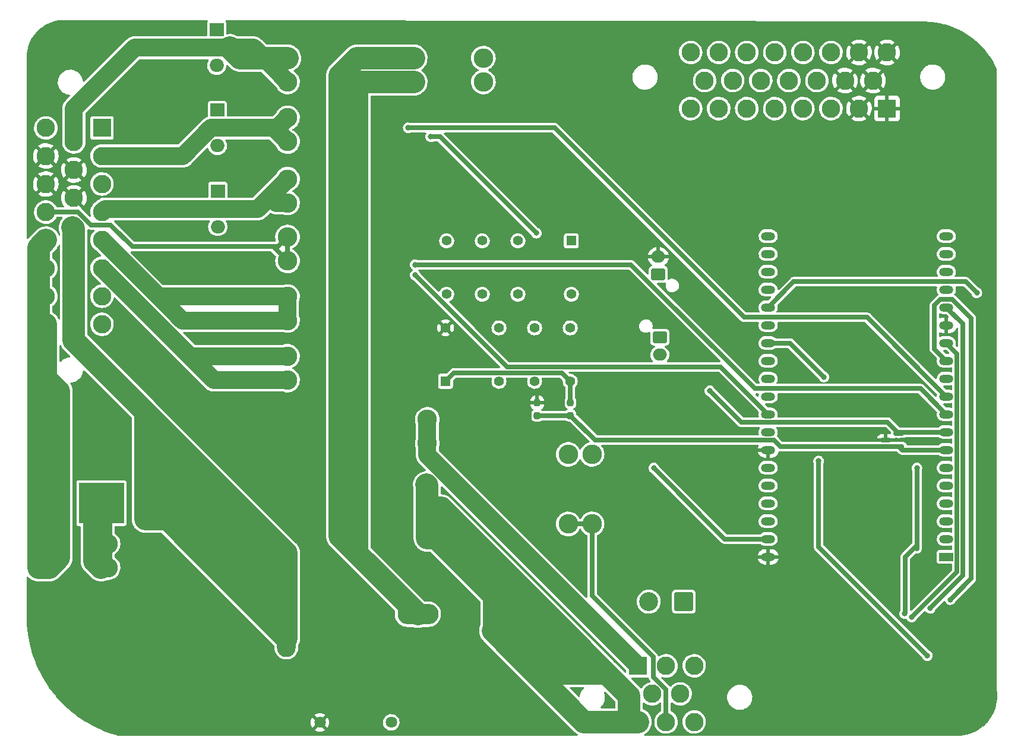
<source format=gbr>
%TF.GenerationSoftware,KiCad,Pcbnew,(6.0.1-0)*%
%TF.CreationDate,2023-01-17T12:42:10-05:00*%
%TF.ProjectId,rear-control-board,72656172-2d63-46f6-9e74-726f6c2d626f,rev?*%
%TF.SameCoordinates,Original*%
%TF.FileFunction,Copper,L2,Bot*%
%TF.FilePolarity,Positive*%
%FSLAX46Y46*%
G04 Gerber Fmt 4.6, Leading zero omitted, Abs format (unit mm)*
G04 Created by KiCad (PCBNEW (6.0.1-0)) date 2023-01-17 12:42:10*
%MOMM*%
%LPD*%
G01*
G04 APERTURE LIST*
G04 Aperture macros list*
%AMRoundRect*
0 Rectangle with rounded corners*
0 $1 Rounding radius*
0 $2 $3 $4 $5 $6 $7 $8 $9 X,Y pos of 4 corners*
0 Add a 4 corners polygon primitive as box body*
4,1,4,$2,$3,$4,$5,$6,$7,$8,$9,$2,$3,0*
0 Add four circle primitives for the rounded corners*
1,1,$1+$1,$2,$3*
1,1,$1+$1,$4,$5*
1,1,$1+$1,$6,$7*
1,1,$1+$1,$8,$9*
0 Add four rect primitives between the rounded corners*
20,1,$1+$1,$2,$3,$4,$5,0*
20,1,$1+$1,$4,$5,$6,$7,0*
20,1,$1+$1,$6,$7,$8,$9,0*
20,1,$1+$1,$8,$9,$2,$3,0*%
G04 Aperture macros list end*
%TA.AperFunction,ComponentPad*%
%ADD10C,2.780000*%
%TD*%
%TA.AperFunction,ComponentPad*%
%ADD11R,1.400000X1.400000*%
%TD*%
%TA.AperFunction,ComponentPad*%
%ADD12C,1.400000*%
%TD*%
%TA.AperFunction,ComponentPad*%
%ADD13RoundRect,0.250000X0.750000X-0.600000X0.750000X0.600000X-0.750000X0.600000X-0.750000X-0.600000X0*%
%TD*%
%TA.AperFunction,ComponentPad*%
%ADD14O,2.000000X1.700000*%
%TD*%
%TA.AperFunction,ComponentPad*%
%ADD15O,2.000000X1.905000*%
%TD*%
%TA.AperFunction,ComponentPad*%
%ADD16R,2.000000X1.905000*%
%TD*%
%TA.AperFunction,ComponentPad*%
%ADD17R,2.000000X1.200000*%
%TD*%
%TA.AperFunction,ComponentPad*%
%ADD18O,2.000000X1.200000*%
%TD*%
%TA.AperFunction,ComponentPad*%
%ADD19C,1.635000*%
%TD*%
%TA.AperFunction,ComponentPad*%
%ADD20O,2.670000X5.340000*%
%TD*%
%TA.AperFunction,ComponentPad*%
%ADD21O,5.850000X2.925000*%
%TD*%
%TA.AperFunction,ComponentPad*%
%ADD22R,2.625000X2.625000*%
%TD*%
%TA.AperFunction,ComponentPad*%
%ADD23C,2.625000*%
%TD*%
%TA.AperFunction,ComponentPad*%
%ADD24RoundRect,0.250000X-0.750000X0.600000X-0.750000X-0.600000X0.750000X-0.600000X0.750000X0.600000X0*%
%TD*%
%TA.AperFunction,ComponentPad*%
%ADD25RoundRect,0.250001X1.099999X1.099999X-1.099999X1.099999X-1.099999X-1.099999X1.099999X-1.099999X0*%
%TD*%
%TA.AperFunction,ComponentPad*%
%ADD26C,2.700000*%
%TD*%
%TA.AperFunction,SMDPad,CuDef*%
%ADD27R,2.200000X1.200000*%
%TD*%
%TA.AperFunction,SMDPad,CuDef*%
%ADD28R,6.400000X5.800000*%
%TD*%
%TA.AperFunction,SMDPad,CuDef*%
%ADD29RoundRect,0.237500X0.237500X-0.250000X0.237500X0.250000X-0.237500X0.250000X-0.237500X-0.250000X0*%
%TD*%
%TA.AperFunction,SMDPad,CuDef*%
%ADD30RoundRect,0.237500X-0.237500X0.250000X-0.237500X-0.250000X0.237500X-0.250000X0.237500X0.250000X0*%
%TD*%
%TA.AperFunction,SMDPad,CuDef*%
%ADD31RoundRect,0.150000X0.587500X0.150000X-0.587500X0.150000X-0.587500X-0.150000X0.587500X-0.150000X0*%
%TD*%
%TA.AperFunction,ViaPad*%
%ADD32C,0.800000*%
%TD*%
%TA.AperFunction,Conductor*%
%ADD33C,3.175000*%
%TD*%
%TA.AperFunction,Conductor*%
%ADD34C,2.540000*%
%TD*%
%TA.AperFunction,Conductor*%
%ADD35C,0.635000*%
%TD*%
G04 APERTURE END LIST*
D10*
%TO.P,F1,1*%
%TO.N,+12V*%
X114040000Y-67300000D03*
X114040000Y-70700000D03*
%TO.P,F1,2*%
%TO.N,INT_12V*%
X123960000Y-67300000D03*
X123960000Y-70700000D03*
%TD*%
%TO.P,F9,1*%
%TO.N,+12V*%
X106040000Y-118800000D03*
X106040000Y-122200000D03*
%TO.P,F9,2*%
%TO.N,/BRB_LOOP*%
X115960000Y-118800000D03*
X115960000Y-122200000D03*
%TD*%
D11*
%TO.P,K2,1*%
%TO.N,/FAULT_LATCHER/BMS_SWITCH*%
X136500000Y-93351115D03*
D12*
%TO.P,K2,4*%
%TO.N,/FAULT_BMS*%
X128880000Y-93351115D03*
%TO.P,K2,6*%
%TO.N,unconnected-(K2-Pad6)*%
X123800000Y-93351115D03*
%TO.P,K2,8*%
%TO.N,/FAULT_LATCHER/BMS_SWITCH*%
X118720000Y-93351115D03*
%TO.P,K2,9*%
%TO.N,/BRB_RTN*%
X118720000Y-100971115D03*
%TO.P,K2,11*%
%TO.N,unconnected-(K2-Pad11)*%
X123800000Y-100971115D03*
%TO.P,K2,13*%
%TO.N,Net-(K2-Pad13)*%
X128880000Y-100971115D03*
%TO.P,K2,16*%
%TO.N,INT_12V*%
X136500000Y-100971115D03*
%TD*%
D13*
%TO.P,J4,1,Pin_1*%
%TO.N,/FAULT_LATCHER/BMS_SWITCH*%
X148892500Y-98113615D03*
D14*
%TO.P,J4,2,Pin_2*%
%TO.N,GND*%
X148892500Y-95613615D03*
%TD*%
D15*
%TO.P,D11,1,A*%
%TO.N,/FAN_RTRN_12V*%
X86055000Y-79790000D03*
D16*
X86055000Y-74710000D03*
D15*
%TO.P,D11,2,K*%
%TO.N,/FAN_12V*%
X86055000Y-77250000D03*
%TD*%
D17*
%TO.P,U1,1,3V3*%
%TO.N,VDD*%
X189950000Y-138403440D03*
D18*
%TO.P,U1,2,CHIP_PU*%
X189950000Y-135863440D03*
%TO.P,U1,3,SENSOR_VP/GPIO36/ADC1_CH0*%
%TO.N,/WHEEL_L*%
X189950000Y-133323440D03*
%TO.P,U1,4,SENSOR_VN/GPIO39/ADC1_CH3*%
%TO.N,/WHEEL_R*%
X189950000Y-130783440D03*
%TO.P,U1,5,VDET_1/GPIO34/ADC1_CH6*%
%TO.N,/SUSPENSION_L*%
X189950000Y-128243440D03*
%TO.P,U1,6,VDET_2/GPIO35/ADC1_CH7*%
%TO.N,/SUSPENSION_R*%
X189950000Y-125703440D03*
%TO.P,U1,7,32K_XP/GPIO32/ADC1_CH4*%
%TO.N,/Controller/FAULT_IMD*%
X189950000Y-123163440D03*
%TO.P,U1,8,32K_XN/GPIO33/ADC1_CH5*%
%TO.N,/FAULT_LATCHER/BMS_SWITCH*%
X189950000Y-120623440D03*
%TO.P,U1,9,DAC_1/ADC2_CH8/GPIO25*%
%TO.N,/Controller/BRAKE_CTRL*%
X189950000Y-118083440D03*
%TO.P,U1,10,DAC_2/ADC2_CH9/GPIO26*%
%TO.N,/Controller/FAN_CTRL*%
X189950000Y-115543440D03*
%TO.P,U1,11,ADC2_CH7/GPIO27*%
%TO.N,unconnected-(U1-Pad11)*%
X189950000Y-113003440D03*
%TO.P,U1,12,MTMS/GPIO14/ADC2_CH6*%
%TO.N,/Controller/CLK*%
X189950000Y-110463440D03*
%TO.P,U1,13,\u002AMTDI/GPIO12/ADC2_CH5*%
%TO.N,/Controller/DAT2*%
X189950000Y-107923440D03*
%TO.P,U1,14,GND*%
%TO.N,GND*%
X189950000Y-105383440D03*
%TO.P,U1,15,MTCK/GPIO13/ADC2_CH4*%
%TO.N,/Controller/DAT3*%
X189950000Y-102843440D03*
%TO.P,U1,16,SD_DATA2/GPIO9*%
%TO.N,unconnected-(U1-Pad16)*%
X189950000Y-100303440D03*
%TO.P,U1,17,SD_DATA3/GPIO10*%
%TO.N,unconnected-(U1-Pad17)*%
X189950000Y-97763440D03*
%TO.P,U1,18,CMD*%
%TO.N,unconnected-(U1-Pad18)*%
X189950000Y-95223440D03*
%TO.P,U1,19,5V*%
%TO.N,unconnected-(U1-Pad19)*%
X189950000Y-92683440D03*
%TO.P,U1,20,SD_CLK/GPIO6*%
%TO.N,unconnected-(U1-Pad20)*%
X164553680Y-92686160D03*
%TO.P,U1,21,SD_DATA0/GPIO7*%
%TO.N,unconnected-(U1-Pad21)*%
X164553680Y-95226160D03*
%TO.P,U1,22,SD_DATA1/GPIO8*%
%TO.N,unconnected-(U1-Pad22)*%
X164550000Y-97763440D03*
%TO.P,U1,23,\u002AMTDO/GPIO15/ADC2_CH3*%
%TO.N,/Controller/CMD*%
X164550000Y-100303440D03*
%TO.P,U1,24,ADC2_CH2/\u002AGPIO2*%
%TO.N,/Controller/DAT0*%
X164550000Y-102843440D03*
%TO.P,U1,25,\u002AGPIO0/BOOT/ADC2_CH1*%
%TO.N,/WATER_OUT-*%
X164550000Y-105383440D03*
%TO.P,U1,26,ADC2_CH0/GPIO4*%
%TO.N,/Controller/DAT1*%
X164550000Y-107923440D03*
%TO.P,U1,27,GPIO16*%
%TO.N,unconnected-(U1-Pad27)*%
X164550000Y-110463440D03*
%TO.P,U1,28,GPIO17*%
%TO.N,/WATER_IN-*%
X164550000Y-113003440D03*
%TO.P,U1,29,\u002AGPIO5*%
%TO.N,unconnected-(U1-Pad29)*%
X164550000Y-115543440D03*
%TO.P,U1,30,GPIO18*%
%TO.N,/Controller/PUMP_CTRL*%
X164550000Y-118083440D03*
%TO.P,U1,31,GPIO19*%
%TO.N,/Controller/CAN_MISO*%
X164550000Y-120623440D03*
%TO.P,U1,32,GND*%
%TO.N,GND*%
X164550000Y-123163440D03*
%TO.P,U1,33,GPIO21*%
%TO.N,unconnected-(U1-Pad33)*%
X164550000Y-125703440D03*
%TO.P,U1,34,U0RXD/GPIO3*%
%TO.N,unconnected-(U1-Pad34)*%
X164550000Y-128243440D03*
%TO.P,U1,35,U0TXD/GPIO1*%
%TO.N,unconnected-(U1-Pad35)*%
X164550000Y-130783440D03*
%TO.P,U1,36,GPIO22*%
%TO.N,unconnected-(U1-Pad36)*%
X164550000Y-133323440D03*
%TO.P,U1,37,GPIO23*%
%TO.N,/Controller/CAN_MOSI*%
X164550000Y-135863440D03*
%TO.P,U1,38,GND*%
%TO.N,GND*%
X164550000Y-138403440D03*
%TD*%
D19*
%TO.P,K1,1*%
%TO.N,/BRB_RTN*%
X110815000Y-162010000D03*
%TO.P,K1,2*%
%TO.N,GND*%
X100655000Y-162010000D03*
D20*
%TO.P,K1,3*%
%TO.N,/BATT_12V*%
X95875000Y-150000000D03*
D21*
%TO.P,K1,4*%
%TO.N,+12V*%
X114625000Y-146570000D03*
%TD*%
D10*
%TO.P,F4,1*%
%TO.N,+12V*%
X105960000Y-96200000D03*
X105960000Y-92800000D03*
%TO.P,F4,2*%
%TO.N,/FRONT_12*%
X96040000Y-92800000D03*
X96040000Y-96200000D03*
%TD*%
D22*
%TO.P,J3,1,Pin_1*%
%TO.N,/BRB_LOOP*%
X146000000Y-153937500D03*
D23*
%TO.P,J3,2,Pin_2*%
%TO.N,/CAN_N*%
X150000000Y-153937500D03*
%TO.P,J3,3,Pin_3*%
%TO.N,/CAN_P*%
X154000000Y-153937500D03*
%TO.P,J3,4,Pin_4*%
%TO.N,/CAN_N*%
X148000000Y-157937500D03*
%TO.P,J3,5,Pin_5*%
%TO.N,/CAN_P*%
X152000000Y-157937500D03*
%TO.P,J3,6,Pin_6*%
%TO.N,/RINE_12*%
X146000000Y-161937500D03*
%TO.P,J3,7,Pin_7*%
%TO.N,/TSV*%
X150000000Y-161937500D03*
%TO.P,J3,8,Pin_8*%
%TO.N,/BRB_RTN*%
X154000000Y-161937500D03*
%TD*%
D10*
%TO.P,F8,1*%
%TO.N,+12V*%
X105960000Y-84550000D03*
X105960000Y-87950000D03*
%TO.P,F8,2*%
%TO.N,/BRAKE_12V*%
X96040000Y-84550000D03*
X96040000Y-87950000D03*
%TD*%
D16*
%TO.P,D10,1,A*%
%TO.N,/BRAKE_RTRN_12V*%
X86095000Y-86265000D03*
D15*
X86095000Y-91345000D03*
%TO.P,D10,2,K*%
%TO.N,/BRAKE_12V*%
X86095000Y-88805000D03*
%TD*%
D10*
%TO.P,F7,1*%
%TO.N,+12V*%
X105960000Y-104700000D03*
X105960000Y-101300000D03*
%TO.P,F7,2*%
%TO.N,/HVB_12*%
X96040000Y-104700000D03*
X96040000Y-101300000D03*
%TD*%
%TO.P,F10,1*%
%TO.N,/SSOK*%
X136050000Y-123790000D03*
X139450000Y-123790000D03*
%TO.P,F10,2*%
%TO.N,/TSV*%
X139450000Y-133710000D03*
X136050000Y-133710000D03*
%TD*%
%TO.P,F6,1*%
%TO.N,+12V*%
X105960000Y-67300000D03*
X105960000Y-70700000D03*
%TO.P,F6,2*%
%TO.N,/PUMP_12V*%
X96040000Y-70700000D03*
X96040000Y-67300000D03*
%TD*%
D24*
%TO.P,J5,1,Pin_1*%
%TO.N,INT_12V*%
X149117500Y-107101115D03*
D14*
%TO.P,J5,2,Pin_2*%
%TO.N,/FAULT_LATCHER/IMD_SWITCH*%
X149117500Y-109601115D03*
%TD*%
D10*
%TO.P,F11,1*%
%TO.N,/charge-controller/dcdc_fuse*%
X70460000Y-136550000D03*
X70460000Y-139950000D03*
%TO.P,F11,2*%
%TO.N,/DCDC_IN*%
X60540000Y-139950000D03*
X60540000Y-136550000D03*
%TD*%
%TO.P,F2,1*%
%TO.N,+12V*%
X105960000Y-75800000D03*
X105960000Y-79200000D03*
%TO.P,F2,2*%
%TO.N,/FAN_12V*%
X96040000Y-79200000D03*
X96040000Y-75800000D03*
%TD*%
D11*
%TO.P,K3,1*%
%TO.N,/FAULT_LATCHER/IMD_SWITCH*%
X118560000Y-113376115D03*
D12*
%TO.P,K3,4*%
%TO.N,/FAULT_IMD*%
X126180000Y-113376115D03*
%TO.P,K3,6*%
%TO.N,unconnected-(K3-Pad6)*%
X131260000Y-113376115D03*
%TO.P,K3,8*%
%TO.N,/FAULT_LATCHER/IMD_SWITCH*%
X136340000Y-113376115D03*
%TO.P,K3,9*%
%TO.N,Net-(K2-Pad13)*%
X136340000Y-105756115D03*
%TO.P,K3,11*%
%TO.N,unconnected-(K3-Pad11)*%
X131260000Y-105756115D03*
%TO.P,K3,13*%
%TO.N,/SSOK*%
X126180000Y-105756115D03*
%TO.P,K3,16*%
%TO.N,GND*%
X118560000Y-105756115D03*
%TD*%
D22*
%TO.P,J1,1,Pin_1*%
%TO.N,/FAN_RTRN_12V*%
X69587500Y-77250000D03*
D23*
%TO.P,J1,2,Pin_2*%
%TO.N,/FAN_12V*%
X69587500Y-81250000D03*
%TO.P,J1,3,Pin_3*%
%TO.N,/BRAKE_RTRN_12V*%
X69587500Y-85250000D03*
%TO.P,J1,4,Pin_4*%
%TO.N,/BRAKE_12V*%
X69587500Y-89250000D03*
%TO.P,J1,5,Pin_5*%
%TO.N,/HVB_12*%
X69587500Y-93250000D03*
%TO.P,J1,6,Pin_6*%
%TO.N,BMS_12V*%
X69587500Y-97250000D03*
%TO.P,J1,7,Pin_7*%
%TO.N,/FAULT_BMS*%
X69587500Y-101250000D03*
%TO.P,J1,8,Pin_8*%
%TO.N,/FAULT_IMD*%
X69587500Y-105250000D03*
%TO.P,J1,9,Pin_9*%
%TO.N,/PUMP_12V*%
X65587500Y-79250000D03*
%TO.P,J1,10,Pin_10*%
%TO.N,GND*%
X65587500Y-83250000D03*
%TO.P,J1,11,Pin_11*%
X65587500Y-87250000D03*
%TO.P,J1,12,Pin_12*%
%TO.N,/BATT_12V*%
X65587500Y-91250000D03*
%TO.P,J1,13,Pin_13*%
X65587500Y-95250000D03*
%TO.P,J1,14,Pin_14*%
X65587500Y-99250000D03*
%TO.P,J1,15,Pin_15*%
X65587500Y-103250000D03*
%TO.P,J1,16,Pin_16*%
%TO.N,/PUMP_RTRN_12V*%
X61587500Y-77250000D03*
%TO.P,J1,17,Pin_17*%
%TO.N,GND*%
X61587500Y-81250000D03*
%TO.P,J1,18,Pin_18*%
X61587500Y-85250000D03*
%TO.P,J1,19,Pin_19*%
%TO.N,/FRONT_12*%
X61587500Y-89250000D03*
%TO.P,J1,20,Pin_20*%
%TO.N,/DCDC_IN*%
X61587500Y-93250000D03*
%TO.P,J1,21,Pin_21*%
X61587500Y-97250000D03*
%TO.P,J1,22,Pin_22*%
X61587500Y-101250000D03*
%TO.P,J1,23,Pin_23*%
X61587500Y-105250000D03*
%TD*%
D10*
%TO.P,F5,1*%
%TO.N,+12V*%
X105960000Y-109800000D03*
X105960000Y-113200000D03*
%TO.P,F5,2*%
%TO.N,BMS_12V*%
X96040000Y-113200000D03*
X96040000Y-109800000D03*
%TD*%
%TO.P,F3,1*%
%TO.N,+12V*%
X106040000Y-128050000D03*
X106040000Y-131450000D03*
%TO.P,F3,2*%
%TO.N,/RINE_12*%
X115960000Y-128050000D03*
X115960000Y-131450000D03*
%TD*%
D22*
%TO.P,J2,1,Pin_1*%
%TO.N,GND*%
X181500000Y-74500000D03*
D23*
%TO.P,J2,2,Pin_2*%
X177500000Y-74500000D03*
%TO.P,J2,3,Pin_3*%
%TO.N,unconnected-(J2-Pad3)*%
X173500000Y-74500000D03*
%TO.P,J2,4,Pin_4*%
%TO.N,/SUSPENSION_R*%
X169500000Y-74500000D03*
%TO.P,J2,5,Pin_5*%
%TO.N,/SUSPENSION_L*%
X165500000Y-74500000D03*
%TO.P,J2,6,Pin_6*%
%TO.N,/WHEEL_R*%
X161500000Y-74500000D03*
%TO.P,J2,7,Pin_7*%
%TO.N,/WHEEL_L*%
X157500000Y-74500000D03*
%TO.P,J2,8,Pin_8*%
%TO.N,/WATER_IN-*%
X153500000Y-74500000D03*
%TO.P,J2,9,Pin_9*%
%TO.N,GND*%
X179500000Y-70500000D03*
%TO.P,J2,10,Pin_10*%
X175500000Y-70500000D03*
%TO.P,J2,11,Pin_11*%
%TO.N,unconnected-(J2-Pad11)*%
X171500000Y-70500000D03*
%TO.P,J2,12,Pin_12*%
%TO.N,unconnected-(J2-Pad12)*%
X167500000Y-70500000D03*
%TO.P,J2,13,Pin_13*%
%TO.N,unconnected-(J2-Pad13)*%
X163500000Y-70500000D03*
%TO.P,J2,14,Pin_14*%
%TO.N,unconnected-(J2-Pad14)*%
X159500000Y-70500000D03*
%TO.P,J2,15,Pin_15*%
%TO.N,/WATER_OUT-*%
X155500000Y-70500000D03*
%TO.P,J2,16,Pin_16*%
%TO.N,GND*%
X181500000Y-66500000D03*
%TO.P,J2,17,Pin_17*%
X177500000Y-66500000D03*
%TO.P,J2,18,Pin_18*%
%TO.N,VDD*%
X173500000Y-66500000D03*
%TO.P,J2,19,Pin_19*%
X169500000Y-66500000D03*
%TO.P,J2,20,Pin_20*%
X165500000Y-66500000D03*
%TO.P,J2,21,Pin_21*%
X161500000Y-66500000D03*
%TO.P,J2,22,Pin_22*%
X157500000Y-66500000D03*
%TO.P,J2,23,Pin_23*%
X153500000Y-66500000D03*
%TD*%
D25*
%TO.P,J6,1,Pin_1*%
%TO.N,/CAN_P*%
X152527500Y-144800000D03*
D26*
%TO.P,J6,2,Pin_2*%
%TO.N,/CAN_N*%
X147527500Y-144800000D03*
%TD*%
D16*
%TO.P,D12,1,A*%
%TO.N,/PUMP_RTRN_12V*%
X85940000Y-63285000D03*
D15*
X85940000Y-68365000D03*
%TO.P,D12,2,K*%
%TO.N,/PUMP_12V*%
X85940000Y-65825000D03*
%TD*%
D27*
%TO.P,D3,1,K*%
%TO.N,/BATT_12V*%
X75800000Y-128470000D03*
D28*
%TO.P,D3,2,A*%
%TO.N,/charge-controller/dcdc_fuse*%
X69500000Y-130750000D03*
D27*
%TO.P,D3,3,K*%
%TO.N,/BATT_12V*%
X75800000Y-133030000D03*
%TD*%
D29*
%TO.P,R8,1*%
%TO.N,/Controller/FAULT_IMD*%
X131625000Y-118250000D03*
%TO.P,R8,2*%
%TO.N,GND*%
X131625000Y-116425000D03*
%TD*%
D30*
%TO.P,R5,1*%
%TO.N,/FAULT_LATCHER/IMD_SWITCH*%
X136375000Y-116425000D03*
%TO.P,R5,2*%
%TO.N,/Controller/FAULT_IMD*%
X136375000Y-118250000D03*
%TD*%
D31*
%TO.P,D7,1,K*%
%TO.N,/FAULT_LATCHER/BMS_SWITCH*%
X183187500Y-120800000D03*
%TO.P,D7,2,K*%
%TO.N,/Controller/FAULT_IMD*%
X183187500Y-122700000D03*
%TO.P,D7,3,A*%
%TO.N,GND*%
X181312500Y-121750000D03*
%TD*%
D32*
%TO.N,GND*%
X151000000Y-124500000D03*
X118750000Y-89000000D03*
X132000000Y-121250000D03*
X110750000Y-80500000D03*
X129000000Y-125750000D03*
X173500000Y-120750000D03*
X145500000Y-135250000D03*
X159250000Y-108250000D03*
X131000000Y-131000000D03*
X190500000Y-153000000D03*
X131000000Y-131000000D03*
X110500000Y-78250000D03*
X177500000Y-128750000D03*
X125750000Y-120750000D03*
X113250000Y-112250000D03*
X150250000Y-136750000D03*
%TO.N,INT_12V*%
X116445000Y-78525000D03*
X131500000Y-92250000D03*
%TO.N,/Controller/FAN_CTRL*%
X113250000Y-77250000D03*
%TO.N,/Controller/PUMP_CTRL*%
X114250000Y-98250000D03*
%TO.N,/Controller/BRAKE_CTRL*%
X114250000Y-96750000D03*
%TO.N,/Controller/CAN_MOSI*%
X148250000Y-125750000D03*
%TO.N,/Controller/DAT2*%
X185000000Y-147000000D03*
%TO.N,/Controller/DAT3*%
X187623500Y-145750000D03*
%TO.N,/Controller/CMD*%
X187250000Y-152500000D03*
X171750000Y-124750000D03*
%TO.N,/Controller/CLK*%
X190500000Y-144500000D03*
%TO.N,/Controller/DAT0*%
X194289020Y-100750000D03*
%TO.N,/Controller/DAT1*%
X184000000Y-146500000D03*
X172500000Y-112750000D03*
X185750000Y-125750000D03*
%TO.N,/FAULT_LATCHER/BMS_SWITCH*%
X156250000Y-114750000D03*
%TD*%
D33*
%TO.N,/RINE_12*%
X125500000Y-148750000D02*
X128000000Y-148750000D01*
X128000000Y-148750000D02*
X134250000Y-155000000D01*
X134250000Y-155000000D02*
X136500000Y-155000000D01*
X122750000Y-138240000D02*
X122750000Y-139000000D01*
X115960000Y-131450000D02*
X122750000Y-138240000D01*
X139250000Y-155000000D02*
X141250000Y-155000000D01*
X138750000Y-155000000D02*
X139250000Y-155000000D01*
X136500000Y-155000000D02*
X139250000Y-155000000D01*
X122750000Y-139000000D02*
X138750000Y-155000000D01*
%TO.N,/DCDC_IN*%
X61587500Y-105250000D02*
X61587500Y-112933906D01*
X61587500Y-112933906D02*
X63451797Y-114798203D01*
X63451797Y-114798203D02*
X63451797Y-138548203D01*
X63451797Y-138548203D02*
X62050000Y-139950000D01*
X62050000Y-139950000D02*
X60540000Y-139950000D01*
%TO.N,/BATT_12V*%
X95875000Y-150000000D02*
X95875000Y-145775000D01*
X95875000Y-145775000D02*
X91975000Y-141875000D01*
X75800000Y-128470000D02*
X75800000Y-128800000D01*
X75800000Y-128800000D02*
X78905000Y-131905000D01*
X78905000Y-131905000D02*
X78905000Y-133030000D01*
%TO.N,+12V*%
X105960000Y-67300000D02*
X103500000Y-69760000D01*
X103500000Y-69760000D02*
X103500000Y-135445000D01*
X103500000Y-135445000D02*
X105960000Y-137905000D01*
%TO.N,/RINE_12*%
X141362878Y-154887122D02*
X144750000Y-158274244D01*
X117925756Y-131450000D02*
X141362878Y-154887122D01*
X125500000Y-144000000D02*
X136500000Y-155000000D01*
X141250000Y-155000000D02*
X141362878Y-154887122D01*
X117210000Y-135710000D02*
X125500000Y-144000000D01*
X115960000Y-131450000D02*
X115960000Y-135710000D01*
X115960000Y-135710000D02*
X117210000Y-135710000D01*
X125500000Y-148750000D02*
X125314297Y-148935703D01*
X125314297Y-148935703D02*
X138316094Y-161937500D01*
X125500000Y-144000000D02*
X125500000Y-148750000D01*
%TO.N,/BATT_12V*%
X75800000Y-122300000D02*
X75800000Y-125700000D01*
X75800000Y-117778594D02*
X75800000Y-122300000D01*
X76300000Y-122300000D02*
X95875000Y-141875000D01*
X75800000Y-122300000D02*
X76300000Y-122300000D01*
X95875000Y-141875000D02*
X95875000Y-137853594D01*
X95875000Y-150000000D02*
X95875000Y-141875000D01*
X75800000Y-125700000D02*
X75800000Y-133030000D01*
X95875000Y-141875000D02*
X91975000Y-141875000D01*
X91975000Y-141875000D02*
X75800000Y-125700000D01*
%TO.N,+12V*%
X105960000Y-137905000D02*
X114625000Y-146570000D01*
%TO.N,/RINE_12*%
X138316094Y-161937500D02*
X146000000Y-161937500D01*
X115960000Y-131450000D02*
X117925756Y-131450000D01*
X144750000Y-158274244D02*
X144750000Y-161250000D01*
%TO.N,/BATT_12V*%
X95875000Y-137853594D02*
X75800000Y-117778594D01*
X75800000Y-133030000D02*
X78905000Y-133030000D01*
X78905000Y-133030000D02*
X95875000Y-150000000D01*
X65587500Y-103250000D02*
X65587500Y-107566094D01*
X65587500Y-107566094D02*
X75800000Y-117778594D01*
D34*
%TO.N,/FAN_12V*%
X96040000Y-79200000D02*
X94090000Y-77250000D01*
X94090000Y-77250000D02*
X86055000Y-77250000D01*
X96040000Y-75800000D02*
X94590000Y-77250000D01*
X94590000Y-77250000D02*
X85122247Y-77250000D01*
X69587500Y-81250000D02*
X81122247Y-81250000D01*
X81122247Y-81250000D02*
X85122247Y-77250000D01*
X85122247Y-77250000D02*
X86055000Y-77250000D01*
%TO.N,/PUMP_12V*%
X85940000Y-65825000D02*
X87825000Y-65825000D01*
X87825000Y-65825000D02*
X91165000Y-65825000D01*
D33*
X96040000Y-67300000D02*
X89300000Y-67300000D01*
X89300000Y-67300000D02*
X87825000Y-65825000D01*
D34*
X91165000Y-65825000D02*
X96040000Y-70700000D01*
X65587500Y-79250000D02*
X65587500Y-74484893D01*
X65587500Y-74484893D02*
X74247393Y-65825000D01*
X74247393Y-65825000D02*
X85940000Y-65825000D01*
D35*
%TO.N,INT_12V*%
X131500000Y-92250000D02*
X117775000Y-78525000D01*
X117775000Y-78525000D02*
X116445000Y-78525000D01*
D33*
%TO.N,+12V*%
X105960000Y-70700000D02*
X105960000Y-137905000D01*
X114040000Y-70700000D02*
X105960000Y-70700000D01*
X105960000Y-67300000D02*
X114040000Y-67300000D01*
%TO.N,/BATT_12V*%
X65587500Y-103250000D02*
X65587500Y-91638920D01*
X65587500Y-91638920D02*
X65393040Y-91444460D01*
D35*
%TO.N,/FAULT_LATCHER/IMD_SWITCH*%
X136340000Y-113376115D02*
X135122989Y-112159104D01*
X119777011Y-112159104D02*
X118560000Y-113376115D01*
X136375000Y-113411115D02*
X136340000Y-113376115D01*
X135122989Y-112159104D02*
X119777011Y-112159104D01*
X136375000Y-116425000D02*
X136375000Y-113411115D01*
D34*
%TO.N,/BRAKE_12V*%
X96040000Y-87950000D02*
X94450000Y-87950000D01*
X70032500Y-88805000D02*
X86095000Y-88805000D01*
X94450000Y-87950000D02*
X93545000Y-87045000D01*
X93545000Y-87045000D02*
X96040000Y-84550000D01*
X91785000Y-88805000D02*
X93545000Y-87045000D01*
X86095000Y-88805000D02*
X91785000Y-88805000D01*
X69587500Y-89250000D02*
X70032500Y-88805000D01*
D33*
%TO.N,/DCDC_IN*%
X60540000Y-94297500D02*
X61587500Y-93250000D01*
X60540000Y-139950000D02*
X60540000Y-136550000D01*
X60540000Y-139950000D02*
X60540000Y-94297500D01*
D35*
%TO.N,/Controller/FAULT_IMD*%
X183187500Y-122700000D02*
X183650940Y-123163440D01*
X136375000Y-118250000D02*
X131625000Y-118250000D01*
X166300000Y-122700000D02*
X165350000Y-121750000D01*
X183187500Y-122700000D02*
X166300000Y-122700000D01*
X139875000Y-121750000D02*
X136375000Y-118250000D01*
X165350000Y-121750000D02*
X139875000Y-121750000D01*
X183650940Y-123163440D02*
X189950000Y-123163440D01*
%TO.N,/Controller/FAN_CTRL*%
X134130896Y-77250000D02*
X113250000Y-77250000D01*
X161147316Y-104266420D02*
X134130896Y-77250000D01*
X178672980Y-104266420D02*
X161147316Y-104266420D01*
X189950000Y-115543440D02*
X178672980Y-104266420D01*
%TO.N,/Controller/PUMP_CTRL*%
X157791144Y-111324584D02*
X164550000Y-118083440D01*
X127324584Y-111324584D02*
X157791144Y-111324584D01*
X114250000Y-98250000D02*
X127324584Y-111324584D01*
%TO.N,/Controller/BRAKE_CTRL*%
X186292980Y-114426420D02*
X162676420Y-114426420D01*
X114250000Y-96750000D02*
X145000000Y-96750000D01*
X145000000Y-96750000D02*
X162676420Y-114426420D01*
X189950000Y-118083440D02*
X186292980Y-114426420D01*
%TO.N,/Controller/CAN_MOSI*%
X158363440Y-135863440D02*
X164550000Y-135863440D01*
X148250000Y-125750000D02*
X158363440Y-135863440D01*
D33*
%TO.N,/charge-controller/dcdc_fuse*%
X69460000Y-131710000D02*
X68500000Y-130750000D01*
X69460000Y-139950000D02*
X69460000Y-136550000D01*
X68500000Y-130750000D02*
X68500000Y-138990000D01*
X68500000Y-138990000D02*
X69460000Y-139950000D01*
X69460000Y-136550000D02*
X69460000Y-131710000D01*
D35*
%TO.N,/TSV*%
X150000000Y-157350180D02*
X150000000Y-161937500D01*
X148170489Y-152670489D02*
X148170489Y-155520669D01*
X139450000Y-143950000D02*
X148170489Y-152670489D01*
X148170489Y-155520669D02*
X150000000Y-157350180D01*
X139450000Y-133710000D02*
X139450000Y-137800000D01*
X139450000Y-137110000D02*
X139450000Y-137800000D01*
X139450000Y-137800000D02*
X139450000Y-143950000D01*
X136050000Y-133710000D02*
X139450000Y-133710000D01*
%TO.N,/Controller/DAT2*%
X191467020Y-109440460D02*
X189950000Y-107923440D01*
X185000000Y-147000000D02*
X191467020Y-140532980D01*
X191467020Y-140532980D02*
X191467020Y-109440460D01*
%TO.N,/Controller/DAT3*%
X192301540Y-141071960D02*
X192301540Y-105194980D01*
X192301540Y-105194980D02*
X189950000Y-102843440D01*
X187623500Y-145750000D02*
X192301540Y-141071960D01*
%TO.N,/Controller/CMD*%
X187250000Y-152500000D02*
X171750000Y-137000000D01*
X171750000Y-137000000D02*
X171750000Y-124750000D01*
%TO.N,/Controller/CLK*%
X188250000Y-102563736D02*
X188250000Y-108763440D01*
X193500000Y-141500000D02*
X193500000Y-104413736D01*
X193500000Y-104413736D02*
X190812684Y-101726420D01*
X189087316Y-101726420D02*
X188250000Y-102563736D01*
X190500000Y-144500000D02*
X193500000Y-141500000D01*
X190812684Y-101726420D02*
X189087316Y-101726420D01*
X188250000Y-108763440D02*
X189950000Y-110463440D01*
%TO.N,/Controller/DAT0*%
X168207020Y-99186420D02*
X164550000Y-102843440D01*
X192725440Y-99186420D02*
X168207020Y-99186420D01*
X194289020Y-100750000D02*
X192725440Y-99186420D01*
%TO.N,/Controller/DAT1*%
X184082989Y-138417011D02*
X184082989Y-146417011D01*
X185750000Y-136750000D02*
X185750000Y-137250000D01*
X184082989Y-146417011D02*
X184000000Y-146500000D01*
X164550000Y-107923440D02*
X167673440Y-107923440D01*
X167673440Y-107923440D02*
X172500000Y-112750000D01*
X185750000Y-136750000D02*
X184082989Y-138417011D01*
X185750000Y-125750000D02*
X185750000Y-136750000D01*
D34*
%TO.N,BMS_12V*%
X96040000Y-109800000D02*
X82137500Y-109800000D01*
X85537500Y-113200000D02*
X82137500Y-109800000D01*
X82137500Y-109800000D02*
X69587500Y-97250000D01*
X96040000Y-113200000D02*
X85537500Y-113200000D01*
D33*
%TO.N,/RINE_12*%
X115960000Y-131450000D02*
X115960000Y-128220780D01*
X115960000Y-128220780D02*
X115874610Y-128135390D01*
D34*
%TO.N,/BRB_LOOP*%
X115960000Y-122200000D02*
X115960000Y-123897500D01*
X115960000Y-123897500D02*
X146000000Y-153937500D01*
X115960000Y-118800000D02*
X115960000Y-122200000D01*
D35*
%TO.N,/FRONT_12*%
X96040000Y-92800000D02*
X94650001Y-94189999D01*
X68004331Y-91079511D02*
X66174820Y-89250000D01*
X94029999Y-94189999D02*
X73939999Y-94189999D01*
X96040000Y-92800000D02*
X96040000Y-96200000D01*
X70829511Y-91079511D02*
X68004331Y-91079511D01*
X96040000Y-96200000D02*
X94029999Y-94189999D01*
X73939999Y-94189999D02*
X70829511Y-91079511D01*
X66174820Y-89250000D02*
X61587500Y-89250000D01*
X94650001Y-94189999D02*
X94029999Y-94189999D01*
D34*
%TO.N,/HVB_12*%
X96040000Y-101300000D02*
X77637500Y-101300000D01*
X96040000Y-104700000D02*
X81037500Y-104700000D01*
X81037500Y-104700000D02*
X77637500Y-101300000D01*
X77637500Y-101300000D02*
X69587500Y-93250000D01*
X96040000Y-104700000D02*
X96040000Y-101300000D01*
D35*
%TO.N,/FAULT_LATCHER/BMS_SWITCH*%
X183187500Y-120800000D02*
X183364060Y-120623440D01*
X181587960Y-119200460D02*
X160700460Y-119200460D01*
X183187500Y-120800000D02*
X181587960Y-119200460D01*
X183364060Y-120623440D02*
X189950000Y-120623440D01*
X160700460Y-119200460D02*
X156250000Y-114750000D01*
%TD*%
%TA.AperFunction,Conductor*%
%TO.N,GND*%
G36*
X84571015Y-61887752D02*
G01*
X84639091Y-61907902D01*
X84685468Y-61961658D01*
X84695419Y-62031954D01*
X84665787Y-62096470D01*
X84659915Y-62102768D01*
X84649812Y-62112889D01*
X84649809Y-62112893D01*
X84642453Y-62120262D01*
X84589747Y-62228085D01*
X84579500Y-62298328D01*
X84579500Y-64068500D01*
X84559498Y-64136621D01*
X84505842Y-64183114D01*
X84453500Y-64194500D01*
X74316411Y-64194500D01*
X74306525Y-64194112D01*
X74252323Y-64189846D01*
X74247393Y-64189458D01*
X74183331Y-64194500D01*
X74183328Y-64194500D01*
X73991538Y-64209594D01*
X73986731Y-64210748D01*
X73986725Y-64210749D01*
X73829045Y-64248605D01*
X73741983Y-64269507D01*
X73737412Y-64271400D01*
X73737410Y-64271401D01*
X73509444Y-64365827D01*
X73509442Y-64365828D01*
X73504872Y-64367721D01*
X73415454Y-64422517D01*
X73286045Y-64501819D01*
X73282287Y-64505029D01*
X73282283Y-64505032D01*
X73186932Y-64586470D01*
X73103490Y-64657736D01*
X73090890Y-64668497D01*
X73087677Y-64672259D01*
X73087672Y-64672264D01*
X73052366Y-64713603D01*
X73045650Y-64720868D01*
X67084432Y-70682086D01*
X67022120Y-70716112D01*
X66951305Y-70711047D01*
X66894469Y-70668500D01*
X66870488Y-70609982D01*
X66848910Y-70451429D01*
X66838880Y-70377733D01*
X66764618Y-70122951D01*
X66653513Y-69881945D01*
X66582531Y-69773679D01*
X66510571Y-69663921D01*
X66510567Y-69663916D01*
X66508005Y-69660008D01*
X66384976Y-69522166D01*
X66334408Y-69465509D01*
X66334406Y-69465507D01*
X66331291Y-69462017D01*
X66127253Y-69292320D01*
X65900373Y-69154647D01*
X65896057Y-69152837D01*
X65659951Y-69053829D01*
X65659946Y-69053827D01*
X65655636Y-69052020D01*
X65651104Y-69050869D01*
X65651101Y-69050868D01*
X65482795Y-69008124D01*
X65398418Y-68986695D01*
X65177997Y-68964500D01*
X65020122Y-68964500D01*
X65017797Y-68964673D01*
X65017791Y-68964673D01*
X64827498Y-68978814D01*
X64827494Y-68978815D01*
X64822846Y-68979160D01*
X64818298Y-68980189D01*
X64818292Y-68980190D01*
X64680340Y-69011406D01*
X64564006Y-69037730D01*
X64559654Y-69039422D01*
X64559652Y-69039423D01*
X64321020Y-69132222D01*
X64321018Y-69132223D01*
X64316667Y-69133915D01*
X64312613Y-69136232D01*
X64312611Y-69136233D01*
X64098269Y-69258739D01*
X64086261Y-69265602D01*
X63998766Y-69334578D01*
X63890536Y-69419900D01*
X63877851Y-69429900D01*
X63834996Y-69475456D01*
X63715614Y-69602363D01*
X63696015Y-69623197D01*
X63544747Y-69841249D01*
X63542681Y-69845438D01*
X63542680Y-69845440D01*
X63480173Y-69972193D01*
X63427371Y-70079264D01*
X63425949Y-70083707D01*
X63425948Y-70083709D01*
X63410743Y-70131210D01*
X63346465Y-70332014D01*
X63345715Y-70336621D01*
X63345714Y-70336624D01*
X63318592Y-70503160D01*
X63303806Y-70593947D01*
X63302459Y-70696851D01*
X63301216Y-70791871D01*
X63300333Y-70859308D01*
X63336120Y-71122267D01*
X63410382Y-71377049D01*
X63412343Y-71381302D01*
X63412343Y-71381303D01*
X63427789Y-71414808D01*
X63521487Y-71618055D01*
X63524050Y-71621964D01*
X63664429Y-71836079D01*
X63664433Y-71836084D01*
X63666995Y-71839992D01*
X63670112Y-71843484D01*
X63799080Y-71987980D01*
X63843709Y-72037983D01*
X64047747Y-72207680D01*
X64274627Y-72345353D01*
X64278941Y-72347162D01*
X64278943Y-72347163D01*
X64515049Y-72446171D01*
X64515054Y-72446173D01*
X64519364Y-72447980D01*
X64523896Y-72449131D01*
X64523899Y-72449132D01*
X64636918Y-72477835D01*
X64776582Y-72513305D01*
X64936304Y-72529388D01*
X64945292Y-72530293D01*
X65011067Y-72557019D01*
X65051950Y-72615063D01*
X65054963Y-72685995D01*
X65021764Y-72744754D01*
X64483368Y-73283150D01*
X64476103Y-73289866D01*
X64434764Y-73325172D01*
X64434759Y-73325177D01*
X64430997Y-73328390D01*
X64389262Y-73377256D01*
X64264319Y-73523545D01*
X64262962Y-73525760D01*
X64261725Y-73527779D01*
X64261724Y-73527780D01*
X64255527Y-73537893D01*
X64130221Y-73742372D01*
X64128328Y-73746942D01*
X64128327Y-73746944D01*
X64033901Y-73974910D01*
X64032007Y-73979483D01*
X64030852Y-73984295D01*
X63973249Y-74224225D01*
X63973248Y-74224231D01*
X63972094Y-74229038D01*
X63957000Y-74420828D01*
X63951958Y-74484893D01*
X63952346Y-74489823D01*
X63956612Y-74544025D01*
X63957000Y-74553911D01*
X63957000Y-78857467D01*
X63953123Y-78888482D01*
X63935297Y-78958672D01*
X63910384Y-79206083D01*
X63910608Y-79210750D01*
X63910608Y-79210755D01*
X63917120Y-79346328D01*
X63922314Y-79454459D01*
X63970826Y-79698343D01*
X64054853Y-79932378D01*
X64057070Y-79936504D01*
X64170248Y-80147138D01*
X64172550Y-80151423D01*
X64175345Y-80155166D01*
X64175347Y-80155169D01*
X64318539Y-80346926D01*
X64318544Y-80346932D01*
X64321331Y-80350664D01*
X64324640Y-80353944D01*
X64324645Y-80353950D01*
X64456184Y-80484346D01*
X64497927Y-80525726D01*
X64501689Y-80528484D01*
X64501692Y-80528487D01*
X64694692Y-80670001D01*
X64698459Y-80672763D01*
X64702590Y-80674937D01*
X64702591Y-80674937D01*
X64914387Y-80786368D01*
X64914393Y-80786370D01*
X64918522Y-80788543D01*
X64922929Y-80790082D01*
X64922936Y-80790085D01*
X65148866Y-80868983D01*
X65153282Y-80870525D01*
X65157875Y-80871397D01*
X65285323Y-80895594D01*
X65397580Y-80916907D01*
X65515603Y-80921544D01*
X65641383Y-80926486D01*
X65641388Y-80926486D01*
X65646051Y-80926669D01*
X65723048Y-80918237D01*
X65888582Y-80900108D01*
X65888587Y-80900107D01*
X65893235Y-80899598D01*
X65905131Y-80896466D01*
X66129180Y-80837479D01*
X66129182Y-80837478D01*
X66133703Y-80836288D01*
X66200395Y-80807635D01*
X66357881Y-80739973D01*
X66362171Y-80738130D01*
X66464291Y-80674937D01*
X66569650Y-80609739D01*
X66569651Y-80609739D01*
X66573622Y-80607281D01*
X66577185Y-80604264D01*
X66577190Y-80604261D01*
X66759843Y-80449633D01*
X66759844Y-80449632D01*
X66763409Y-80446614D01*
X66846690Y-80351651D01*
X66924282Y-80263175D01*
X66924286Y-80263170D01*
X66927364Y-80259660D01*
X66931968Y-80252503D01*
X67059359Y-80054451D01*
X67059361Y-80054448D01*
X67061884Y-80050525D01*
X67164014Y-79823804D01*
X67231511Y-79584478D01*
X67245555Y-79474086D01*
X67262494Y-79340935D01*
X67262494Y-79340929D01*
X67262892Y-79337804D01*
X67265191Y-79250000D01*
X67261241Y-79196851D01*
X67247109Y-79006673D01*
X67247108Y-79006669D01*
X67246763Y-79002021D01*
X67221107Y-78888638D01*
X67218000Y-78860830D01*
X67218000Y-78596672D01*
X67914500Y-78596672D01*
X67915169Y-78601220D01*
X67915170Y-78601227D01*
X67923504Y-78657841D01*
X67924930Y-78667526D01*
X67929245Y-78676314D01*
X67929245Y-78676315D01*
X67932240Y-78682414D01*
X67977824Y-78775257D01*
X67991133Y-78788543D01*
X68048703Y-78846012D01*
X68062762Y-78860047D01*
X68093162Y-78874907D01*
X68161802Y-78908460D01*
X68161804Y-78908461D01*
X68170585Y-78912753D01*
X68180258Y-78914164D01*
X68180261Y-78914165D01*
X68212250Y-78918831D01*
X68240828Y-78923000D01*
X70934172Y-78923000D01*
X70938720Y-78922331D01*
X70938727Y-78922330D01*
X70995341Y-78913996D01*
X70995343Y-78913995D01*
X71005026Y-78912570D01*
X71029606Y-78900502D01*
X71070344Y-78880500D01*
X71112757Y-78859676D01*
X71197547Y-78774738D01*
X71238577Y-78690802D01*
X71245960Y-78675698D01*
X71245961Y-78675696D01*
X71250253Y-78666915D01*
X71260500Y-78596672D01*
X71260500Y-75903328D01*
X71259831Y-75898780D01*
X71259830Y-75898773D01*
X71251496Y-75842159D01*
X71251495Y-75842157D01*
X71250070Y-75832474D01*
X71197176Y-75724743D01*
X71112238Y-75639953D01*
X71031863Y-75600664D01*
X71013198Y-75591540D01*
X71013196Y-75591539D01*
X71004415Y-75587247D01*
X70994742Y-75585836D01*
X70994739Y-75585835D01*
X70959179Y-75580648D01*
X70934172Y-75577000D01*
X68240828Y-75577000D01*
X68236280Y-75577669D01*
X68236273Y-75577670D01*
X68179659Y-75586004D01*
X68179657Y-75586005D01*
X68169974Y-75587430D01*
X68161186Y-75591745D01*
X68161185Y-75591745D01*
X68111236Y-75616269D01*
X68062243Y-75640324D01*
X67977453Y-75725262D01*
X67952785Y-75775726D01*
X67937442Y-75807115D01*
X67924747Y-75833085D01*
X67923336Y-75842758D01*
X67923335Y-75842761D01*
X67918669Y-75874750D01*
X67914500Y-75903328D01*
X67914500Y-78596672D01*
X67218000Y-78596672D01*
X67218000Y-75212458D01*
X67238002Y-75144337D01*
X67254905Y-75123363D01*
X74885863Y-67492405D01*
X74948175Y-67458379D01*
X74974958Y-67455500D01*
X84684418Y-67455500D01*
X84752539Y-67475502D01*
X84799032Y-67529158D01*
X84809136Y-67599432D01*
X84787632Y-67653770D01*
X84751066Y-67705992D01*
X84748743Y-67710974D01*
X84748740Y-67710979D01*
X84658430Y-67904649D01*
X84653971Y-67914212D01*
X84652549Y-67919520D01*
X84652548Y-67919522D01*
X84595933Y-68130814D01*
X84594509Y-68136129D01*
X84574485Y-68365000D01*
X84594509Y-68593871D01*
X84595933Y-68599184D01*
X84595933Y-68599186D01*
X84627126Y-68715599D01*
X84653971Y-68815788D01*
X84656293Y-68820768D01*
X84656294Y-68820770D01*
X84746061Y-69013273D01*
X84751066Y-69024007D01*
X84882842Y-69212204D01*
X85045296Y-69374658D01*
X85233493Y-69506434D01*
X85238471Y-69508755D01*
X85238474Y-69508757D01*
X85386028Y-69577563D01*
X85441712Y-69603529D01*
X85447020Y-69604951D01*
X85447022Y-69604952D01*
X85658314Y-69661567D01*
X85658316Y-69661567D01*
X85663629Y-69662991D01*
X85763884Y-69671762D01*
X85832455Y-69677762D01*
X85832462Y-69677762D01*
X85835179Y-69678000D01*
X86044821Y-69678000D01*
X86047538Y-69677762D01*
X86047545Y-69677762D01*
X86116116Y-69671762D01*
X86216371Y-69662991D01*
X86221684Y-69661567D01*
X86221686Y-69661567D01*
X86432978Y-69604952D01*
X86432980Y-69604951D01*
X86438288Y-69603529D01*
X86493972Y-69577563D01*
X86641526Y-69508757D01*
X86641529Y-69508755D01*
X86646507Y-69506434D01*
X86834704Y-69374658D01*
X86997158Y-69212204D01*
X87000318Y-69207692D01*
X87125777Y-69028517D01*
X87125780Y-69028512D01*
X87128934Y-69024008D01*
X87131257Y-69019026D01*
X87131260Y-69019021D01*
X87223706Y-68820770D01*
X87223707Y-68820768D01*
X87226029Y-68815788D01*
X87252875Y-68715599D01*
X87284067Y-68599186D01*
X87284067Y-68599184D01*
X87285491Y-68593871D01*
X87305515Y-68365000D01*
X87305345Y-68363061D01*
X87325038Y-68295993D01*
X87378694Y-68249500D01*
X87448968Y-68239396D01*
X87513548Y-68268890D01*
X87520131Y-68275019D01*
X87902272Y-68657160D01*
X87904347Y-68659283D01*
X87985623Y-68744482D01*
X88055563Y-68799618D01*
X88060138Y-68803403D01*
X88124034Y-68858850D01*
X88124040Y-68858854D01*
X88127394Y-68861765D01*
X88131128Y-68864176D01*
X88161099Y-68883528D01*
X88170757Y-68890430D01*
X88195347Y-68909815D01*
X88202265Y-68915269D01*
X88206107Y-68917501D01*
X88206112Y-68917504D01*
X88279278Y-68960002D01*
X88284334Y-68963101D01*
X88359146Y-69011406D01*
X88363196Y-69013273D01*
X88395589Y-69028207D01*
X88406123Y-69033679D01*
X88436955Y-69051588D01*
X88436962Y-69051591D01*
X88440809Y-69053826D01*
X88523337Y-69087253D01*
X88528785Y-69089611D01*
X88605619Y-69125032D01*
X88605625Y-69125034D01*
X88609672Y-69126900D01*
X88633130Y-69133915D01*
X88648111Y-69138395D01*
X88659313Y-69142329D01*
X88696497Y-69157391D01*
X88700813Y-69158463D01*
X88700819Y-69158465D01*
X88782938Y-69178863D01*
X88788665Y-69180430D01*
X88869698Y-69204664D01*
X88869701Y-69204665D01*
X88873972Y-69205942D01*
X88878376Y-69206604D01*
X88878380Y-69206605D01*
X88913648Y-69211907D01*
X88925290Y-69214223D01*
X88964227Y-69223895D01*
X88999573Y-69227517D01*
X89052813Y-69232972D01*
X89058701Y-69233716D01*
X89108890Y-69241261D01*
X89146771Y-69246956D01*
X89186909Y-69247271D01*
X89193086Y-69247613D01*
X89193091Y-69247508D01*
X89196291Y-69247672D01*
X89199498Y-69248000D01*
X89279253Y-69248000D01*
X89280242Y-69248004D01*
X89418168Y-69249087D01*
X89422629Y-69249122D01*
X89427048Y-69248529D01*
X89431492Y-69248249D01*
X89431512Y-69248561D01*
X89439408Y-69248000D01*
X92229935Y-69248000D01*
X92298056Y-69268002D01*
X92319030Y-69284905D01*
X94411088Y-71376963D01*
X94436157Y-71413437D01*
X94436355Y-71413989D01*
X94559504Y-71643180D01*
X94562299Y-71646923D01*
X94562301Y-71646926D01*
X94712385Y-71847913D01*
X94712390Y-71847919D01*
X94715177Y-71851651D01*
X94718486Y-71854931D01*
X94718491Y-71854937D01*
X94859436Y-71994657D01*
X94899954Y-72034823D01*
X94903716Y-72037581D01*
X94903719Y-72037584D01*
X95087059Y-72172014D01*
X95109775Y-72188670D01*
X95113910Y-72190846D01*
X95113914Y-72190848D01*
X95239774Y-72257066D01*
X95340033Y-72309815D01*
X95585667Y-72395594D01*
X95590260Y-72396466D01*
X95836693Y-72443253D01*
X95836696Y-72443253D01*
X95841282Y-72444124D01*
X95968740Y-72449132D01*
X96096595Y-72454156D01*
X96096601Y-72454156D01*
X96101263Y-72454339D01*
X96202489Y-72443253D01*
X96355245Y-72426524D01*
X96355250Y-72426523D01*
X96359898Y-72426014D01*
X96364422Y-72424823D01*
X96606982Y-72360962D01*
X96606984Y-72360961D01*
X96611505Y-72359771D01*
X96694043Y-72324310D01*
X96846263Y-72258911D01*
X96846265Y-72258910D01*
X96850557Y-72257066D01*
X96997660Y-72166036D01*
X97067820Y-72122620D01*
X97067822Y-72122618D01*
X97071803Y-72120155D01*
X97110402Y-72087479D01*
X97266809Y-71955071D01*
X97266811Y-71955069D01*
X97270382Y-71952046D01*
X97441931Y-71756431D01*
X97469674Y-71713301D01*
X97580155Y-71541538D01*
X97582683Y-71537608D01*
X97689544Y-71300385D01*
X97724069Y-71177969D01*
X97758898Y-71054476D01*
X97758899Y-71054473D01*
X97760168Y-71049972D01*
X97765824Y-71005513D01*
X97792604Y-70795001D01*
X97792604Y-70794997D01*
X97793002Y-70791871D01*
X97795408Y-70700000D01*
X97794077Y-70682086D01*
X97776472Y-70445186D01*
X97776471Y-70445182D01*
X97776126Y-70440534D01*
X97718705Y-70186768D01*
X97717012Y-70182414D01*
X97626098Y-69948630D01*
X97626097Y-69948628D01*
X97624405Y-69944277D01*
X97495299Y-69718388D01*
X97334223Y-69514064D01*
X97144714Y-69335792D01*
X96974173Y-69217483D01*
X96929604Y-69162221D01*
X96921987Y-69091634D01*
X96953741Y-69028135D01*
X96986161Y-69003069D01*
X96991854Y-68999997D01*
X97086457Y-68948952D01*
X97308356Y-68785055D01*
X97349572Y-68744482D01*
X97458162Y-68637584D01*
X97504949Y-68591526D01*
X97507650Y-68587987D01*
X97507656Y-68587980D01*
X97618694Y-68442484D01*
X97672312Y-68372228D01*
X97698790Y-68324949D01*
X97804930Y-68135423D01*
X97804931Y-68135420D01*
X97807106Y-68131537D01*
X97808707Y-68127398D01*
X97808711Y-68127390D01*
X97905038Y-67878397D01*
X97906641Y-67874254D01*
X97910006Y-67859739D01*
X97957583Y-67654476D01*
X97968932Y-67605513D01*
X97992735Y-67330676D01*
X97990874Y-67296851D01*
X97978598Y-67073804D01*
X97977576Y-67055227D01*
X97923757Y-66784662D01*
X97840869Y-66548630D01*
X97833831Y-66528588D01*
X97833830Y-66528585D01*
X97832353Y-66524380D01*
X97830300Y-66520427D01*
X97830297Y-66520421D01*
X97723443Y-66314720D01*
X97705186Y-66279573D01*
X97702603Y-66275958D01*
X97702599Y-66275952D01*
X97547382Y-66058747D01*
X97547379Y-66058743D01*
X97544794Y-66055126D01*
X97354377Y-65855518D01*
X97343948Y-65847296D01*
X97141231Y-65687487D01*
X97137735Y-65684731D01*
X96899191Y-65546174D01*
X96895074Y-65544506D01*
X96895067Y-65544503D01*
X96647636Y-65444283D01*
X96647635Y-65444283D01*
X96643503Y-65442609D01*
X96489827Y-65404436D01*
X96380098Y-65377179D01*
X96380094Y-65377178D01*
X96375773Y-65376105D01*
X96140502Y-65352000D01*
X93050065Y-65352000D01*
X92981944Y-65331998D01*
X92960970Y-65315095D01*
X92366743Y-64720868D01*
X92360027Y-64713603D01*
X92324721Y-64672264D01*
X92324716Y-64672259D01*
X92321503Y-64668497D01*
X92308904Y-64657736D01*
X92225462Y-64586471D01*
X92225461Y-64586470D01*
X92126348Y-64501819D01*
X91996939Y-64422517D01*
X91907521Y-64367721D01*
X91902951Y-64365828D01*
X91902947Y-64365826D01*
X91674983Y-64271401D01*
X91674981Y-64271400D01*
X91670410Y-64269507D01*
X91583348Y-64248605D01*
X91425668Y-64210749D01*
X91425662Y-64210748D01*
X91420855Y-64209594D01*
X91229065Y-64194500D01*
X91229062Y-64194500D01*
X91165000Y-64189458D01*
X91160070Y-64189846D01*
X91105868Y-64194112D01*
X91095982Y-64194500D01*
X88928299Y-64194500D01*
X88859951Y-64174352D01*
X88793846Y-64131668D01*
X88765854Y-64113594D01*
X88761811Y-64111730D01*
X88519372Y-63999964D01*
X88519368Y-63999963D01*
X88515328Y-63998100D01*
X88350583Y-63948831D01*
X88255302Y-63920336D01*
X88255299Y-63920335D01*
X88251028Y-63919058D01*
X88246624Y-63918396D01*
X88246620Y-63918395D01*
X87982633Y-63878706D01*
X87982631Y-63878706D01*
X87978229Y-63878044D01*
X87973772Y-63878009D01*
X87706831Y-63875913D01*
X87702371Y-63875878D01*
X87697958Y-63876471D01*
X87697954Y-63876471D01*
X87580385Y-63892262D01*
X87443272Y-63910679D01*
X87373096Y-63899923D01*
X87319874Y-63852934D01*
X87300500Y-63785800D01*
X87300500Y-62298328D01*
X87299831Y-62293780D01*
X87299830Y-62293773D01*
X87291496Y-62237159D01*
X87291495Y-62237157D01*
X87290070Y-62227474D01*
X87237176Y-62119743D01*
X87226280Y-62108866D01*
X87192201Y-62046584D01*
X87197204Y-61975764D01*
X87239701Y-61918891D01*
X87306200Y-61894022D01*
X87315571Y-61893693D01*
X138890187Y-62005326D01*
X187201365Y-62109896D01*
X187223919Y-62112167D01*
X187225191Y-62112220D01*
X187234908Y-62114174D01*
X187244754Y-62113030D01*
X187244755Y-62113030D01*
X187245967Y-62112889D01*
X187247517Y-62112709D01*
X187270782Y-62112169D01*
X187426446Y-62122975D01*
X187863901Y-62153341D01*
X187870895Y-62154023D01*
X188385160Y-62218685D01*
X188455060Y-62227474D01*
X188492805Y-62232220D01*
X188499749Y-62233291D01*
X189116342Y-62346038D01*
X189123181Y-62347486D01*
X189554709Y-62451550D01*
X189732532Y-62494432D01*
X189739315Y-62496269D01*
X190339530Y-62676957D01*
X190346199Y-62679170D01*
X190935365Y-62893020D01*
X190941900Y-62895600D01*
X191518297Y-63141991D01*
X191524645Y-63144917D01*
X191750545Y-63256765D01*
X192086375Y-63423042D01*
X192092582Y-63426334D01*
X192637919Y-63735331D01*
X192643934Y-63738964D01*
X193047081Y-63998100D01*
X193171211Y-64077889D01*
X193177007Y-64081847D01*
X193435981Y-64269507D01*
X193684567Y-64449639D01*
X193690140Y-64453919D01*
X194176411Y-64849437D01*
X194181736Y-64854021D01*
X194645192Y-65276022D01*
X194650254Y-65280896D01*
X195089474Y-65728088D01*
X195094256Y-65733237D01*
X195507850Y-66204201D01*
X195512338Y-66209608D01*
X195568012Y-66280629D01*
X195891838Y-66693718D01*
X195899048Y-66702916D01*
X195903224Y-66708561D01*
X195944828Y-66768204D01*
X196261823Y-67222648D01*
X196265681Y-67228521D01*
X196595073Y-67761810D01*
X196598580Y-67767859D01*
X196897741Y-68318702D01*
X196900911Y-68324949D01*
X197127905Y-68804932D01*
X197140000Y-68858800D01*
X197140000Y-157194162D01*
X197139936Y-157195030D01*
X197139449Y-157196581D01*
X197139493Y-157201027D01*
X197139493Y-157201032D01*
X197139994Y-157251142D01*
X197140000Y-157252401D01*
X197140000Y-157279907D01*
X197140262Y-157281485D01*
X197140306Y-157282427D01*
X197140588Y-157310612D01*
X197143745Y-157320008D01*
X197143925Y-157320544D01*
X197149466Y-157344678D01*
X197201589Y-157752021D01*
X197202465Y-157762010D01*
X197217149Y-158069864D01*
X197223463Y-158202252D01*
X197223542Y-158212274D01*
X197218955Y-158355832D01*
X197209465Y-158652801D01*
X197208746Y-158662803D01*
X197159684Y-159100809D01*
X197158172Y-159110721D01*
X197153645Y-159134114D01*
X197076847Y-159530984D01*
X197074439Y-159543427D01*
X197072146Y-159553180D01*
X197042657Y-159659421D01*
X196954259Y-159977889D01*
X196951194Y-159987437D01*
X196934370Y-160033476D01*
X196802994Y-160392982D01*
X196799920Y-160401393D01*
X196796109Y-160410660D01*
X196614021Y-160807736D01*
X196612385Y-160811303D01*
X196607848Y-160820239D01*
X196395541Y-161200180D01*
X196392854Y-161204988D01*
X196387630Y-161213522D01*
X196142707Y-161579980D01*
X196136807Y-161588088D01*
X196050606Y-161697168D01*
X195863535Y-161933889D01*
X195857025Y-161941485D01*
X195666613Y-162146544D01*
X195557111Y-162264469D01*
X195550001Y-162271540D01*
X195225346Y-162569658D01*
X195217709Y-162576129D01*
X194877268Y-162842103D01*
X194870405Y-162847465D01*
X194862264Y-162853320D01*
X194494461Y-163096193D01*
X194485880Y-163101381D01*
X194099935Y-163314234D01*
X194090969Y-163318723D01*
X194059658Y-163332871D01*
X193689321Y-163500211D01*
X193680040Y-163503967D01*
X193265231Y-163652942D01*
X193255671Y-163655952D01*
X192856358Y-163764400D01*
X192830333Y-163771468D01*
X192820559Y-163773709D01*
X192387389Y-163855035D01*
X192377468Y-163856492D01*
X191939191Y-163903117D01*
X191929185Y-163903780D01*
X191488605Y-163915405D01*
X191478579Y-163915271D01*
X191082914Y-163894192D01*
X191067546Y-163892141D01*
X191062750Y-163890457D01*
X191057474Y-163890000D01*
X191054228Y-163890000D01*
X191043254Y-163889489D01*
X191033858Y-163887089D01*
X190992494Y-163889742D01*
X190984429Y-163890000D01*
X146982747Y-163890000D01*
X146914626Y-163869998D01*
X146868133Y-163816342D01*
X146858029Y-163746068D01*
X146887523Y-163681488D01*
X146922915Y-163653112D01*
X147042541Y-163588565D01*
X147046457Y-163586452D01*
X147268356Y-163422555D01*
X147286529Y-163404666D01*
X147461768Y-163232157D01*
X147464949Y-163229026D01*
X147467650Y-163225487D01*
X147467656Y-163225480D01*
X147604270Y-163046472D01*
X147632312Y-163009728D01*
X147648243Y-162981282D01*
X147764930Y-162772923D01*
X147764931Y-162772920D01*
X147767106Y-162769037D01*
X147768707Y-162764898D01*
X147768711Y-162764890D01*
X147865038Y-162515897D01*
X147866641Y-162511754D01*
X147876305Y-162470064D01*
X147918927Y-162286177D01*
X147928932Y-162243013D01*
X147952735Y-161968176D01*
X147951065Y-161937821D01*
X147943172Y-161794407D01*
X147937576Y-161692727D01*
X147883757Y-161422162D01*
X147813821Y-161223011D01*
X147793831Y-161166088D01*
X147793830Y-161166085D01*
X147792353Y-161161880D01*
X147790300Y-161157927D01*
X147790297Y-161157921D01*
X147707924Y-160999347D01*
X147665186Y-160917073D01*
X147662603Y-160913458D01*
X147662599Y-160913452D01*
X147507382Y-160696247D01*
X147507379Y-160696243D01*
X147504794Y-160692626D01*
X147314377Y-160493018D01*
X147288631Y-160472721D01*
X147101231Y-160324987D01*
X147097735Y-160322231D01*
X146859191Y-160183674D01*
X146855074Y-160182006D01*
X146855067Y-160182003D01*
X146776697Y-160150260D01*
X146721068Y-160106147D01*
X146698000Y-160033476D01*
X146698000Y-159304655D01*
X146718002Y-159236534D01*
X146771658Y-159190041D01*
X146841932Y-159179937D01*
X146905833Y-159208846D01*
X146907102Y-159209929D01*
X146910427Y-159213226D01*
X147110959Y-159360263D01*
X147115090Y-159362437D01*
X147115091Y-159362437D01*
X147326887Y-159473868D01*
X147326893Y-159473870D01*
X147331022Y-159476043D01*
X147335429Y-159477582D01*
X147335436Y-159477585D01*
X147561366Y-159556483D01*
X147565782Y-159558025D01*
X147810080Y-159604407D01*
X147928103Y-159609044D01*
X148053883Y-159613986D01*
X148053888Y-159613986D01*
X148058551Y-159614169D01*
X148135548Y-159605737D01*
X148301082Y-159587608D01*
X148301087Y-159587607D01*
X148305735Y-159587098D01*
X148379399Y-159567704D01*
X148541680Y-159524979D01*
X148541682Y-159524978D01*
X148546203Y-159523788D01*
X148774671Y-159425630D01*
X148876791Y-159362437D01*
X148982150Y-159297239D01*
X148982151Y-159297239D01*
X148986122Y-159294781D01*
X148989685Y-159291764D01*
X148989690Y-159291761D01*
X149103209Y-159195659D01*
X149114589Y-159186026D01*
X149179504Y-159157278D01*
X149249657Y-159168189D01*
X149302774Y-159215296D01*
X149322000Y-159282193D01*
X149322000Y-160327098D01*
X149301998Y-160395219D01*
X149248751Y-160441524D01*
X149186639Y-160470158D01*
X149182730Y-160472721D01*
X148982599Y-160603932D01*
X148982594Y-160603936D01*
X148978686Y-160606498D01*
X148793170Y-160772078D01*
X148634166Y-160963260D01*
X148505166Y-161175844D01*
X148503357Y-161180158D01*
X148503355Y-161180162D01*
X148423425Y-161370775D01*
X148409006Y-161405161D01*
X148347797Y-161646172D01*
X148322884Y-161893583D01*
X148323108Y-161898250D01*
X148323108Y-161898255D01*
X148328213Y-162004525D01*
X148334814Y-162141959D01*
X148383326Y-162385843D01*
X148467353Y-162619878D01*
X148469570Y-162624004D01*
X148546134Y-162766496D01*
X148585050Y-162838923D01*
X148587845Y-162842666D01*
X148587847Y-162842669D01*
X148731039Y-163034426D01*
X148731044Y-163034432D01*
X148733831Y-163038164D01*
X148737140Y-163041444D01*
X148737145Y-163041450D01*
X148888207Y-163191199D01*
X148910427Y-163213226D01*
X148914189Y-163215984D01*
X148914192Y-163215987D01*
X149051484Y-163316654D01*
X149110959Y-163360263D01*
X149115090Y-163362437D01*
X149115091Y-163362437D01*
X149326887Y-163473868D01*
X149326893Y-163473870D01*
X149331022Y-163476043D01*
X149335429Y-163477582D01*
X149335436Y-163477585D01*
X149536920Y-163547946D01*
X149565782Y-163558025D01*
X149810080Y-163604407D01*
X149928103Y-163609044D01*
X150053883Y-163613986D01*
X150053888Y-163613986D01*
X150058551Y-163614169D01*
X150135548Y-163605737D01*
X150301082Y-163587608D01*
X150301087Y-163587607D01*
X150305735Y-163587098D01*
X150530486Y-163527926D01*
X150541680Y-163524979D01*
X150541682Y-163524978D01*
X150546203Y-163523788D01*
X150592338Y-163503967D01*
X150743656Y-163438955D01*
X150774671Y-163425630D01*
X150784702Y-163419423D01*
X150982150Y-163297239D01*
X150982151Y-163297239D01*
X150986122Y-163294781D01*
X150989685Y-163291764D01*
X150989690Y-163291761D01*
X151172343Y-163137133D01*
X151172344Y-163137132D01*
X151175909Y-163134114D01*
X151212294Y-163092625D01*
X151336782Y-162950675D01*
X151336786Y-162950670D01*
X151339864Y-162947160D01*
X151400224Y-162853320D01*
X151471859Y-162741951D01*
X151471861Y-162741948D01*
X151474384Y-162738025D01*
X151576514Y-162511304D01*
X151638464Y-162291646D01*
X151642741Y-162276482D01*
X151642742Y-162276479D01*
X151644011Y-162271978D01*
X151675392Y-162025304D01*
X151675650Y-162015475D01*
X151677608Y-161940660D01*
X151677691Y-161937500D01*
X151674427Y-161893583D01*
X152322884Y-161893583D01*
X152323108Y-161898250D01*
X152323108Y-161898255D01*
X152328213Y-162004525D01*
X152334814Y-162141959D01*
X152383326Y-162385843D01*
X152467353Y-162619878D01*
X152469570Y-162624004D01*
X152546134Y-162766496D01*
X152585050Y-162838923D01*
X152587845Y-162842666D01*
X152587847Y-162842669D01*
X152731039Y-163034426D01*
X152731044Y-163034432D01*
X152733831Y-163038164D01*
X152737140Y-163041444D01*
X152737145Y-163041450D01*
X152888207Y-163191199D01*
X152910427Y-163213226D01*
X152914189Y-163215984D01*
X152914192Y-163215987D01*
X153051484Y-163316654D01*
X153110959Y-163360263D01*
X153115090Y-163362437D01*
X153115091Y-163362437D01*
X153326887Y-163473868D01*
X153326893Y-163473870D01*
X153331022Y-163476043D01*
X153335429Y-163477582D01*
X153335436Y-163477585D01*
X153536920Y-163547946D01*
X153565782Y-163558025D01*
X153810080Y-163604407D01*
X153928103Y-163609044D01*
X154053883Y-163613986D01*
X154053888Y-163613986D01*
X154058551Y-163614169D01*
X154135548Y-163605737D01*
X154301082Y-163587608D01*
X154301087Y-163587607D01*
X154305735Y-163587098D01*
X154530486Y-163527926D01*
X154541680Y-163524979D01*
X154541682Y-163524978D01*
X154546203Y-163523788D01*
X154592338Y-163503967D01*
X154743656Y-163438955D01*
X154774671Y-163425630D01*
X154784702Y-163419423D01*
X154982150Y-163297239D01*
X154982151Y-163297239D01*
X154986122Y-163294781D01*
X154989685Y-163291764D01*
X154989690Y-163291761D01*
X155172343Y-163137133D01*
X155172344Y-163137132D01*
X155175909Y-163134114D01*
X155212294Y-163092625D01*
X155336782Y-162950675D01*
X155336786Y-162950670D01*
X155339864Y-162947160D01*
X155400224Y-162853320D01*
X155471859Y-162741951D01*
X155471861Y-162741948D01*
X155474384Y-162738025D01*
X155576514Y-162511304D01*
X155638464Y-162291646D01*
X155642741Y-162276482D01*
X155642742Y-162276479D01*
X155644011Y-162271978D01*
X155675392Y-162025304D01*
X155675650Y-162015475D01*
X155677608Y-161940660D01*
X155677691Y-161937500D01*
X155667485Y-161800164D01*
X155659609Y-161694173D01*
X155659608Y-161694169D01*
X155659263Y-161689521D01*
X155604384Y-161446991D01*
X155574745Y-161370775D01*
X155515952Y-161219588D01*
X155515951Y-161219586D01*
X155514259Y-161215235D01*
X155508403Y-161204988D01*
X155421474Y-161052895D01*
X155390869Y-160999347D01*
X155236924Y-160804068D01*
X155055805Y-160633689D01*
X154926380Y-160543904D01*
X154855331Y-160494615D01*
X154855326Y-160494612D01*
X154851493Y-160491953D01*
X154847302Y-160489886D01*
X154632662Y-160384037D01*
X154632659Y-160384036D01*
X154628474Y-160381972D01*
X154574648Y-160364742D01*
X154434854Y-160319994D01*
X154391649Y-160306164D01*
X154387042Y-160305414D01*
X154387039Y-160305413D01*
X154150831Y-160266944D01*
X154150832Y-160266944D01*
X154146220Y-160266193D01*
X154021899Y-160264565D01*
X153902255Y-160262999D01*
X153902252Y-160262999D01*
X153897579Y-160262938D01*
X153754009Y-160282477D01*
X153655822Y-160295840D01*
X153655818Y-160295841D01*
X153651188Y-160296471D01*
X153412460Y-160366053D01*
X153186639Y-160470158D01*
X153182730Y-160472721D01*
X152982599Y-160603932D01*
X152982594Y-160603936D01*
X152978686Y-160606498D01*
X152793170Y-160772078D01*
X152634166Y-160963260D01*
X152505166Y-161175844D01*
X152503357Y-161180158D01*
X152503355Y-161180162D01*
X152423425Y-161370775D01*
X152409006Y-161405161D01*
X152347797Y-161646172D01*
X152322884Y-161893583D01*
X151674427Y-161893583D01*
X151667485Y-161800164D01*
X151659609Y-161694173D01*
X151659608Y-161694169D01*
X151659263Y-161689521D01*
X151604384Y-161446991D01*
X151574745Y-161370775D01*
X151515952Y-161219588D01*
X151515951Y-161219586D01*
X151514259Y-161215235D01*
X151508403Y-161204988D01*
X151421474Y-161052895D01*
X151390869Y-160999347D01*
X151236924Y-160804068D01*
X151055805Y-160633689D01*
X150926380Y-160543904D01*
X150855331Y-160494615D01*
X150855326Y-160494612D01*
X150851493Y-160491953D01*
X150812495Y-160472721D01*
X150748272Y-160441050D01*
X150696023Y-160392982D01*
X150678000Y-160328044D01*
X150678000Y-159285142D01*
X150698002Y-159217021D01*
X150751658Y-159170528D01*
X150821932Y-159160424D01*
X150886512Y-159189918D01*
X150892706Y-159195659D01*
X150906009Y-159208846D01*
X150910427Y-159213226D01*
X150914189Y-159215984D01*
X150914192Y-159215987D01*
X151036347Y-159305555D01*
X151110959Y-159360263D01*
X151115090Y-159362437D01*
X151115091Y-159362437D01*
X151326887Y-159473868D01*
X151326893Y-159473870D01*
X151331022Y-159476043D01*
X151335429Y-159477582D01*
X151335436Y-159477585D01*
X151561366Y-159556483D01*
X151565782Y-159558025D01*
X151810080Y-159604407D01*
X151928103Y-159609044D01*
X152053883Y-159613986D01*
X152053888Y-159613986D01*
X152058551Y-159614169D01*
X152135548Y-159605737D01*
X152301082Y-159587608D01*
X152301087Y-159587607D01*
X152305735Y-159587098D01*
X152379399Y-159567704D01*
X152541680Y-159524979D01*
X152541682Y-159524978D01*
X152546203Y-159523788D01*
X152774671Y-159425630D01*
X152876791Y-159362437D01*
X152982150Y-159297239D01*
X152982151Y-159297239D01*
X152986122Y-159294781D01*
X152989685Y-159291764D01*
X152989690Y-159291761D01*
X153172343Y-159137133D01*
X153172344Y-159137132D01*
X153175909Y-159134114D01*
X153197581Y-159109402D01*
X153336782Y-158950675D01*
X153336786Y-158950670D01*
X153339864Y-158947160D01*
X153342394Y-158943227D01*
X153471859Y-158741951D01*
X153471861Y-158741948D01*
X153474384Y-158738025D01*
X153560521Y-158546808D01*
X158712833Y-158546808D01*
X158748620Y-158809767D01*
X158822882Y-159064549D01*
X158933987Y-159305555D01*
X158936550Y-159309464D01*
X159076929Y-159523579D01*
X159076933Y-159523584D01*
X159079495Y-159527492D01*
X159256209Y-159725483D01*
X159460247Y-159895180D01*
X159687127Y-160032853D01*
X159691441Y-160034662D01*
X159691443Y-160034663D01*
X159927549Y-160133671D01*
X159927554Y-160133673D01*
X159931864Y-160135480D01*
X159936396Y-160136631D01*
X159936399Y-160136632D01*
X160064414Y-160169143D01*
X160189082Y-160200805D01*
X160409503Y-160223000D01*
X160567378Y-160223000D01*
X160569703Y-160222827D01*
X160569709Y-160222827D01*
X160760002Y-160208686D01*
X160760006Y-160208685D01*
X160764654Y-160208340D01*
X160769202Y-160207311D01*
X160769208Y-160207310D01*
X160958135Y-160164559D01*
X161023494Y-160149770D01*
X161027848Y-160148077D01*
X161266480Y-160055278D01*
X161266482Y-160055277D01*
X161270833Y-160053585D01*
X161311355Y-160030425D01*
X161497182Y-159924217D01*
X161497184Y-159924215D01*
X161501239Y-159921898D01*
X161709649Y-159757600D01*
X161844748Y-159613986D01*
X161888286Y-159567704D01*
X161888288Y-159567701D01*
X161891485Y-159564303D01*
X162042753Y-159346251D01*
X162044820Y-159342060D01*
X162158064Y-159112424D01*
X162158065Y-159112421D01*
X162160129Y-159108236D01*
X162162507Y-159100809D01*
X162220680Y-158919075D01*
X162241035Y-158855486D01*
X162260859Y-158733767D01*
X162282943Y-158598164D01*
X162283694Y-158593553D01*
X162287167Y-158328192D01*
X162251380Y-158065233D01*
X162177118Y-157810451D01*
X162066013Y-157569445D01*
X162032127Y-157517760D01*
X161923071Y-157351421D01*
X161923067Y-157351416D01*
X161920505Y-157347508D01*
X161783638Y-157194162D01*
X161746908Y-157153009D01*
X161746906Y-157153007D01*
X161743791Y-157149517D01*
X161539753Y-156979820D01*
X161312873Y-156842147D01*
X161242116Y-156812476D01*
X161072451Y-156741329D01*
X161072446Y-156741327D01*
X161068136Y-156739520D01*
X161063604Y-156738369D01*
X161063601Y-156738368D01*
X160935586Y-156705857D01*
X160810918Y-156674195D01*
X160590497Y-156652000D01*
X160432622Y-156652000D01*
X160430297Y-156652173D01*
X160430291Y-156652173D01*
X160239998Y-156666314D01*
X160239994Y-156666315D01*
X160235346Y-156666660D01*
X160230798Y-156667689D01*
X160230792Y-156667690D01*
X160041865Y-156710441D01*
X159976506Y-156725230D01*
X159972154Y-156726922D01*
X159972152Y-156726923D01*
X159733520Y-156819722D01*
X159733518Y-156819723D01*
X159729167Y-156821415D01*
X159725113Y-156823732D01*
X159725111Y-156823733D01*
X159505725Y-156949122D01*
X159498761Y-156953102D01*
X159435838Y-157002707D01*
X159300678Y-157109259D01*
X159290351Y-157117400D01*
X159219831Y-157192365D01*
X159141332Y-157275812D01*
X159108515Y-157310697D01*
X159105856Y-157314530D01*
X159013965Y-157446991D01*
X158957247Y-157528749D01*
X158955181Y-157532938D01*
X158955180Y-157532940D01*
X158844687Y-157756999D01*
X158839871Y-157766764D01*
X158838449Y-157771207D01*
X158838448Y-157771209D01*
X158807910Y-157866610D01*
X158758965Y-158019514D01*
X158716306Y-158281447D01*
X158715175Y-158367833D01*
X158713357Y-158506803D01*
X158712833Y-158546808D01*
X153560521Y-158546808D01*
X153576514Y-158511304D01*
X153640022Y-158286123D01*
X153642741Y-158276482D01*
X153642742Y-158276479D01*
X153644011Y-158271978D01*
X153669723Y-158069864D01*
X153674994Y-158028435D01*
X153674994Y-158028429D01*
X153675392Y-158025304D01*
X153677691Y-157937500D01*
X153667032Y-157794062D01*
X153659609Y-157694173D01*
X153659608Y-157694169D01*
X153659263Y-157689521D01*
X153604384Y-157446991D01*
X153564339Y-157344016D01*
X153515952Y-157219588D01*
X153515951Y-157219586D01*
X153514259Y-157215235D01*
X153503598Y-157196581D01*
X153438224Y-157082202D01*
X153390869Y-156999347D01*
X153236924Y-156804068D01*
X153055805Y-156633689D01*
X152940150Y-156553456D01*
X152855331Y-156494615D01*
X152855326Y-156494612D01*
X152851493Y-156491953D01*
X152847302Y-156489886D01*
X152632662Y-156384037D01*
X152632659Y-156384036D01*
X152628474Y-156381972D01*
X152574648Y-156364742D01*
X152495641Y-156339452D01*
X152391649Y-156306164D01*
X152387042Y-156305414D01*
X152387039Y-156305413D01*
X152150831Y-156266944D01*
X152150832Y-156266944D01*
X152146220Y-156266193D01*
X152021900Y-156264566D01*
X151902255Y-156262999D01*
X151902252Y-156262999D01*
X151897579Y-156262938D01*
X151754009Y-156282477D01*
X151655822Y-156295840D01*
X151655818Y-156295841D01*
X151651188Y-156296471D01*
X151412460Y-156366053D01*
X151186639Y-156470158D01*
X151182730Y-156472721D01*
X150982599Y-156603932D01*
X150982594Y-156603936D01*
X150978686Y-156606498D01*
X150910126Y-156667690D01*
X150845659Y-156725230D01*
X150793170Y-156772078D01*
X150696216Y-156888653D01*
X150637279Y-156928237D01*
X150566297Y-156929674D01*
X150513717Y-156896939D01*
X150512311Y-156898517D01*
X150467895Y-156858944D01*
X150462619Y-156853962D01*
X149342313Y-155733656D01*
X149308287Y-155671344D01*
X149313352Y-155600529D01*
X149355899Y-155543693D01*
X149422419Y-155518882D01*
X149472948Y-155525606D01*
X149565782Y-155558025D01*
X149570375Y-155558897D01*
X149787237Y-155600070D01*
X149810080Y-155604407D01*
X149928103Y-155609044D01*
X150053883Y-155613986D01*
X150053888Y-155613986D01*
X150058551Y-155614169D01*
X150135548Y-155605737D01*
X150301082Y-155587608D01*
X150301087Y-155587607D01*
X150305735Y-155587098D01*
X150539298Y-155525606D01*
X150541680Y-155524979D01*
X150541682Y-155524978D01*
X150546203Y-155523788D01*
X150774671Y-155425630D01*
X150876791Y-155362437D01*
X150982150Y-155297239D01*
X150982151Y-155297239D01*
X150986122Y-155294781D01*
X150989685Y-155291764D01*
X150989690Y-155291761D01*
X151172343Y-155137133D01*
X151172344Y-155137132D01*
X151175909Y-155134114D01*
X151257174Y-155041450D01*
X151336782Y-154950675D01*
X151336786Y-154950670D01*
X151339864Y-154947160D01*
X151365837Y-154906780D01*
X151471859Y-154741951D01*
X151471861Y-154741948D01*
X151474384Y-154738025D01*
X151576514Y-154511304D01*
X151644011Y-154271978D01*
X151654195Y-154191923D01*
X151674994Y-154028435D01*
X151674994Y-154028429D01*
X151675392Y-154025304D01*
X151677691Y-153937500D01*
X151674427Y-153893583D01*
X152322884Y-153893583D01*
X152334814Y-154141959D01*
X152383326Y-154385843D01*
X152467353Y-154619878D01*
X152469570Y-154624004D01*
X152559927Y-154792166D01*
X152585050Y-154838923D01*
X152587845Y-154842666D01*
X152587847Y-154842669D01*
X152731039Y-155034426D01*
X152731044Y-155034432D01*
X152733831Y-155038164D01*
X152737140Y-155041444D01*
X152737145Y-155041450D01*
X152833667Y-155137133D01*
X152910427Y-155213226D01*
X152914189Y-155215984D01*
X152914192Y-155215987D01*
X153107192Y-155357501D01*
X153110959Y-155360263D01*
X153115090Y-155362437D01*
X153115091Y-155362437D01*
X153326887Y-155473868D01*
X153326893Y-155473870D01*
X153331022Y-155476043D01*
X153335429Y-155477582D01*
X153335436Y-155477585D01*
X153561366Y-155556483D01*
X153565782Y-155558025D01*
X153570375Y-155558897D01*
X153787237Y-155600070D01*
X153810080Y-155604407D01*
X153928103Y-155609044D01*
X154053883Y-155613986D01*
X154053888Y-155613986D01*
X154058551Y-155614169D01*
X154135548Y-155605737D01*
X154301082Y-155587608D01*
X154301087Y-155587607D01*
X154305735Y-155587098D01*
X154539298Y-155525606D01*
X154541680Y-155524979D01*
X154541682Y-155524978D01*
X154546203Y-155523788D01*
X154774671Y-155425630D01*
X154876791Y-155362437D01*
X154982150Y-155297239D01*
X154982151Y-155297239D01*
X154986122Y-155294781D01*
X154989685Y-155291764D01*
X154989690Y-155291761D01*
X155172343Y-155137133D01*
X155172344Y-155137132D01*
X155175909Y-155134114D01*
X155257174Y-155041450D01*
X155336782Y-154950675D01*
X155336786Y-154950670D01*
X155339864Y-154947160D01*
X155365837Y-154906780D01*
X155471859Y-154741951D01*
X155471861Y-154741948D01*
X155474384Y-154738025D01*
X155576514Y-154511304D01*
X155644011Y-154271978D01*
X155654195Y-154191923D01*
X155674994Y-154028435D01*
X155674994Y-154028429D01*
X155675392Y-154025304D01*
X155677691Y-153937500D01*
X155659263Y-153689521D01*
X155604384Y-153446991D01*
X155602416Y-153441930D01*
X155515952Y-153219588D01*
X155515951Y-153219586D01*
X155514259Y-153215235D01*
X155390869Y-152999347D01*
X155236924Y-152804068D01*
X155055805Y-152633689D01*
X154940150Y-152553456D01*
X154855331Y-152494615D01*
X154855326Y-152494612D01*
X154851493Y-152491953D01*
X154813235Y-152473086D01*
X154632662Y-152384037D01*
X154632659Y-152384036D01*
X154628474Y-152381972D01*
X154574648Y-152364742D01*
X154467506Y-152330446D01*
X154391649Y-152306164D01*
X154387042Y-152305414D01*
X154387039Y-152305413D01*
X154150831Y-152266944D01*
X154150832Y-152266944D01*
X154146220Y-152266193D01*
X154021899Y-152264565D01*
X153902255Y-152262999D01*
X153902252Y-152262999D01*
X153897579Y-152262938D01*
X153754009Y-152282477D01*
X153655822Y-152295840D01*
X153655818Y-152295841D01*
X153651188Y-152296471D01*
X153412460Y-152366053D01*
X153186639Y-152470158D01*
X153182730Y-152472721D01*
X152982599Y-152603932D01*
X152982594Y-152603936D01*
X152978686Y-152606498D01*
X152793170Y-152772078D01*
X152634166Y-152963260D01*
X152505166Y-153175844D01*
X152503357Y-153180158D01*
X152503355Y-153180162D01*
X152411080Y-153400215D01*
X152409006Y-153405161D01*
X152347797Y-153646172D01*
X152322884Y-153893583D01*
X151674427Y-153893583D01*
X151659263Y-153689521D01*
X151604384Y-153446991D01*
X151602416Y-153441930D01*
X151515952Y-153219588D01*
X151515951Y-153219586D01*
X151514259Y-153215235D01*
X151390869Y-152999347D01*
X151236924Y-152804068D01*
X151055805Y-152633689D01*
X150940150Y-152553456D01*
X150855331Y-152494615D01*
X150855326Y-152494612D01*
X150851493Y-152491953D01*
X150813235Y-152473086D01*
X150632662Y-152384037D01*
X150632659Y-152384036D01*
X150628474Y-152381972D01*
X150574648Y-152364742D01*
X150467506Y-152330446D01*
X150391649Y-152306164D01*
X150387042Y-152305414D01*
X150387039Y-152305413D01*
X150150831Y-152266944D01*
X150150832Y-152266944D01*
X150146220Y-152266193D01*
X150021899Y-152264565D01*
X149902255Y-152262999D01*
X149902252Y-152262999D01*
X149897579Y-152262938D01*
X149754009Y-152282477D01*
X149655822Y-152295840D01*
X149655818Y-152295841D01*
X149651188Y-152296471D01*
X149412460Y-152366053D01*
X149186639Y-152470158D01*
X149114571Y-152517408D01*
X149022935Y-152577487D01*
X148954999Y-152598110D01*
X148886699Y-152578730D01*
X148839719Y-152525501D01*
X148833942Y-152509128D01*
X148833754Y-152507575D01*
X148831071Y-152500476D01*
X148829743Y-152495070D01*
X148827234Y-152485897D01*
X148825627Y-152480573D01*
X148824320Y-152473086D01*
X148799787Y-152417200D01*
X148797302Y-152411109D01*
X148778433Y-152361172D01*
X148778432Y-152361170D01*
X148775748Y-152354067D01*
X148771449Y-152347811D01*
X148768858Y-152342856D01*
X148764261Y-152334597D01*
X148761412Y-152329780D01*
X148758359Y-152322824D01*
X148753734Y-152316797D01*
X148753732Y-152316793D01*
X148721218Y-152274420D01*
X148717354Y-152269102D01*
X148682800Y-152218826D01*
X148638384Y-152179253D01*
X148633108Y-152174271D01*
X141213936Y-144755099D01*
X145812792Y-144755099D01*
X145813016Y-144759765D01*
X145813016Y-144759771D01*
X145818891Y-144882070D01*
X145824990Y-145009042D01*
X145841798Y-145093542D01*
X145872423Y-145247503D01*
X145874589Y-145258393D01*
X145876168Y-145262791D01*
X145876170Y-145262798D01*
X145945937Y-145457116D01*
X145960499Y-145497674D01*
X146080834Y-145721628D01*
X146083629Y-145725371D01*
X146083631Y-145725374D01*
X146230158Y-145921597D01*
X146230163Y-145921603D01*
X146232950Y-145925335D01*
X146236259Y-145928615D01*
X146236264Y-145928621D01*
X146410187Y-146101033D01*
X146413504Y-146104321D01*
X146417266Y-146107079D01*
X146417269Y-146107082D01*
X146601183Y-146241933D01*
X146618532Y-146254654D01*
X146622663Y-146256828D01*
X146622664Y-146256828D01*
X146839392Y-146370854D01*
X146839398Y-146370856D01*
X146843527Y-146373029D01*
X146847935Y-146374568D01*
X146847941Y-146374571D01*
X147074709Y-146453762D01*
X147083549Y-146456849D01*
X147088142Y-146457721D01*
X147328734Y-146503399D01*
X147328737Y-146503399D01*
X147333323Y-146504270D01*
X147454047Y-146509013D01*
X147582695Y-146514068D01*
X147582700Y-146514068D01*
X147587363Y-146514251D01*
X147676828Y-146504453D01*
X147835435Y-146487083D01*
X147835440Y-146487082D01*
X147840088Y-146486573D01*
X147844612Y-146485382D01*
X148081423Y-146423035D01*
X148081425Y-146423034D01*
X148085946Y-146421844D01*
X148090243Y-146419998D01*
X148315242Y-146323331D01*
X148315244Y-146323330D01*
X148319536Y-146321486D01*
X148535726Y-146187704D01*
X148729767Y-146023436D01*
X148897396Y-145832291D01*
X148915823Y-145803644D01*
X149032403Y-145622399D01*
X149034931Y-145618469D01*
X149139351Y-145386666D01*
X149208361Y-145141975D01*
X149240445Y-144889772D01*
X149242796Y-144800000D01*
X149240507Y-144769192D01*
X149224301Y-144551115D01*
X149224300Y-144551111D01*
X149223955Y-144546463D01*
X149167846Y-144298496D01*
X149155373Y-144266422D01*
X149077394Y-144065899D01*
X149077393Y-144065897D01*
X149075701Y-144061546D01*
X149052683Y-144021272D01*
X148951864Y-143844877D01*
X148949545Y-143840819D01*
X148792149Y-143641163D01*
X148789160Y-143638351D01*
X150817000Y-143638351D01*
X150817001Y-145961648D01*
X150819724Y-145996261D01*
X150821519Y-146002438D01*
X150821520Y-146002444D01*
X150858631Y-146130180D01*
X150862758Y-146144385D01*
X150866795Y-146151211D01*
X150937239Y-146270326D01*
X150937241Y-146270329D01*
X150941277Y-146277153D01*
X151050347Y-146386223D01*
X151057171Y-146390259D01*
X151057174Y-146390261D01*
X151123096Y-146429247D01*
X151183115Y-146464742D01*
X151190726Y-146466953D01*
X151190728Y-146466954D01*
X151325062Y-146505982D01*
X151325067Y-146505983D01*
X151331239Y-146507776D01*
X151352129Y-146509420D01*
X151363394Y-146510307D01*
X151363403Y-146510307D01*
X151365851Y-146510500D01*
X152526559Y-146510500D01*
X153689148Y-146510499D01*
X153707546Y-146509052D01*
X153717343Y-146508281D01*
X153717344Y-146508281D01*
X153723761Y-146507776D01*
X153729941Y-146505981D01*
X153729944Y-146505980D01*
X153864272Y-146466954D01*
X153864274Y-146466953D01*
X153871885Y-146464742D01*
X153931904Y-146429247D01*
X153997826Y-146390261D01*
X153997829Y-146390259D01*
X154004653Y-146386223D01*
X154113723Y-146277153D01*
X154117759Y-146270329D01*
X154117761Y-146270326D01*
X154188205Y-146151211D01*
X154192242Y-146144385D01*
X154196369Y-146130180D01*
X154233482Y-146002438D01*
X154233483Y-146002433D01*
X154235276Y-145996261D01*
X154237724Y-145965156D01*
X154237807Y-145964106D01*
X154237807Y-145964097D01*
X154238000Y-145961649D01*
X154237999Y-143638352D01*
X154235276Y-143603739D01*
X154195540Y-143466965D01*
X154194454Y-143463228D01*
X154194453Y-143463226D01*
X154192242Y-143455615D01*
X154176372Y-143428781D01*
X154117761Y-143329674D01*
X154117759Y-143329671D01*
X154113723Y-143322847D01*
X154004653Y-143213777D01*
X153997829Y-143209741D01*
X153997826Y-143209739D01*
X153878711Y-143139295D01*
X153878712Y-143139295D01*
X153871885Y-143135258D01*
X153864274Y-143133047D01*
X153864272Y-143133046D01*
X153729938Y-143094018D01*
X153729933Y-143094017D01*
X153723761Y-143092224D01*
X153702871Y-143090580D01*
X153691606Y-143089693D01*
X153691597Y-143089693D01*
X153689149Y-143089500D01*
X152528441Y-143089500D01*
X151365852Y-143089501D01*
X151347454Y-143090948D01*
X151337657Y-143091719D01*
X151337656Y-143091719D01*
X151331239Y-143092224D01*
X151325059Y-143094019D01*
X151325056Y-143094020D01*
X151190728Y-143133046D01*
X151190726Y-143133047D01*
X151183115Y-143135258D01*
X151176288Y-143139295D01*
X151176289Y-143139295D01*
X151057174Y-143209739D01*
X151057171Y-143209741D01*
X151050347Y-143213777D01*
X150941277Y-143322847D01*
X150937241Y-143329671D01*
X150937239Y-143329674D01*
X150878628Y-143428781D01*
X150862758Y-143455615D01*
X150860547Y-143463226D01*
X150860546Y-143463228D01*
X150821518Y-143597562D01*
X150821517Y-143597567D01*
X150819724Y-143603739D01*
X150818080Y-143624629D01*
X150817194Y-143635888D01*
X150817000Y-143638351D01*
X148789160Y-143638351D01*
X148606971Y-143466965D01*
X148458302Y-143363830D01*
X148401921Y-143324716D01*
X148401918Y-143324714D01*
X148398079Y-143322051D01*
X148393886Y-143319983D01*
X148174249Y-143211670D01*
X148174246Y-143211669D01*
X148170061Y-143209605D01*
X147927928Y-143132098D01*
X147923321Y-143131348D01*
X147923318Y-143131347D01*
X147694123Y-143094020D01*
X147676998Y-143091231D01*
X147553508Y-143089614D01*
X147427461Y-143087964D01*
X147427458Y-143087964D01*
X147422784Y-143087903D01*
X147322598Y-143101538D01*
X147175510Y-143121555D01*
X147175503Y-143121556D01*
X147170870Y-143122187D01*
X147166380Y-143123496D01*
X147166374Y-143123497D01*
X146931284Y-143192020D01*
X146931279Y-143192022D01*
X146926791Y-143193330D01*
X146922544Y-143195288D01*
X146922541Y-143195289D01*
X146891197Y-143209739D01*
X146695908Y-143299768D01*
X146691999Y-143302331D01*
X146487207Y-143436598D01*
X146487202Y-143436602D01*
X146483294Y-143439164D01*
X146479802Y-143442281D01*
X146305824Y-143597562D01*
X146293619Y-143608455D01*
X146131051Y-143803923D01*
X146128628Y-143807916D01*
X146054118Y-143930705D01*
X145999160Y-144021272D01*
X145997353Y-144025580D01*
X145997353Y-144025581D01*
X145907748Y-144239266D01*
X145900844Y-144255729D01*
X145899693Y-144260261D01*
X145899692Y-144260264D01*
X145888825Y-144303053D01*
X145838263Y-144502142D01*
X145812792Y-144755099D01*
X141213936Y-144755099D01*
X140164905Y-143706068D01*
X140130879Y-143643756D01*
X140128000Y-143616973D01*
X140128000Y-138670839D01*
X163074712Y-138670839D01*
X163096194Y-138759977D01*
X163100083Y-138771272D01*
X163182629Y-138952822D01*
X163188576Y-138963164D01*
X163303968Y-139125837D01*
X163311761Y-139134865D01*
X163455831Y-139272782D01*
X163465196Y-139280178D01*
X163632741Y-139388361D01*
X163643345Y-139393857D01*
X163828312Y-139468401D01*
X163839770Y-139471795D01*
X164036928Y-139510297D01*
X164045791Y-139511374D01*
X164048500Y-139511440D01*
X164277885Y-139511440D01*
X164293124Y-139506965D01*
X164294329Y-139505575D01*
X164296000Y-139497892D01*
X164296000Y-139493325D01*
X164804000Y-139493325D01*
X164808475Y-139508564D01*
X164809865Y-139509769D01*
X164817548Y-139511440D01*
X164999832Y-139511440D01*
X165005808Y-139511155D01*
X165154494Y-139496969D01*
X165166228Y-139494710D01*
X165357599Y-139438568D01*
X165368675Y-139434138D01*
X165545978Y-139342821D01*
X165556024Y-139336371D01*
X165712857Y-139213178D01*
X165721506Y-139204941D01*
X165852212Y-139054317D01*
X165859147Y-139044593D01*
X165959010Y-138871973D01*
X165963984Y-138861109D01*
X166029407Y-138672713D01*
X166029648Y-138671724D01*
X166028180Y-138661432D01*
X166014615Y-138657440D01*
X164822115Y-138657440D01*
X164806876Y-138661915D01*
X164805671Y-138663305D01*
X164804000Y-138670988D01*
X164804000Y-139493325D01*
X164296000Y-139493325D01*
X164296000Y-138675555D01*
X164291525Y-138660316D01*
X164290135Y-138659111D01*
X164282452Y-138657440D01*
X163089598Y-138657440D01*
X163076067Y-138661413D01*
X163074712Y-138670839D01*
X140128000Y-138670839D01*
X140128000Y-138135156D01*
X163070352Y-138135156D01*
X163071820Y-138145448D01*
X163085385Y-138149440D01*
X164277885Y-138149440D01*
X164293124Y-138144965D01*
X164294329Y-138143575D01*
X164296000Y-138135892D01*
X164296000Y-138131325D01*
X164804000Y-138131325D01*
X164808475Y-138146564D01*
X164809865Y-138147769D01*
X164817548Y-138149440D01*
X166010402Y-138149440D01*
X166023933Y-138145467D01*
X166025288Y-138136041D01*
X166003806Y-138046903D01*
X165999917Y-138035608D01*
X165917371Y-137854058D01*
X165911424Y-137843716D01*
X165796032Y-137681043D01*
X165788239Y-137672015D01*
X165644169Y-137534098D01*
X165634804Y-137526702D01*
X165467259Y-137418519D01*
X165456655Y-137413023D01*
X165271688Y-137338479D01*
X165260230Y-137335085D01*
X165063072Y-137296583D01*
X165054209Y-137295506D01*
X165051500Y-137295440D01*
X164822115Y-137295440D01*
X164806876Y-137299915D01*
X164805671Y-137301305D01*
X164804000Y-137308988D01*
X164804000Y-138131325D01*
X164296000Y-138131325D01*
X164296000Y-137313555D01*
X164291525Y-137298316D01*
X164290135Y-137297111D01*
X164282452Y-137295440D01*
X164100168Y-137295440D01*
X164094192Y-137295725D01*
X163945506Y-137309911D01*
X163933772Y-137312170D01*
X163742401Y-137368312D01*
X163731325Y-137372742D01*
X163554022Y-137464059D01*
X163543976Y-137470509D01*
X163387143Y-137593702D01*
X163378494Y-137601939D01*
X163247788Y-137752563D01*
X163240853Y-137762287D01*
X163140990Y-137934907D01*
X163136016Y-137945771D01*
X163070593Y-138134167D01*
X163070352Y-138135156D01*
X140128000Y-138135156D01*
X140128000Y-135407020D01*
X140148002Y-135338899D01*
X140204263Y-135291252D01*
X140256259Y-135268913D01*
X140256264Y-135268911D01*
X140260557Y-135267066D01*
X140388180Y-135188091D01*
X140477820Y-135132620D01*
X140477822Y-135132618D01*
X140481803Y-135130155D01*
X140544504Y-135077075D01*
X140676809Y-134965071D01*
X140676811Y-134965069D01*
X140680382Y-134962046D01*
X140851931Y-134766431D01*
X140880357Y-134722239D01*
X140978311Y-134569951D01*
X140992683Y-134547608D01*
X141099544Y-134310385D01*
X141127624Y-134210822D01*
X141168898Y-134064476D01*
X141168899Y-134064473D01*
X141170168Y-134059972D01*
X141186891Y-133928518D01*
X141202604Y-133805001D01*
X141202604Y-133804997D01*
X141203002Y-133801871D01*
X141205408Y-133710000D01*
X141195676Y-133579037D01*
X141186472Y-133455186D01*
X141186471Y-133455182D01*
X141186126Y-133450534D01*
X141128705Y-133196768D01*
X141118123Y-133169557D01*
X141036098Y-132958630D01*
X141036097Y-132958628D01*
X141034405Y-132954277D01*
X141032084Y-132950215D01*
X140907618Y-132732446D01*
X140905299Y-132728388D01*
X140744223Y-132524064D01*
X140554714Y-132345792D01*
X140340937Y-132197489D01*
X140336747Y-132195423D01*
X140336744Y-132195421D01*
X140111775Y-132084479D01*
X140111772Y-132084478D01*
X140107587Y-132082414D01*
X139859792Y-132003094D01*
X139719569Y-131980257D01*
X139607606Y-131962023D01*
X139607605Y-131962023D01*
X139602994Y-131961272D01*
X139472914Y-131959569D01*
X139347512Y-131957927D01*
X139347509Y-131957927D01*
X139342835Y-131957866D01*
X139085030Y-131992952D01*
X138835243Y-132065758D01*
X138830990Y-132067718D01*
X138830989Y-132067719D01*
X138794634Y-132084479D01*
X138598961Y-132174686D01*
X138595056Y-132177246D01*
X138595051Y-132177249D01*
X138385288Y-132314775D01*
X138385283Y-132314779D01*
X138381375Y-132317341D01*
X138313742Y-132377706D01*
X138213884Y-132466833D01*
X138187265Y-132490591D01*
X138020895Y-132690629D01*
X137997162Y-132729740D01*
X137888348Y-132909060D01*
X137885920Y-132913061D01*
X137884111Y-132917375D01*
X137868449Y-132954725D01*
X137823661Y-133009811D01*
X137752252Y-133032000D01*
X137750593Y-133032000D01*
X137682472Y-133011998D01*
X137636867Y-132960244D01*
X137636100Y-132958636D01*
X137634405Y-132954277D01*
X137632087Y-132950221D01*
X137632084Y-132950215D01*
X137507618Y-132732446D01*
X137505299Y-132728388D01*
X137344223Y-132524064D01*
X137154714Y-132345792D01*
X136940937Y-132197489D01*
X136936747Y-132195423D01*
X136936744Y-132195421D01*
X136711775Y-132084479D01*
X136711772Y-132084478D01*
X136707587Y-132082414D01*
X136459792Y-132003094D01*
X136319569Y-131980257D01*
X136207606Y-131962023D01*
X136207605Y-131962023D01*
X136202994Y-131961272D01*
X136072914Y-131959569D01*
X135947512Y-131957927D01*
X135947509Y-131957927D01*
X135942835Y-131957866D01*
X135685030Y-131992952D01*
X135435243Y-132065758D01*
X135430990Y-132067718D01*
X135430989Y-132067719D01*
X135394634Y-132084479D01*
X135198961Y-132174686D01*
X135195056Y-132177246D01*
X135195051Y-132177249D01*
X134985288Y-132314775D01*
X134985283Y-132314779D01*
X134981375Y-132317341D01*
X134913742Y-132377706D01*
X134813884Y-132466833D01*
X134787265Y-132490591D01*
X134620895Y-132690629D01*
X134485920Y-132913061D01*
X134484111Y-132917375D01*
X134484110Y-132917377D01*
X134411868Y-133089656D01*
X134385305Y-133153001D01*
X134321261Y-133405177D01*
X134295194Y-133664049D01*
X134295418Y-133668715D01*
X134295418Y-133668720D01*
X134299564Y-133755026D01*
X134307677Y-133923930D01*
X134358435Y-134179112D01*
X134446355Y-134423989D01*
X134569504Y-134653180D01*
X134572299Y-134656923D01*
X134572301Y-134656926D01*
X134722385Y-134857913D01*
X134722390Y-134857919D01*
X134725177Y-134861651D01*
X134728486Y-134864931D01*
X134728491Y-134864937D01*
X134871631Y-135006833D01*
X134909954Y-135044823D01*
X134913716Y-135047581D01*
X134913719Y-135047584D01*
X135102212Y-135185792D01*
X135119775Y-135198670D01*
X135123910Y-135200846D01*
X135123914Y-135200848D01*
X135249774Y-135267066D01*
X135350033Y-135319815D01*
X135595667Y-135405594D01*
X135600260Y-135406466D01*
X135846693Y-135453253D01*
X135846696Y-135453253D01*
X135851282Y-135454124D01*
X135981273Y-135459232D01*
X136106595Y-135464156D01*
X136106601Y-135464156D01*
X136111263Y-135464339D01*
X136212489Y-135453253D01*
X136365245Y-135436524D01*
X136365250Y-135436523D01*
X136369898Y-135436014D01*
X136374422Y-135434823D01*
X136616982Y-135370962D01*
X136616984Y-135370961D01*
X136621505Y-135369771D01*
X136626251Y-135367732D01*
X136856263Y-135268911D01*
X136856265Y-135268910D01*
X136860557Y-135267066D01*
X136988180Y-135188091D01*
X137077820Y-135132620D01*
X137077822Y-135132618D01*
X137081803Y-135130155D01*
X137144504Y-135077075D01*
X137276809Y-134965071D01*
X137276811Y-134965069D01*
X137280382Y-134962046D01*
X137451931Y-134766431D01*
X137480357Y-134722239D01*
X137578311Y-134569951D01*
X137592683Y-134547608D01*
X137631135Y-134462248D01*
X137677350Y-134408355D01*
X137746016Y-134388000D01*
X137751683Y-134388000D01*
X137819804Y-134408002D01*
X137862675Y-134454362D01*
X137969504Y-134653180D01*
X137972299Y-134656923D01*
X137972301Y-134656926D01*
X138122385Y-134857913D01*
X138122390Y-134857919D01*
X138125177Y-134861651D01*
X138128486Y-134864931D01*
X138128491Y-134864937D01*
X138271631Y-135006833D01*
X138309954Y-135044823D01*
X138313716Y-135047581D01*
X138313719Y-135047584D01*
X138502212Y-135185792D01*
X138519775Y-135198670D01*
X138523912Y-135200846D01*
X138523919Y-135200851D01*
X138704667Y-135295947D01*
X138755640Y-135345366D01*
X138772000Y-135407455D01*
X138772000Y-143922135D01*
X138771708Y-143930705D01*
X138767956Y-143985744D01*
X138769261Y-143993221D01*
X138769261Y-143993222D01*
X138778447Y-144045854D01*
X138779410Y-144052380D01*
X138784950Y-144098161D01*
X138773277Y-144168191D01*
X138725595Y-144220793D01*
X138657044Y-144239266D01*
X138589388Y-144217745D01*
X138570768Y-144202393D01*
X120107690Y-125739315D01*
X147484763Y-125739315D01*
X147501412Y-125909117D01*
X147555267Y-126071012D01*
X147558916Y-126077037D01*
X147631909Y-126197562D01*
X147643651Y-126216951D01*
X147762172Y-126339683D01*
X147904938Y-126433107D01*
X147911542Y-126435563D01*
X147911550Y-126435567D01*
X147989574Y-126464584D01*
X148034749Y-126493586D01*
X157864315Y-136323152D01*
X157870168Y-136329417D01*
X157906437Y-136370993D01*
X157912655Y-136375363D01*
X157956353Y-136406075D01*
X157961646Y-136410006D01*
X158009638Y-136447637D01*
X158016561Y-136450763D01*
X158021337Y-136453655D01*
X158029563Y-136458347D01*
X158034481Y-136460984D01*
X158040697Y-136465353D01*
X158047776Y-136468113D01*
X158097534Y-136487513D01*
X158103614Y-136490069D01*
X158152279Y-136512042D01*
X158152281Y-136512043D01*
X158159201Y-136515167D01*
X158166664Y-136516550D01*
X158171940Y-136518204D01*
X158181139Y-136520824D01*
X158186512Y-136522204D01*
X158193590Y-136524963D01*
X158217933Y-136528168D01*
X158254063Y-136532925D01*
X158260576Y-136533957D01*
X158313086Y-136543689D01*
X158313089Y-136543689D01*
X158320555Y-136545073D01*
X158328135Y-136544636D01*
X158328136Y-136544636D01*
X158360493Y-136542770D01*
X158379936Y-136541649D01*
X158387187Y-136541440D01*
X163414917Y-136541440D01*
X163483038Y-136561442D01*
X163506465Y-136580867D01*
X163514765Y-136589644D01*
X163514771Y-136589649D01*
X163519153Y-136594283D01*
X163678994Y-136706205D01*
X163858076Y-136783701D01*
X163899934Y-136792445D01*
X164044347Y-136822615D01*
X164044352Y-136822616D01*
X164049083Y-136823604D01*
X164055494Y-136823940D01*
X164998762Y-136823940D01*
X165111535Y-136812485D01*
X165137782Y-136809819D01*
X165137783Y-136809819D01*
X165144131Y-136809174D01*
X165330332Y-136750822D01*
X165500997Y-136656221D01*
X165608418Y-136564150D01*
X165644311Y-136533386D01*
X165649154Y-136529235D01*
X165653427Y-136523727D01*
X165764836Y-136380099D01*
X165768751Y-136375052D01*
X165773566Y-136365268D01*
X165852084Y-136205697D01*
X165854902Y-136199970D01*
X165856512Y-136193790D01*
X165902478Y-136017323D01*
X165902478Y-136017320D01*
X165904088Y-136011141D01*
X165913410Y-135833263D01*
X165913966Y-135822659D01*
X165913966Y-135822655D01*
X165914300Y-135816278D01*
X165885122Y-135623342D01*
X165853354Y-135536998D01*
X165819946Y-135446200D01*
X165819945Y-135446198D01*
X165817743Y-135440213D01*
X165745698Y-135324017D01*
X165718280Y-135279796D01*
X165718279Y-135279795D01*
X165714918Y-135274374D01*
X165580847Y-135132597D01*
X165421006Y-135020675D01*
X165241924Y-134943179D01*
X165195497Y-134933480D01*
X165055653Y-134904265D01*
X165055648Y-134904264D01*
X165050917Y-134903276D01*
X165044506Y-134902940D01*
X164101238Y-134902940D01*
X164088194Y-134904265D01*
X163962218Y-134917061D01*
X163962217Y-134917061D01*
X163955869Y-134917706D01*
X163769668Y-134976058D01*
X163764079Y-134979156D01*
X163757622Y-134982735D01*
X163599003Y-135070659D01*
X163594160Y-135074810D01*
X163500475Y-135155108D01*
X163435736Y-135184252D01*
X163418477Y-135185440D01*
X158696467Y-135185440D01*
X158628346Y-135165438D01*
X158607372Y-135148535D01*
X156829439Y-133370602D01*
X163185700Y-133370602D01*
X163193794Y-133424122D01*
X163212126Y-133545338D01*
X163214878Y-133563538D01*
X163217081Y-133569526D01*
X163217082Y-133569529D01*
X163267607Y-133706851D01*
X163282257Y-133746667D01*
X163285619Y-133752089D01*
X163348440Y-133853408D01*
X163385082Y-133912506D01*
X163389463Y-133917139D01*
X163389464Y-133917140D01*
X163412600Y-133941606D01*
X163519153Y-134054283D01*
X163678994Y-134166205D01*
X163858076Y-134243701D01*
X163864329Y-134245007D01*
X163864328Y-134245007D01*
X164044347Y-134282615D01*
X164044352Y-134282616D01*
X164049083Y-134283604D01*
X164055494Y-134283940D01*
X164998762Y-134283940D01*
X165068343Y-134276872D01*
X165137782Y-134269819D01*
X165137783Y-134269819D01*
X165144131Y-134269174D01*
X165330332Y-134210822D01*
X165500997Y-134116221D01*
X165578668Y-134049649D01*
X165644311Y-133993386D01*
X165649154Y-133989235D01*
X165681779Y-133947176D01*
X165747663Y-133862238D01*
X165768751Y-133835052D01*
X165772863Y-133826697D01*
X165852084Y-133665697D01*
X165854902Y-133659970D01*
X165856512Y-133653790D01*
X165902478Y-133477323D01*
X165902478Y-133477320D01*
X165904088Y-133471141D01*
X165912786Y-133305177D01*
X165913966Y-133282659D01*
X165913966Y-133282655D01*
X165914300Y-133276278D01*
X165885122Y-133083342D01*
X165858873Y-133011998D01*
X165819946Y-132906200D01*
X165819945Y-132906198D01*
X165817743Y-132900213D01*
X165714918Y-132734374D01*
X165580847Y-132592597D01*
X165421006Y-132480675D01*
X165241924Y-132403179D01*
X165195497Y-132393480D01*
X165055653Y-132364265D01*
X165055648Y-132364264D01*
X165050917Y-132363276D01*
X165044506Y-132362940D01*
X164101238Y-132362940D01*
X164088194Y-132364265D01*
X163962218Y-132377061D01*
X163962217Y-132377061D01*
X163955869Y-132377706D01*
X163769668Y-132436058D01*
X163599003Y-132530659D01*
X163450846Y-132657645D01*
X163331249Y-132811828D01*
X163328433Y-132817551D01*
X163328431Y-132817554D01*
X163263221Y-132950079D01*
X163245098Y-132986910D01*
X163243489Y-132993088D01*
X163243488Y-132993090D01*
X163200654Y-133157536D01*
X163195912Y-133175739D01*
X163195578Y-133182118D01*
X163189129Y-133305177D01*
X163185700Y-133370602D01*
X156829439Y-133370602D01*
X154289439Y-130830602D01*
X163185700Y-130830602D01*
X163214878Y-131023538D01*
X163217081Y-131029526D01*
X163217082Y-131029529D01*
X163280054Y-131200680D01*
X163282257Y-131206667D01*
X163385082Y-131372506D01*
X163519153Y-131514283D01*
X163678994Y-131626205D01*
X163858076Y-131703701D01*
X163864329Y-131705007D01*
X163864328Y-131705007D01*
X164044347Y-131742615D01*
X164044352Y-131742616D01*
X164049083Y-131743604D01*
X164055494Y-131743940D01*
X164998762Y-131743940D01*
X165068343Y-131736872D01*
X165137782Y-131729819D01*
X165137783Y-131729819D01*
X165144131Y-131729174D01*
X165330332Y-131670822D01*
X165500997Y-131576221D01*
X165649154Y-131449235D01*
X165668912Y-131423764D01*
X165764836Y-131300099D01*
X165768751Y-131295052D01*
X165854902Y-131119970D01*
X165904088Y-130931141D01*
X165914300Y-130736278D01*
X165885122Y-130543342D01*
X165851916Y-130453090D01*
X165819946Y-130366200D01*
X165819945Y-130366198D01*
X165817743Y-130360213D01*
X165714918Y-130194374D01*
X165580847Y-130052597D01*
X165421006Y-129940675D01*
X165241924Y-129863179D01*
X165195497Y-129853480D01*
X165055653Y-129824265D01*
X165055648Y-129824264D01*
X165050917Y-129823276D01*
X165044506Y-129822940D01*
X164101238Y-129822940D01*
X164088194Y-129824265D01*
X163962218Y-129837061D01*
X163962217Y-129837061D01*
X163955869Y-129837706D01*
X163769668Y-129896058D01*
X163599003Y-129990659D01*
X163450846Y-130117645D01*
X163331249Y-130271828D01*
X163245098Y-130446910D01*
X163195912Y-130635739D01*
X163185700Y-130830602D01*
X154289439Y-130830602D01*
X151749439Y-128290602D01*
X163185700Y-128290602D01*
X163214878Y-128483538D01*
X163217081Y-128489526D01*
X163217082Y-128489529D01*
X163280054Y-128660680D01*
X163282257Y-128666667D01*
X163385082Y-128832506D01*
X163519153Y-128974283D01*
X163678994Y-129086205D01*
X163858076Y-129163701D01*
X163864329Y-129165007D01*
X163864328Y-129165007D01*
X164044347Y-129202615D01*
X164044352Y-129202616D01*
X164049083Y-129203604D01*
X164055494Y-129203940D01*
X164998762Y-129203940D01*
X165068343Y-129196872D01*
X165137782Y-129189819D01*
X165137783Y-129189819D01*
X165144131Y-129189174D01*
X165330332Y-129130822D01*
X165500997Y-129036221D01*
X165649154Y-128909235D01*
X165662525Y-128891998D01*
X165764836Y-128760099D01*
X165768751Y-128755052D01*
X165854902Y-128579970D01*
X165856512Y-128573790D01*
X165902478Y-128397323D01*
X165902478Y-128397320D01*
X165904088Y-128391141D01*
X165914300Y-128196278D01*
X165885122Y-128003342D01*
X165864467Y-127947202D01*
X165819946Y-127826200D01*
X165819945Y-127826198D01*
X165817743Y-127820213D01*
X165714918Y-127654374D01*
X165708055Y-127647116D01*
X165625493Y-127559809D01*
X165580847Y-127512597D01*
X165421006Y-127400675D01*
X165241924Y-127323179D01*
X165195497Y-127313480D01*
X165055653Y-127284265D01*
X165055648Y-127284264D01*
X165050917Y-127283276D01*
X165044506Y-127282940D01*
X164101238Y-127282940D01*
X164088194Y-127284265D01*
X163962218Y-127297061D01*
X163962217Y-127297061D01*
X163955869Y-127297706D01*
X163769668Y-127356058D01*
X163599003Y-127450659D01*
X163450846Y-127577645D01*
X163446935Y-127582687D01*
X163446934Y-127582688D01*
X163409930Y-127630393D01*
X163331249Y-127731828D01*
X163328433Y-127737551D01*
X163328431Y-127737554D01*
X163290426Y-127814791D01*
X163245098Y-127906910D01*
X163195912Y-128095739D01*
X163195578Y-128102118D01*
X163187936Y-128247941D01*
X163185700Y-128290602D01*
X151749439Y-128290602D01*
X149209439Y-125750602D01*
X163185700Y-125750602D01*
X163214878Y-125943538D01*
X163217081Y-125949526D01*
X163217082Y-125949529D01*
X163265161Y-126080203D01*
X163282257Y-126126667D01*
X163319211Y-126186268D01*
X163342732Y-126224202D01*
X163385082Y-126292506D01*
X163519153Y-126434283D01*
X163678994Y-126546205D01*
X163858076Y-126623701D01*
X163864329Y-126625007D01*
X163864328Y-126625007D01*
X164044347Y-126662615D01*
X164044352Y-126662616D01*
X164049083Y-126663604D01*
X164055494Y-126663940D01*
X164998762Y-126663940D01*
X165068343Y-126656872D01*
X165137782Y-126649819D01*
X165137783Y-126649819D01*
X165144131Y-126649174D01*
X165330332Y-126590822D01*
X165500997Y-126496221D01*
X165649154Y-126369235D01*
X165768751Y-126215052D01*
X165777358Y-126197562D01*
X165852084Y-126045697D01*
X165854902Y-126039970D01*
X165856512Y-126033790D01*
X165902478Y-125857323D01*
X165902478Y-125857320D01*
X165904088Y-125851141D01*
X165910315Y-125732321D01*
X165913966Y-125662659D01*
X165913966Y-125662655D01*
X165914300Y-125656278D01*
X165885122Y-125463342D01*
X165871374Y-125425975D01*
X165819946Y-125286200D01*
X165819945Y-125286198D01*
X165817743Y-125280213D01*
X165714918Y-125114374D01*
X165700610Y-125099243D01*
X165585229Y-124977231D01*
X165580847Y-124972597D01*
X165421006Y-124860675D01*
X165241924Y-124783179D01*
X165166432Y-124767408D01*
X165055653Y-124744265D01*
X165055648Y-124744264D01*
X165050917Y-124743276D01*
X165044506Y-124742940D01*
X164101238Y-124742940D01*
X164067884Y-124746328D01*
X163962218Y-124757061D01*
X163962217Y-124757061D01*
X163955869Y-124757706D01*
X163769668Y-124816058D01*
X163599003Y-124910659D01*
X163594160Y-124914810D01*
X163491803Y-125002541D01*
X163450846Y-125037645D01*
X163446935Y-125042687D01*
X163446934Y-125042688D01*
X163402616Y-125099823D01*
X163331249Y-125191828D01*
X163328433Y-125197551D01*
X163328431Y-125197554D01*
X163284812Y-125286200D01*
X163245098Y-125366910D01*
X163243489Y-125373088D01*
X163243488Y-125373090D01*
X163201495Y-125534307D01*
X163195912Y-125555739D01*
X163194966Y-125573796D01*
X163186292Y-125739315D01*
X163185700Y-125750602D01*
X149209439Y-125750602D01*
X148993730Y-125534893D01*
X148963834Y-125487235D01*
X148942502Y-125425977D01*
X148942499Y-125425971D01*
X148940183Y-125419320D01*
X148911296Y-125373090D01*
X148853503Y-125280602D01*
X148849770Y-125274628D01*
X148785745Y-125210155D01*
X148734510Y-125158560D01*
X148734506Y-125158557D01*
X148729547Y-125153563D01*
X148688611Y-125127584D01*
X148591445Y-125065920D01*
X148591441Y-125065918D01*
X148585491Y-125062142D01*
X148424760Y-125004908D01*
X148255343Y-124984707D01*
X148248340Y-124985443D01*
X148248339Y-124985443D01*
X148204793Y-124990020D01*
X148085660Y-125002541D01*
X148078992Y-125004811D01*
X147930813Y-125055255D01*
X147930810Y-125055256D01*
X147924146Y-125057525D01*
X147778827Y-125146926D01*
X147773796Y-125151852D01*
X147773793Y-125151855D01*
X147738128Y-125186781D01*
X147656926Y-125266300D01*
X147653107Y-125272225D01*
X147653106Y-125272227D01*
X147647709Y-125280602D01*
X147564501Y-125409715D01*
X147562090Y-125416338D01*
X147562089Y-125416341D01*
X147508557Y-125563420D01*
X147508556Y-125563424D01*
X147506147Y-125570043D01*
X147484763Y-125739315D01*
X120107690Y-125739315D01*
X117627405Y-123259030D01*
X117593379Y-123196718D01*
X117590500Y-123169935D01*
X117590500Y-122869731D01*
X117601618Y-122817980D01*
X117607623Y-122804649D01*
X117609544Y-122800385D01*
X117639292Y-122694907D01*
X117678898Y-122554476D01*
X117678899Y-122554473D01*
X117680168Y-122549972D01*
X117688377Y-122485440D01*
X117712604Y-122295001D01*
X117712604Y-122294997D01*
X117713002Y-122291871D01*
X117713593Y-122269324D01*
X117715322Y-122203276D01*
X117715408Y-122200000D01*
X117706720Y-122083094D01*
X117696472Y-121945186D01*
X117696471Y-121945182D01*
X117696126Y-121940534D01*
X117638705Y-121686768D01*
X117599067Y-121584839D01*
X117590500Y-121539173D01*
X117590500Y-119469731D01*
X117601618Y-119417980D01*
X117607623Y-119404649D01*
X117609544Y-119400385D01*
X117610814Y-119395882D01*
X117678898Y-119154476D01*
X117678899Y-119154473D01*
X117680168Y-119149972D01*
X117686848Y-119097462D01*
X117712604Y-118895001D01*
X117712604Y-118894997D01*
X117713002Y-118891871D01*
X117715408Y-118800000D01*
X117707875Y-118698632D01*
X117696472Y-118545186D01*
X117696471Y-118545182D01*
X117696126Y-118540534D01*
X117638705Y-118286768D01*
X117637012Y-118282414D01*
X117546098Y-118048630D01*
X117546097Y-118048628D01*
X117544405Y-118044277D01*
X117415299Y-117818388D01*
X117254223Y-117614064D01*
X117064714Y-117435792D01*
X116850937Y-117287489D01*
X116846747Y-117285423D01*
X116846744Y-117285421D01*
X116621775Y-117174479D01*
X116621772Y-117174478D01*
X116617587Y-117172414D01*
X116596660Y-117165715D01*
X116463031Y-117122940D01*
X116369792Y-117093094D01*
X116229569Y-117070257D01*
X116117606Y-117052023D01*
X116117605Y-117052023D01*
X116112994Y-117051272D01*
X115982914Y-117049569D01*
X115857512Y-117047927D01*
X115857509Y-117047927D01*
X115852835Y-117047866D01*
X115595030Y-117082952D01*
X115590544Y-117084260D01*
X115590542Y-117084260D01*
X115562807Y-117092344D01*
X115345243Y-117155758D01*
X115340990Y-117157718D01*
X115340989Y-117157719D01*
X115304634Y-117174479D01*
X115108961Y-117264686D01*
X115105056Y-117267246D01*
X115105051Y-117267249D01*
X114895288Y-117404775D01*
X114895283Y-117404779D01*
X114891375Y-117407341D01*
X114806968Y-117482677D01*
X114705209Y-117573501D01*
X114697265Y-117580591D01*
X114530895Y-117780629D01*
X114395920Y-118003061D01*
X114394111Y-118007375D01*
X114394110Y-118007377D01*
X114342438Y-118130602D01*
X114295305Y-118243001D01*
X114231261Y-118495177D01*
X114205194Y-118754049D01*
X114205418Y-118758715D01*
X114205418Y-118758720D01*
X114208087Y-118814283D01*
X114217677Y-119013930D01*
X114268435Y-119269112D01*
X114270013Y-119273507D01*
X114322088Y-119418548D01*
X114329500Y-119461126D01*
X114329500Y-121536108D01*
X114319698Y-121584831D01*
X114295305Y-121643001D01*
X114231261Y-121895177D01*
X114205194Y-122154049D01*
X114205418Y-122158715D01*
X114205418Y-122158720D01*
X114209009Y-122233480D01*
X114217677Y-122413930D01*
X114268435Y-122669112D01*
X114270013Y-122673507D01*
X114322088Y-122818548D01*
X114329500Y-122861126D01*
X114329500Y-123828482D01*
X114329112Y-123838368D01*
X114324458Y-123897500D01*
X114329500Y-123961562D01*
X114329500Y-123961565D01*
X114344594Y-124153355D01*
X114345748Y-124158162D01*
X114345749Y-124158168D01*
X114372669Y-124270297D01*
X114404507Y-124402910D01*
X114406400Y-124407481D01*
X114406401Y-124407483D01*
X114476632Y-124577035D01*
X114502721Y-124640021D01*
X114505309Y-124644244D01*
X114570117Y-124750000D01*
X114631363Y-124849944D01*
X114636819Y-124858848D01*
X114640032Y-124862610D01*
X114706407Y-124940325D01*
X114785981Y-125033494D01*
X114803497Y-125054003D01*
X114807259Y-125057216D01*
X114807264Y-125057221D01*
X114848603Y-125092527D01*
X114855868Y-125099243D01*
X115740213Y-125983588D01*
X115774239Y-126045900D01*
X115769174Y-126116715D01*
X115726627Y-126173551D01*
X115667891Y-126197562D01*
X115485823Y-126222017D01*
X115478571Y-126222991D01*
X115213063Y-126297872D01*
X114960754Y-126409417D01*
X114956966Y-126411779D01*
X114956963Y-126411781D01*
X114747293Y-126542543D01*
X114726679Y-126555399D01*
X114515509Y-126732907D01*
X114512539Y-126736223D01*
X114334430Y-126935077D01*
X114334427Y-126935081D01*
X114331456Y-126938398D01*
X114178194Y-127167772D01*
X114176265Y-127171790D01*
X114176264Y-127171791D01*
X114122729Y-127283276D01*
X114058779Y-127416451D01*
X114057437Y-127420695D01*
X114057436Y-127420697D01*
X113985000Y-127649740D01*
X113975595Y-127679477D01*
X113930301Y-127951599D01*
X113923802Y-128227388D01*
X113956226Y-128501342D01*
X113977074Y-128579970D01*
X114007792Y-128695822D01*
X114012000Y-128728115D01*
X114012000Y-131359207D01*
X114011530Y-131370079D01*
X114007265Y-131419324D01*
X114007509Y-131423759D01*
X114007509Y-131423764D01*
X114010366Y-131475684D01*
X114010521Y-131485573D01*
X114009192Y-131541998D01*
X114009715Y-131546417D01*
X114011127Y-131558348D01*
X114012000Y-131573157D01*
X114012000Y-135619207D01*
X114011530Y-135630079D01*
X114007265Y-135679324D01*
X114007509Y-135683759D01*
X114007509Y-135683763D01*
X114011810Y-135761910D01*
X114012000Y-135768834D01*
X114012000Y-135780277D01*
X114012157Y-135782490D01*
X114012157Y-135782499D01*
X114015612Y-135831287D01*
X114015735Y-135833237D01*
X114022424Y-135954773D01*
X114023876Y-135962073D01*
X114025983Y-135977761D01*
X114026193Y-135980735D01*
X114026194Y-135980743D01*
X114026508Y-135985177D01*
X114051990Y-136103538D01*
X114052116Y-136104122D01*
X114052510Y-136106027D01*
X114076243Y-136225338D01*
X114077717Y-136229534D01*
X114078707Y-136232353D01*
X114082998Y-136247571D01*
X114083629Y-136250503D01*
X114083634Y-136250521D01*
X114084569Y-136254863D01*
X114086109Y-136259037D01*
X114126677Y-136369002D01*
X114127348Y-136370865D01*
X114160530Y-136465353D01*
X114167647Y-136485620D01*
X114169699Y-136489571D01*
X114169702Y-136489577D01*
X114171077Y-136492224D01*
X114177475Y-136506697D01*
X114178505Y-136509489D01*
X114178509Y-136509497D01*
X114180051Y-136513678D01*
X114183907Y-136520824D01*
X114237817Y-136620738D01*
X114238743Y-136622487D01*
X114259044Y-136661567D01*
X114294814Y-136730427D01*
X114297405Y-136734052D01*
X114299142Y-136736483D01*
X114307513Y-136749904D01*
X114311048Y-136756457D01*
X114383286Y-136854259D01*
X114384448Y-136855857D01*
X114455206Y-136954874D01*
X114458282Y-136958099D01*
X114458285Y-136958102D01*
X114460344Y-136960260D01*
X114470521Y-136972367D01*
X114474945Y-136978356D01*
X114560277Y-137065039D01*
X114561621Y-137066427D01*
X114642544Y-137151255D01*
X114642548Y-137151259D01*
X114645623Y-137154482D01*
X114649116Y-137157236D01*
X114649122Y-137157241D01*
X114651464Y-137159087D01*
X114663255Y-137169647D01*
X114668474Y-137174949D01*
X114672012Y-137177649D01*
X114672013Y-137177650D01*
X114765160Y-137248738D01*
X114766724Y-137249951D01*
X114830103Y-137299915D01*
X114862265Y-137325269D01*
X114866115Y-137327505D01*
X114868704Y-137329009D01*
X114881852Y-137337794D01*
X114887772Y-137342312D01*
X114994014Y-137401810D01*
X114995532Y-137402676D01*
X115100809Y-137463826D01*
X115107704Y-137466619D01*
X115121959Y-137473464D01*
X115128463Y-137477106D01*
X115132626Y-137478717D01*
X115132627Y-137478717D01*
X115241896Y-137520990D01*
X115243727Y-137521715D01*
X115272543Y-137533386D01*
X115352366Y-137565718D01*
X115352369Y-137565719D01*
X115356497Y-137567391D01*
X115360816Y-137568464D01*
X115360823Y-137568466D01*
X115363719Y-137569185D01*
X115378804Y-137573956D01*
X115381590Y-137575034D01*
X115381602Y-137575038D01*
X115385746Y-137576641D01*
X115390074Y-137577644D01*
X115390080Y-137577646D01*
X115504259Y-137604111D01*
X115506183Y-137604573D01*
X115527806Y-137609944D01*
X115624227Y-137633895D01*
X115628658Y-137634349D01*
X115628664Y-137634350D01*
X115631624Y-137634653D01*
X115647238Y-137637252D01*
X115654487Y-137638932D01*
X115745248Y-137646792D01*
X115775679Y-137649428D01*
X115777650Y-137649614D01*
X115799249Y-137651827D01*
X115859498Y-137658000D01*
X115869207Y-137658000D01*
X115880079Y-137658470D01*
X115929324Y-137662735D01*
X115933759Y-137662491D01*
X115933763Y-137662491D01*
X116011910Y-137658190D01*
X116018834Y-137658000D01*
X116350922Y-137658000D01*
X116419043Y-137678002D01*
X116440017Y-137694905D01*
X123515095Y-144769983D01*
X123549121Y-144832295D01*
X123552000Y-144859078D01*
X123552000Y-148076597D01*
X123539583Y-148131139D01*
X123500392Y-148212752D01*
X123500389Y-148212759D01*
X123498466Y-148216764D01*
X123497125Y-148221004D01*
X123497123Y-148221009D01*
X123496224Y-148223852D01*
X123490514Y-148238614D01*
X123487397Y-148245375D01*
X123486120Y-148249643D01*
X123486118Y-148249650D01*
X123452542Y-148361924D01*
X123451981Y-148363749D01*
X123415282Y-148479790D01*
X123414552Y-148484179D01*
X123414062Y-148487123D01*
X123410487Y-148502547D01*
X123408355Y-148509675D01*
X123407255Y-148516991D01*
X123390267Y-148629987D01*
X123389959Y-148631928D01*
X123369988Y-148751912D01*
X123369883Y-148756368D01*
X123369813Y-148759344D01*
X123368447Y-148775115D01*
X123367341Y-148782474D01*
X123367306Y-148786931D01*
X123366386Y-148904102D01*
X123366355Y-148906057D01*
X123363489Y-149027701D01*
X123364013Y-149032127D01*
X123364013Y-149032129D01*
X123364363Y-149035082D01*
X123365234Y-149050892D01*
X123365175Y-149058332D01*
X123365768Y-149062745D01*
X123365768Y-149062749D01*
X123381366Y-149178878D01*
X123381614Y-149180841D01*
X123395913Y-149301655D01*
X123397054Y-149305957D01*
X123397056Y-149305970D01*
X123397823Y-149308862D01*
X123400906Y-149324363D01*
X123401303Y-149327319D01*
X123401305Y-149327330D01*
X123401898Y-149331742D01*
X123403107Y-149336028D01*
X123403107Y-149336029D01*
X123434920Y-149448828D01*
X123435410Y-149450618D01*
X123466615Y-149568305D01*
X123468353Y-149572410D01*
X123468355Y-149572415D01*
X123469516Y-149575158D01*
X123474755Y-149590074D01*
X123476779Y-149597250D01*
X123525982Y-149708544D01*
X123526721Y-149710251D01*
X123574182Y-149822336D01*
X123576479Y-149826151D01*
X123576483Y-149826159D01*
X123578025Y-149828720D01*
X123585321Y-149842766D01*
X123588324Y-149849559D01*
X123652742Y-149952849D01*
X123653630Y-149954298D01*
X123716470Y-150058675D01*
X123719276Y-150062122D01*
X123719282Y-150062130D01*
X123721164Y-150064441D01*
X123730373Y-150077328D01*
X123734306Y-150083634D01*
X123737165Y-150087036D01*
X123737170Y-150087042D01*
X123812602Y-150176778D01*
X123813863Y-150178303D01*
X123863756Y-150239587D01*
X123863762Y-150239593D01*
X123865787Y-150242081D01*
X123872644Y-150248938D01*
X123880000Y-150256957D01*
X123911814Y-150294804D01*
X123941439Y-150321338D01*
X123973429Y-150349991D01*
X123978459Y-150354753D01*
X136918366Y-163294660D01*
X136920441Y-163296783D01*
X137001717Y-163381982D01*
X137049211Y-163419423D01*
X137071658Y-163437119D01*
X137076232Y-163440904D01*
X137140112Y-163496336D01*
X137140117Y-163496340D01*
X137143488Y-163499265D01*
X137177198Y-163521031D01*
X137186846Y-163527926D01*
X137214862Y-163550013D01*
X137214869Y-163550018D01*
X137218359Y-163552769D01*
X137222199Y-163555000D01*
X137222216Y-163555011D01*
X137295359Y-163597496D01*
X137300420Y-163600597D01*
X137371492Y-163646487D01*
X137371499Y-163646491D01*
X137375241Y-163648907D01*
X137379286Y-163650772D01*
X137383190Y-163652918D01*
X137382323Y-163654495D01*
X137430174Y-163696253D01*
X137449935Y-163764444D01*
X137429693Y-163832494D01*
X137375874Y-163878798D01*
X137323936Y-163890000D01*
X71819930Y-163890000D01*
X71784241Y-163884840D01*
X71479683Y-163794891D01*
X71064891Y-163672385D01*
X71059355Y-163670609D01*
X70578406Y-163503967D01*
X70294572Y-163405622D01*
X70289098Y-163403582D01*
X69819289Y-163215987D01*
X69550420Y-163108627D01*
X99920928Y-163108627D01*
X99930221Y-163120640D01*
X99985219Y-163159151D01*
X99994697Y-163164623D01*
X100194936Y-163257995D01*
X100205232Y-163261743D01*
X100418640Y-163318926D01*
X100429427Y-163320828D01*
X100649525Y-163340084D01*
X100660475Y-163340084D01*
X100880573Y-163320828D01*
X100891360Y-163318926D01*
X101104768Y-163261743D01*
X101115064Y-163257995D01*
X101315303Y-163164623D01*
X101324781Y-163159151D01*
X101380615Y-163120054D01*
X101388989Y-163109578D01*
X101381921Y-163096131D01*
X100667812Y-162382022D01*
X100653868Y-162374408D01*
X100652035Y-162374539D01*
X100645420Y-162378790D01*
X99927358Y-163096852D01*
X99920928Y-163108627D01*
X69550420Y-163108627D01*
X69537415Y-163103434D01*
X69532080Y-163101159D01*
X68795100Y-162766492D01*
X68789848Y-162763958D01*
X68069184Y-162395501D01*
X68064047Y-162392722D01*
X67403623Y-162015475D01*
X99324916Y-162015475D01*
X99344172Y-162235573D01*
X99346074Y-162246360D01*
X99403257Y-162459768D01*
X99407005Y-162470064D01*
X99500373Y-162670294D01*
X99505856Y-162679789D01*
X99544945Y-162735614D01*
X99555422Y-162743989D01*
X99568869Y-162736921D01*
X100282978Y-162022812D01*
X100289356Y-162011132D01*
X101019408Y-162011132D01*
X101019539Y-162012965D01*
X101023790Y-162019580D01*
X101741852Y-162737642D01*
X101753627Y-162744072D01*
X101765642Y-162734776D01*
X101804144Y-162679789D01*
X101809627Y-162670294D01*
X101902995Y-162470064D01*
X101906743Y-162459768D01*
X101963926Y-162246360D01*
X101965828Y-162235573D01*
X101985084Y-162015475D01*
X101985084Y-162004525D01*
X101982854Y-161979031D01*
X109632358Y-161979031D01*
X109646518Y-162195069D01*
X109647939Y-162200665D01*
X109647940Y-162200670D01*
X109693806Y-162381266D01*
X109699811Y-162404909D01*
X109790451Y-162601523D01*
X109915404Y-162778328D01*
X110070484Y-162929400D01*
X110075280Y-162932605D01*
X110075283Y-162932607D01*
X110219765Y-163029146D01*
X110250499Y-163049682D01*
X110255802Y-163051960D01*
X110255805Y-163051962D01*
X110414293Y-163120054D01*
X110449418Y-163135145D01*
X110526836Y-163152663D01*
X110654944Y-163181651D01*
X110654949Y-163181652D01*
X110660581Y-163182926D01*
X110666352Y-163183153D01*
X110666354Y-163183153D01*
X110731742Y-163185722D01*
X110876916Y-163191426D01*
X110984047Y-163175892D01*
X111085463Y-163161188D01*
X111085468Y-163161187D01*
X111091177Y-163160359D01*
X111096641Y-163158504D01*
X111096646Y-163158503D01*
X111290717Y-163092625D01*
X111290722Y-163092623D01*
X111296189Y-163090767D01*
X111485085Y-162984980D01*
X111651541Y-162846541D01*
X111789980Y-162680085D01*
X111895767Y-162491189D01*
X111897623Y-162485722D01*
X111897625Y-162485717D01*
X111963503Y-162291646D01*
X111963504Y-162291641D01*
X111965359Y-162286177D01*
X111967482Y-162271540D01*
X111995893Y-162075590D01*
X111996426Y-162071916D01*
X111998047Y-162010000D01*
X111978237Y-161794407D01*
X111975423Y-161784427D01*
X111948656Y-161689521D01*
X111919470Y-161586034D01*
X111916917Y-161580857D01*
X111916915Y-161580852D01*
X111826267Y-161397039D01*
X111823713Y-161391860D01*
X111694175Y-161218387D01*
X111686378Y-161211179D01*
X111539428Y-161075341D01*
X111535193Y-161071426D01*
X111352092Y-160955897D01*
X111346732Y-160953759D01*
X111346727Y-160953756D01*
X111156368Y-160877811D01*
X111151004Y-160875671D01*
X111145347Y-160874546D01*
X111145341Y-160874544D01*
X110944329Y-160834561D01*
X110944327Y-160834561D01*
X110938662Y-160833434D01*
X110932887Y-160833358D01*
X110932883Y-160833358D01*
X110824267Y-160831936D01*
X110722179Y-160830600D01*
X110716482Y-160831579D01*
X110716481Y-160831579D01*
X110514502Y-160866285D01*
X110514501Y-160866285D01*
X110508805Y-160867264D01*
X110305685Y-160942199D01*
X110300724Y-160945151D01*
X110300723Y-160945151D01*
X110124590Y-161049939D01*
X110124587Y-161049941D01*
X110119622Y-161052895D01*
X109956848Y-161195644D01*
X109953273Y-161200179D01*
X109953272Y-161200180D01*
X109886229Y-161285224D01*
X109822813Y-161365666D01*
X109820125Y-161370775D01*
X109724696Y-161552156D01*
X109724694Y-161552161D01*
X109722007Y-161557268D01*
X109713075Y-161586034D01*
X109678567Y-161697168D01*
X109657805Y-161764031D01*
X109632358Y-161979031D01*
X101982854Y-161979031D01*
X101965828Y-161784427D01*
X101963926Y-161773640D01*
X101906743Y-161560232D01*
X101902995Y-161549936D01*
X101809627Y-161349706D01*
X101804144Y-161340211D01*
X101765055Y-161284386D01*
X101754578Y-161276011D01*
X101741131Y-161283079D01*
X101027022Y-161997188D01*
X101019408Y-162011132D01*
X100289356Y-162011132D01*
X100290592Y-162008868D01*
X100290461Y-162007035D01*
X100286210Y-162000420D01*
X99568148Y-161282358D01*
X99556373Y-161275928D01*
X99544358Y-161285224D01*
X99505856Y-161340211D01*
X99500373Y-161349706D01*
X99407005Y-161549936D01*
X99403257Y-161560232D01*
X99346074Y-161773640D01*
X99344172Y-161784427D01*
X99324916Y-162004525D01*
X99324916Y-162015475D01*
X67403623Y-162015475D01*
X67361277Y-161991286D01*
X67356273Y-161988273D01*
X66885373Y-161689521D01*
X66672797Y-161554657D01*
X66667945Y-161551418D01*
X66005332Y-161086616D01*
X66000662Y-161083176D01*
X65777184Y-160910422D01*
X99921011Y-160910422D01*
X99928079Y-160923869D01*
X100642188Y-161637978D01*
X100656132Y-161645592D01*
X100657965Y-161645461D01*
X100664580Y-161641210D01*
X101382642Y-160923148D01*
X101389072Y-160911373D01*
X101379779Y-160899360D01*
X101324781Y-160860849D01*
X101315303Y-160855377D01*
X101115064Y-160762005D01*
X101104768Y-160758257D01*
X100891360Y-160701074D01*
X100880573Y-160699172D01*
X100660475Y-160679916D01*
X100649525Y-160679916D01*
X100429427Y-160699172D01*
X100418640Y-160701074D01*
X100205232Y-160758257D01*
X100194936Y-160762005D01*
X99994706Y-160855373D01*
X99985211Y-160860856D01*
X99929386Y-160899945D01*
X99921011Y-160910422D01*
X65777184Y-160910422D01*
X65360262Y-160588131D01*
X65355751Y-160584474D01*
X64739019Y-160060314D01*
X64734656Y-160056429D01*
X64527891Y-159863500D01*
X64142882Y-159504253D01*
X64138714Y-159500179D01*
X63573167Y-158921170D01*
X63569183Y-158916899D01*
X63031062Y-158312285D01*
X63027281Y-158307833D01*
X62994475Y-158267340D01*
X62517762Y-157678932D01*
X62514231Y-157674361D01*
X62034393Y-157022505D01*
X62031041Y-157017722D01*
X61581966Y-156344385D01*
X61578838Y-156339452D01*
X61161427Y-155645985D01*
X61158532Y-155640912D01*
X60773719Y-154928866D01*
X60771062Y-154923664D01*
X60419673Y-154194568D01*
X60417259Y-154189249D01*
X60155096Y-153573892D01*
X60100015Y-153444604D01*
X60097856Y-153439190D01*
X59815473Y-152680660D01*
X59813563Y-152675141D01*
X59566646Y-151904370D01*
X59564993Y-151898768D01*
X59438061Y-151428554D01*
X59354048Y-151117327D01*
X59352660Y-151111667D01*
X59352641Y-151111578D01*
X59178167Y-150321329D01*
X59177042Y-150315607D01*
X59172863Y-150291398D01*
X59039359Y-149518000D01*
X59038502Y-149512244D01*
X59038198Y-149509812D01*
X58937932Y-148709113D01*
X58937343Y-148703319D01*
X58936700Y-148695108D01*
X58888226Y-148076597D01*
X58874105Y-147896415D01*
X58873784Y-147890583D01*
X58853661Y-147259011D01*
X58848009Y-147081616D01*
X58847958Y-147075788D01*
X58848235Y-147056687D01*
X58858886Y-146322718D01*
X58860003Y-146312921D01*
X58859648Y-146312906D01*
X58859654Y-146312760D01*
X58859543Y-146312750D01*
X58859766Y-146310175D01*
X58860000Y-146307474D01*
X58860000Y-146297475D01*
X58862285Y-146274087D01*
X58862308Y-146273465D01*
X58864228Y-146263735D01*
X58860897Y-146235966D01*
X58860000Y-146220960D01*
X58860000Y-141327926D01*
X58880002Y-141259805D01*
X58933658Y-141213312D01*
X59003932Y-141203208D01*
X59068512Y-141232702D01*
X59075779Y-141239520D01*
X59140277Y-141305039D01*
X59141621Y-141306427D01*
X59222544Y-141391255D01*
X59222548Y-141391259D01*
X59225623Y-141394482D01*
X59229116Y-141397236D01*
X59229122Y-141397241D01*
X59231464Y-141399087D01*
X59243255Y-141409647D01*
X59248474Y-141414949D01*
X59252011Y-141417648D01*
X59252013Y-141417650D01*
X59345160Y-141488738D01*
X59346724Y-141489951D01*
X59438769Y-141562513D01*
X59442265Y-141565269D01*
X59446115Y-141567505D01*
X59448704Y-141569009D01*
X59461852Y-141577794D01*
X59467772Y-141582312D01*
X59574014Y-141641810D01*
X59575532Y-141642676D01*
X59680809Y-141703826D01*
X59687704Y-141706619D01*
X59701959Y-141713464D01*
X59708463Y-141717106D01*
X59818867Y-141759818D01*
X59821896Y-141760990D01*
X59823736Y-141761718D01*
X59932366Y-141805718D01*
X59932369Y-141805719D01*
X59936497Y-141807391D01*
X59940816Y-141808464D01*
X59940823Y-141808466D01*
X59943719Y-141809185D01*
X59958804Y-141813956D01*
X59961590Y-141815034D01*
X59961602Y-141815038D01*
X59965746Y-141816641D01*
X59970074Y-141817644D01*
X59970080Y-141817646D01*
X60084259Y-141844111D01*
X60086183Y-141844573D01*
X60177444Y-141867242D01*
X60204227Y-141873895D01*
X60208658Y-141874349D01*
X60208664Y-141874350D01*
X60211624Y-141874653D01*
X60227238Y-141877252D01*
X60234487Y-141878932D01*
X60317704Y-141886139D01*
X60355679Y-141889428D01*
X60357650Y-141889614D01*
X60377122Y-141891609D01*
X60439498Y-141898000D01*
X60449207Y-141898000D01*
X60460079Y-141898470D01*
X60509324Y-141902735D01*
X60513759Y-141902491D01*
X60513763Y-141902491D01*
X60591910Y-141898190D01*
X60598834Y-141898000D01*
X62021356Y-141898000D01*
X62024324Y-141898035D01*
X62141998Y-141900808D01*
X62230483Y-141890336D01*
X62236351Y-141889782D01*
X62325177Y-141883492D01*
X62329535Y-141882554D01*
X62329540Y-141882553D01*
X62364391Y-141875050D01*
X62376099Y-141873101D01*
X62411528Y-141868908D01*
X62411534Y-141868907D01*
X62415952Y-141868384D01*
X62482536Y-141850729D01*
X62502040Y-141845558D01*
X62507814Y-141844172D01*
X62590516Y-141826367D01*
X62590518Y-141826367D01*
X62594863Y-141825431D01*
X62599033Y-141823893D01*
X62599042Y-141823890D01*
X62632515Y-141811541D01*
X62643832Y-141807962D01*
X62678291Y-141798825D01*
X62678290Y-141798825D01*
X62682602Y-141797682D01*
X62686700Y-141795947D01*
X62686705Y-141795945D01*
X62764602Y-141762960D01*
X62770121Y-141760775D01*
X62849501Y-141731490D01*
X62853678Y-141729949D01*
X62888982Y-141710900D01*
X62899681Y-141705763D01*
X62932529Y-141691853D01*
X62932531Y-141691852D01*
X62936633Y-141690115D01*
X63012962Y-141644161D01*
X63018074Y-141641246D01*
X63096457Y-141598952D01*
X63100039Y-141596306D01*
X63100049Y-141596300D01*
X63128727Y-141575118D01*
X63138597Y-141568523D01*
X63169150Y-141550128D01*
X63169149Y-141550128D01*
X63172972Y-141547827D01*
X63242043Y-141491594D01*
X63246734Y-141487956D01*
X63285818Y-141459088D01*
X63318356Y-141435055D01*
X63321526Y-141431935D01*
X63321537Y-141431925D01*
X63346948Y-141406909D01*
X63351556Y-141402782D01*
X63351486Y-141402705D01*
X63353882Y-141400542D01*
X63356378Y-141398510D01*
X63412743Y-141342145D01*
X63413445Y-141341448D01*
X63450464Y-141305006D01*
X63514949Y-141241526D01*
X63517656Y-141237979D01*
X63520599Y-141234641D01*
X63520834Y-141234848D01*
X63526023Y-141228865D01*
X64808957Y-139945931D01*
X64811080Y-139943856D01*
X64813476Y-139941570D01*
X64896279Y-139862580D01*
X64951423Y-139792630D01*
X64955200Y-139788065D01*
X65010647Y-139724169D01*
X65010651Y-139724163D01*
X65013562Y-139720809D01*
X65035325Y-139687104D01*
X65042227Y-139677446D01*
X65064311Y-139649433D01*
X65064313Y-139649431D01*
X65067066Y-139645938D01*
X65111802Y-139568919D01*
X65114901Y-139563864D01*
X65136433Y-139530516D01*
X65163203Y-139489057D01*
X65171161Y-139471795D01*
X65180004Y-139452614D01*
X65185476Y-139442080D01*
X65203385Y-139411248D01*
X65203388Y-139411241D01*
X65205623Y-139407394D01*
X65239051Y-139324863D01*
X65241408Y-139319418D01*
X65276833Y-139242576D01*
X65276837Y-139242567D01*
X65278697Y-139238531D01*
X65290193Y-139200092D01*
X65294126Y-139188893D01*
X65295985Y-139184304D01*
X65309188Y-139151706D01*
X65330659Y-139065266D01*
X65332218Y-139059567D01*
X65357739Y-138974232D01*
X65363704Y-138934556D01*
X65366020Y-138922914D01*
X65374617Y-138888303D01*
X65375692Y-138883976D01*
X65384770Y-138795380D01*
X65385514Y-138789492D01*
X65398089Y-138705843D01*
X65398752Y-138701433D01*
X65399067Y-138661306D01*
X65399409Y-138655120D01*
X65399305Y-138655115D01*
X65399469Y-138651909D01*
X65399797Y-138648705D01*
X65399797Y-138568886D01*
X65399801Y-138567896D01*
X65400884Y-138430030D01*
X65400919Y-138425575D01*
X65400326Y-138421157D01*
X65400046Y-138416715D01*
X65399797Y-138408801D01*
X65399797Y-133684172D01*
X65939500Y-133684172D01*
X65940169Y-133688720D01*
X65940170Y-133688727D01*
X65948504Y-133745341D01*
X65949930Y-133755026D01*
X65954245Y-133763814D01*
X65954245Y-133763815D01*
X65972707Y-133801417D01*
X66002824Y-133862757D01*
X66087762Y-133947547D01*
X66149167Y-133977563D01*
X66186802Y-133995960D01*
X66186804Y-133995961D01*
X66195585Y-134000253D01*
X66205258Y-134001664D01*
X66205261Y-134001665D01*
X66237250Y-134006331D01*
X66265828Y-134010500D01*
X66426000Y-134010500D01*
X66494121Y-134030502D01*
X66540614Y-134084158D01*
X66552000Y-134136500D01*
X66552000Y-138961356D01*
X66551965Y-138964324D01*
X66549192Y-139081998D01*
X66559664Y-139170483D01*
X66560218Y-139176351D01*
X66566508Y-139265177D01*
X66567446Y-139269535D01*
X66567447Y-139269540D01*
X66574950Y-139304391D01*
X66576899Y-139316099D01*
X66580841Y-139349400D01*
X66581616Y-139355952D01*
X66594162Y-139403270D01*
X66604442Y-139442040D01*
X66605828Y-139447814D01*
X66618264Y-139505575D01*
X66624569Y-139534863D01*
X66626107Y-139539033D01*
X66626110Y-139539042D01*
X66638459Y-139572515D01*
X66642038Y-139583832D01*
X66652318Y-139622602D01*
X66654053Y-139626700D01*
X66654055Y-139626705D01*
X66687040Y-139704602D01*
X66689225Y-139710121D01*
X66693168Y-139720809D01*
X66720051Y-139793678D01*
X66739100Y-139828982D01*
X66744237Y-139839681D01*
X66753934Y-139862580D01*
X66759885Y-139876633D01*
X66805839Y-139952962D01*
X66808754Y-139958074D01*
X66851048Y-140036457D01*
X66853694Y-140040039D01*
X66853700Y-140040049D01*
X66874882Y-140068727D01*
X66881477Y-140078597D01*
X66902173Y-140112972D01*
X66904986Y-140116427D01*
X66958405Y-140182042D01*
X66962044Y-140186733D01*
X67014945Y-140258356D01*
X67018065Y-140261526D01*
X67018075Y-140261537D01*
X67043091Y-140286948D01*
X67047218Y-140291556D01*
X67047295Y-140291486D01*
X67049458Y-140293882D01*
X67051490Y-140296378D01*
X67107855Y-140352743D01*
X67108552Y-140353445D01*
X67208474Y-140454949D01*
X67212021Y-140457656D01*
X67215359Y-140460599D01*
X67215152Y-140460834D01*
X67221135Y-140466023D01*
X68067855Y-141312743D01*
X68068552Y-141313445D01*
X68168474Y-141414949D01*
X68194820Y-141435055D01*
X68226311Y-141459088D01*
X68232449Y-141464085D01*
X68287394Y-141511765D01*
X68330788Y-141539784D01*
X68334806Y-141542379D01*
X68342898Y-141548066D01*
X68361829Y-141562513D01*
X68387772Y-141582312D01*
X68391649Y-141584483D01*
X68391661Y-141584491D01*
X68451257Y-141617866D01*
X68458022Y-141621938D01*
X68519146Y-141661406D01*
X68570409Y-141685038D01*
X68579211Y-141689524D01*
X68582671Y-141691461D01*
X68624575Y-141714929D01*
X68624579Y-141714931D01*
X68628463Y-141717106D01*
X68632612Y-141718711D01*
X68632616Y-141718713D01*
X68696318Y-141743357D01*
X68703607Y-141746444D01*
X68765627Y-141775036D01*
X68765637Y-141775040D01*
X68769672Y-141776900D01*
X68773936Y-141778175D01*
X68773938Y-141778176D01*
X68823746Y-141793072D01*
X68833094Y-141796272D01*
X68885746Y-141816641D01*
X68890081Y-141817646D01*
X68890085Y-141817647D01*
X68932883Y-141827567D01*
X68956634Y-141833072D01*
X68964277Y-141835099D01*
X69033972Y-141855942D01*
X69089790Y-141864334D01*
X69099494Y-141866186D01*
X69154487Y-141878932D01*
X69158925Y-141879316D01*
X69158929Y-141879317D01*
X69226960Y-141885209D01*
X69234820Y-141886139D01*
X69302364Y-141896294D01*
X69302372Y-141896295D01*
X69306771Y-141896956D01*
X69311228Y-141896991D01*
X69314196Y-141897014D01*
X69363216Y-141897399D01*
X69373092Y-141897865D01*
X69429324Y-141902735D01*
X69433759Y-141902491D01*
X69433762Y-141902491D01*
X69473845Y-141900285D01*
X69501978Y-141898737D01*
X69509881Y-141898551D01*
X69582629Y-141899122D01*
X69638567Y-141891608D01*
X69648408Y-141890678D01*
X69674903Y-141889220D01*
X69704773Y-141887576D01*
X69709133Y-141886709D01*
X69709139Y-141886708D01*
X69776113Y-141873386D01*
X69783920Y-141872087D01*
X69851618Y-141862994D01*
X69851634Y-141862991D01*
X69856039Y-141862399D01*
X69910373Y-141847075D01*
X69919988Y-141844767D01*
X69970965Y-141834627D01*
X69970967Y-141834626D01*
X69975338Y-141833757D01*
X70043980Y-141809651D01*
X70051518Y-141807268D01*
X70061308Y-141804507D01*
X70121547Y-141787518D01*
X70173180Y-141764691D01*
X70182361Y-141761057D01*
X70231404Y-141743834D01*
X70231410Y-141743832D01*
X70235620Y-141742353D01*
X70256532Y-141731490D01*
X70294092Y-141711979D01*
X70357122Y-141697890D01*
X70516595Y-141704156D01*
X70516600Y-141704156D01*
X70521263Y-141704339D01*
X70601994Y-141695498D01*
X70775245Y-141676524D01*
X70775250Y-141676523D01*
X70779898Y-141676014D01*
X70784422Y-141674823D01*
X71026982Y-141610962D01*
X71026984Y-141610961D01*
X71031505Y-141609771D01*
X71090346Y-141584491D01*
X71266263Y-141508911D01*
X71266265Y-141508910D01*
X71270557Y-141507066D01*
X71439078Y-141402782D01*
X71487820Y-141372620D01*
X71487822Y-141372618D01*
X71491803Y-141370155D01*
X71567891Y-141305742D01*
X71686809Y-141205071D01*
X71686811Y-141205069D01*
X71690382Y-141202046D01*
X71861931Y-141006431D01*
X72002683Y-140787608D01*
X72109544Y-140550385D01*
X72180168Y-140299972D01*
X72192892Y-140199953D01*
X72212604Y-140045001D01*
X72212604Y-140044997D01*
X72213002Y-140041871D01*
X72213247Y-140032535D01*
X72215325Y-139953160D01*
X72215408Y-139950000D01*
X72209140Y-139865652D01*
X72196472Y-139695186D01*
X72196471Y-139695182D01*
X72196126Y-139690534D01*
X72138705Y-139436768D01*
X72122018Y-139393857D01*
X72046098Y-139198630D01*
X72046097Y-139198628D01*
X72044405Y-139194277D01*
X71915299Y-138968388D01*
X71754223Y-138764064D01*
X71564714Y-138585792D01*
X71540345Y-138568886D01*
X71462180Y-138514661D01*
X71417610Y-138459398D01*
X71408000Y-138411134D01*
X71408000Y-138092216D01*
X71428002Y-138024095D01*
X71467696Y-137985073D01*
X71491803Y-137970155D01*
X71503789Y-137960008D01*
X71686809Y-137805071D01*
X71686811Y-137805069D01*
X71690382Y-137802046D01*
X71861931Y-137606431D01*
X71864821Y-137601939D01*
X71993592Y-137401741D01*
X72002683Y-137387608D01*
X72109544Y-137150385D01*
X72133416Y-137065742D01*
X72178898Y-136904476D01*
X72178899Y-136904473D01*
X72180168Y-136899972D01*
X72191719Y-136809174D01*
X72212604Y-136645001D01*
X72212604Y-136644997D01*
X72213002Y-136641871D01*
X72213129Y-136637042D01*
X72215325Y-136553160D01*
X72215408Y-136550000D01*
X72212587Y-136512042D01*
X72196472Y-136295186D01*
X72196471Y-136295182D01*
X72196126Y-136290534D01*
X72138705Y-136036768D01*
X72128739Y-136011141D01*
X72046098Y-135798630D01*
X72046097Y-135798628D01*
X72044405Y-135794277D01*
X72037674Y-135782499D01*
X71976171Y-135674892D01*
X71915299Y-135568388D01*
X71754223Y-135364064D01*
X71564714Y-135185792D01*
X71520484Y-135155108D01*
X71462180Y-135114661D01*
X71417610Y-135059398D01*
X71408000Y-135011134D01*
X71408000Y-134136500D01*
X71428002Y-134068379D01*
X71481658Y-134021886D01*
X71534000Y-134010500D01*
X72734172Y-134010500D01*
X72738720Y-134009831D01*
X72738727Y-134009830D01*
X72795341Y-134001496D01*
X72795343Y-134001495D01*
X72805026Y-134000070D01*
X72837366Y-133984192D01*
X72903408Y-133951766D01*
X72912757Y-133947176D01*
X72997547Y-133862238D01*
X73050253Y-133754415D01*
X73060500Y-133684172D01*
X73060500Y-127815828D01*
X73059831Y-127811280D01*
X73059830Y-127811273D01*
X73051496Y-127754659D01*
X73051495Y-127754657D01*
X73050070Y-127744974D01*
X72997176Y-127637243D01*
X72912238Y-127552453D01*
X72830703Y-127512597D01*
X72813198Y-127504040D01*
X72813196Y-127504039D01*
X72804415Y-127499747D01*
X72794742Y-127498336D01*
X72794739Y-127498335D01*
X72762750Y-127493669D01*
X72734172Y-127489500D01*
X66265828Y-127489500D01*
X66261280Y-127490169D01*
X66261273Y-127490170D01*
X66204659Y-127498504D01*
X66204657Y-127498505D01*
X66194974Y-127499930D01*
X66186186Y-127504245D01*
X66186185Y-127504245D01*
X66159736Y-127517231D01*
X66087243Y-127552824D01*
X66002453Y-127637762D01*
X65982062Y-127679477D01*
X65956472Y-127731828D01*
X65949747Y-127745585D01*
X65939500Y-127815828D01*
X65939500Y-133684172D01*
X65399797Y-133684172D01*
X65399797Y-114826847D01*
X65399832Y-114823879D01*
X65401416Y-114756648D01*
X65402605Y-114706205D01*
X65392134Y-114617742D01*
X65391577Y-114611837D01*
X65385604Y-114527475D01*
X65385289Y-114523026D01*
X65384353Y-114518677D01*
X65384350Y-114518658D01*
X65376845Y-114483802D01*
X65374895Y-114472091D01*
X65370703Y-114436670D01*
X65370180Y-114432251D01*
X65347359Y-114346184D01*
X65345974Y-114340416D01*
X65328166Y-114257695D01*
X65328164Y-114257689D01*
X65327228Y-114253340D01*
X65315487Y-114221514D01*
X65313341Y-114215696D01*
X65309762Y-114204379D01*
X65300625Y-114169918D01*
X65300620Y-114169904D01*
X65299479Y-114165600D01*
X65293679Y-114151901D01*
X65264755Y-114083595D01*
X65262570Y-114078076D01*
X65236449Y-114007273D01*
X65231746Y-113994525D01*
X65212697Y-113959221D01*
X65207559Y-113948522D01*
X65193651Y-113915677D01*
X65191912Y-113911570D01*
X65145981Y-113835278D01*
X65143043Y-113830129D01*
X65102862Y-113755661D01*
X65102858Y-113755655D01*
X65100749Y-113751746D01*
X65098109Y-113748172D01*
X65098106Y-113748167D01*
X65089475Y-113736482D01*
X65087764Y-113734166D01*
X65063379Y-113667488D01*
X65078914Y-113598212D01*
X65129437Y-113548332D01*
X65179775Y-113533650D01*
X65347502Y-113521186D01*
X65347506Y-113521185D01*
X65352154Y-113520840D01*
X65356702Y-113519811D01*
X65356708Y-113519810D01*
X65545635Y-113477059D01*
X65610994Y-113462270D01*
X65615348Y-113460577D01*
X65853980Y-113367778D01*
X65853982Y-113367777D01*
X65858333Y-113366085D01*
X65862389Y-113363767D01*
X66084682Y-113236717D01*
X66084684Y-113236715D01*
X66088739Y-113234398D01*
X66297149Y-113070100D01*
X66419033Y-112940534D01*
X66475786Y-112880204D01*
X66475788Y-112880201D01*
X66478985Y-112876803D01*
X66552127Y-112771369D01*
X66627592Y-112662587D01*
X66627593Y-112662586D01*
X66630253Y-112658751D01*
X66638542Y-112641943D01*
X66745564Y-112424924D01*
X66745565Y-112424921D01*
X66747629Y-112420736D01*
X66749666Y-112414374D01*
X66782200Y-112312736D01*
X66828535Y-112167986D01*
X66843927Y-112073480D01*
X66870443Y-111910663D01*
X66871194Y-111906053D01*
X66871255Y-111901375D01*
X66871569Y-111897787D01*
X66897428Y-111831668D01*
X66954929Y-111790025D01*
X67025816Y-111786080D01*
X67086185Y-111819667D01*
X73815095Y-118548577D01*
X73849121Y-118610889D01*
X73852000Y-118637672D01*
X73852000Y-122209207D01*
X73851530Y-122220079D01*
X73847265Y-122269324D01*
X73847509Y-122273759D01*
X73847509Y-122273763D01*
X73851810Y-122351910D01*
X73852000Y-122358834D01*
X73852000Y-125671356D01*
X73851965Y-125674324D01*
X73849192Y-125791998D01*
X73849715Y-125796417D01*
X73851127Y-125808348D01*
X73852000Y-125823157D01*
X73852000Y-128771356D01*
X73851965Y-128774324D01*
X73849192Y-128891998D01*
X73849715Y-128896417D01*
X73851127Y-128908348D01*
X73852000Y-128923157D01*
X73852000Y-132939207D01*
X73851530Y-132950079D01*
X73847265Y-132999324D01*
X73847509Y-133003759D01*
X73847509Y-133003763D01*
X73851810Y-133081910D01*
X73852000Y-133088834D01*
X73852000Y-133100277D01*
X73852157Y-133102490D01*
X73852157Y-133102499D01*
X73855612Y-133151287D01*
X73855735Y-133153237D01*
X73862424Y-133274773D01*
X73863876Y-133282073D01*
X73865983Y-133297761D01*
X73866193Y-133300735D01*
X73866194Y-133300743D01*
X73866508Y-133305177D01*
X73881954Y-133376921D01*
X73892116Y-133424122D01*
X73892510Y-133426027D01*
X73916243Y-133545338D01*
X73917717Y-133549534D01*
X73918707Y-133552353D01*
X73922998Y-133567571D01*
X73923629Y-133570503D01*
X73923634Y-133570521D01*
X73924569Y-133574863D01*
X73926109Y-133579037D01*
X73966677Y-133689002D01*
X73967348Y-133690865D01*
X73992966Y-133763815D01*
X74007647Y-133805620D01*
X74009699Y-133809571D01*
X74009702Y-133809577D01*
X74011077Y-133812224D01*
X74017475Y-133826697D01*
X74018505Y-133829489D01*
X74018509Y-133829497D01*
X74020051Y-133833678D01*
X74022168Y-133837601D01*
X74077817Y-133940738D01*
X74078743Y-133942487D01*
X74106414Y-133995755D01*
X74134814Y-134050427D01*
X74137405Y-134054052D01*
X74139142Y-134056483D01*
X74147513Y-134069904D01*
X74151048Y-134076457D01*
X74180418Y-134116221D01*
X74223286Y-134174259D01*
X74224448Y-134175857D01*
X74295206Y-134274874D01*
X74298282Y-134278099D01*
X74298285Y-134278102D01*
X74300344Y-134280260D01*
X74310521Y-134292367D01*
X74314945Y-134298356D01*
X74400277Y-134385039D01*
X74401621Y-134386427D01*
X74482544Y-134471255D01*
X74482548Y-134471259D01*
X74485623Y-134474482D01*
X74489116Y-134477236D01*
X74489122Y-134477241D01*
X74491464Y-134479087D01*
X74503255Y-134489647D01*
X74508474Y-134494949D01*
X74512012Y-134497649D01*
X74512013Y-134497650D01*
X74605160Y-134568738D01*
X74606724Y-134569951D01*
X74702265Y-134645269D01*
X74706115Y-134647505D01*
X74708704Y-134649009D01*
X74721852Y-134657794D01*
X74727772Y-134662312D01*
X74834014Y-134721810D01*
X74835532Y-134722676D01*
X74940809Y-134783826D01*
X74947704Y-134786619D01*
X74961959Y-134793464D01*
X74968463Y-134797106D01*
X74972626Y-134798717D01*
X74972627Y-134798717D01*
X75081896Y-134840990D01*
X75083736Y-134841718D01*
X75192366Y-134885718D01*
X75192369Y-134885719D01*
X75196497Y-134887391D01*
X75200816Y-134888464D01*
X75200823Y-134888466D01*
X75203719Y-134889185D01*
X75218804Y-134893956D01*
X75221590Y-134895034D01*
X75221602Y-134895038D01*
X75225746Y-134896641D01*
X75230074Y-134897644D01*
X75230080Y-134897646D01*
X75344259Y-134924111D01*
X75346183Y-134924573D01*
X75417158Y-134942203D01*
X75464227Y-134953895D01*
X75468658Y-134954349D01*
X75468664Y-134954350D01*
X75471624Y-134954653D01*
X75487238Y-134957252D01*
X75494487Y-134958932D01*
X75585248Y-134966792D01*
X75615679Y-134969428D01*
X75617650Y-134969614D01*
X75639249Y-134971827D01*
X75699498Y-134978000D01*
X75709207Y-134978000D01*
X75720079Y-134978470D01*
X75769324Y-134982735D01*
X75773759Y-134982491D01*
X75773763Y-134982491D01*
X75851910Y-134978190D01*
X75858834Y-134978000D01*
X78045922Y-134978000D01*
X78114043Y-134998002D01*
X78135017Y-135014905D01*
X94142595Y-151022483D01*
X94176621Y-151084795D01*
X94179500Y-151111578D01*
X94179500Y-151400599D01*
X94194076Y-151592218D01*
X94252324Y-151843516D01*
X94347913Y-152083112D01*
X94478644Y-152305493D01*
X94641508Y-152505540D01*
X94832758Y-152678651D01*
X95047992Y-152820841D01*
X95052332Y-152822842D01*
X95052336Y-152822844D01*
X95277905Y-152926833D01*
X95277908Y-152926834D01*
X95282257Y-152928839D01*
X95286858Y-152930163D01*
X95286859Y-152930163D01*
X95525569Y-152998838D01*
X95525574Y-152998839D01*
X95530162Y-153000159D01*
X95534897Y-153000770D01*
X95534903Y-153000771D01*
X95781266Y-153032549D01*
X95786003Y-153033160D01*
X95922916Y-153029933D01*
X96039112Y-153027195D01*
X96039117Y-153027195D01*
X96043892Y-153027082D01*
X96177490Y-153003405D01*
X96293186Y-152982901D01*
X96293192Y-152982900D01*
X96297895Y-152982066D01*
X96341533Y-152967253D01*
X96537637Y-152900684D01*
X96537636Y-152900684D01*
X96542165Y-152899147D01*
X96692911Y-152820841D01*
X96766831Y-152782443D01*
X96766834Y-152782441D01*
X96771083Y-152780234D01*
X96782248Y-152772078D01*
X96975517Y-152630885D01*
X96979380Y-152628063D01*
X97030222Y-152577487D01*
X97113071Y-152495070D01*
X97162263Y-152446135D01*
X97257796Y-152316793D01*
X97312678Y-152242489D01*
X97312680Y-152242486D01*
X97315522Y-152238638D01*
X97428119Y-152024628D01*
X97433405Y-152014581D01*
X97433406Y-152014579D01*
X97435633Y-152010346D01*
X97519829Y-151766513D01*
X97566175Y-151512750D01*
X97570500Y-151430220D01*
X97570500Y-150998209D01*
X97582916Y-150943669D01*
X97595845Y-150916744D01*
X97600470Y-150908009D01*
X97626586Y-150863049D01*
X97626591Y-150863039D01*
X97628826Y-150859191D01*
X97656138Y-150791761D01*
X97659339Y-150784520D01*
X97688905Y-150722950D01*
X97688905Y-150722949D01*
X97690831Y-150718939D01*
X97707851Y-150665122D01*
X97711194Y-150655838D01*
X97732391Y-150603503D01*
X97733462Y-150599191D01*
X97733465Y-150599182D01*
X97749934Y-150532879D01*
X97752078Y-150525279D01*
X97774015Y-150455913D01*
X97783281Y-150400244D01*
X97785286Y-150390558D01*
X97797822Y-150340094D01*
X97797823Y-150340089D01*
X97798895Y-150335773D01*
X97802788Y-150297774D01*
X97806310Y-150263402D01*
X97807364Y-150255556D01*
X97818577Y-150188188D01*
X97819309Y-150183791D01*
X97820638Y-150127362D01*
X97821260Y-150117488D01*
X97822672Y-150103713D01*
X97822673Y-150103692D01*
X97823000Y-150100502D01*
X97823000Y-150028644D01*
X97823035Y-150025676D01*
X97825703Y-149912451D01*
X97825808Y-149908002D01*
X97823873Y-149891653D01*
X97823000Y-149876844D01*
X97823000Y-145803644D01*
X97823035Y-145800676D01*
X97825703Y-145687451D01*
X97825808Y-145683002D01*
X97823873Y-145666652D01*
X97823000Y-145651843D01*
X97823000Y-141965793D01*
X97823470Y-141954921D01*
X97827351Y-141910108D01*
X97827735Y-141905676D01*
X97827467Y-141900808D01*
X97824634Y-141849316D01*
X97824479Y-141839427D01*
X97825673Y-141788728D01*
X97825808Y-141783002D01*
X97823873Y-141766653D01*
X97823000Y-141751844D01*
X97823000Y-137882238D01*
X97823035Y-137879270D01*
X97824670Y-137809886D01*
X97825808Y-137761596D01*
X97815337Y-137673133D01*
X97814780Y-137667228D01*
X97814104Y-137657672D01*
X97808492Y-137578417D01*
X97807556Y-137574068D01*
X97807553Y-137574049D01*
X97800048Y-137539193D01*
X97798098Y-137527482D01*
X97793906Y-137492061D01*
X97793383Y-137487642D01*
X97770562Y-137401575D01*
X97769177Y-137395807D01*
X97751369Y-137313086D01*
X97751367Y-137313080D01*
X97750431Y-137308731D01*
X97748887Y-137304545D01*
X97736544Y-137271087D01*
X97732965Y-137259770D01*
X97723828Y-137225309D01*
X97723823Y-137225295D01*
X97722682Y-137220991D01*
X97715642Y-137204364D01*
X97687958Y-137138986D01*
X97685773Y-137133467D01*
X97676709Y-137108899D01*
X97654949Y-137049916D01*
X97635900Y-137014612D01*
X97630762Y-137003913D01*
X97616854Y-136971068D01*
X97615115Y-136966961D01*
X97569184Y-136890669D01*
X97566246Y-136885520D01*
X97526065Y-136811052D01*
X97526061Y-136811046D01*
X97523952Y-136807137D01*
X97519494Y-136801101D01*
X97500111Y-136774858D01*
X97493516Y-136764988D01*
X97475127Y-136734444D01*
X97472826Y-136730622D01*
X97469448Y-136726472D01*
X97416607Y-136661567D01*
X97412969Y-136656877D01*
X97362703Y-136588823D01*
X97360055Y-136585238D01*
X97356923Y-136582056D01*
X97331908Y-136556645D01*
X97327781Y-136552037D01*
X97327704Y-136552107D01*
X97325541Y-136549711D01*
X97323509Y-136547215D01*
X97267145Y-136490851D01*
X97266448Y-136490149D01*
X97229392Y-136452506D01*
X97166526Y-136388645D01*
X97162979Y-136385938D01*
X97159641Y-136382995D01*
X97159848Y-136382760D01*
X97153865Y-136377571D01*
X96313292Y-135536998D01*
X101549192Y-135536998D01*
X101559664Y-135625483D01*
X101560218Y-135631351D01*
X101566508Y-135720177D01*
X101567446Y-135724535D01*
X101567447Y-135724540D01*
X101574950Y-135759391D01*
X101576899Y-135771099D01*
X101580158Y-135798630D01*
X101581616Y-135810952D01*
X101582758Y-135815258D01*
X101604442Y-135897040D01*
X101605828Y-135902814D01*
X101621964Y-135977761D01*
X101624569Y-135989863D01*
X101626107Y-135994033D01*
X101626110Y-135994042D01*
X101638459Y-136027515D01*
X101642038Y-136038832D01*
X101652318Y-136077602D01*
X101654053Y-136081700D01*
X101654055Y-136081705D01*
X101687040Y-136159602D01*
X101689225Y-136165121D01*
X101720051Y-136248678D01*
X101737318Y-136280680D01*
X101739100Y-136283982D01*
X101744237Y-136294681D01*
X101757580Y-136326190D01*
X101759885Y-136331633D01*
X101805839Y-136407962D01*
X101808754Y-136413074D01*
X101851048Y-136491457D01*
X101853694Y-136495039D01*
X101853700Y-136495049D01*
X101874882Y-136523727D01*
X101881477Y-136533597D01*
X101902173Y-136567972D01*
X101945131Y-136620738D01*
X101958405Y-136637042D01*
X101962044Y-136641733D01*
X102014945Y-136713356D01*
X102018065Y-136716526D01*
X102018075Y-136716537D01*
X102043091Y-136741948D01*
X102047218Y-136746556D01*
X102047295Y-136746486D01*
X102049458Y-136748882D01*
X102051490Y-136751378D01*
X102107855Y-136807743D01*
X102108552Y-136808445D01*
X102208474Y-136909949D01*
X102212021Y-136912656D01*
X102215359Y-136915599D01*
X102215152Y-136915834D01*
X102221135Y-136921023D01*
X104567855Y-139267743D01*
X104568552Y-139268445D01*
X104668474Y-139369949D01*
X104672021Y-139372656D01*
X104675359Y-139375599D01*
X104675152Y-139375834D01*
X104681135Y-139381023D01*
X111347443Y-146047331D01*
X111381469Y-146109643D01*
X111382710Y-146156677D01*
X111341345Y-146410670D01*
X111337798Y-146681604D01*
X111374337Y-146950086D01*
X111450158Y-147210218D01*
X111563597Y-147456286D01*
X111570589Y-147466951D01*
X111709595Y-147678971D01*
X111709599Y-147678976D01*
X111712161Y-147682884D01*
X111892587Y-147885034D01*
X112100910Y-148058294D01*
X112104903Y-148060717D01*
X112328563Y-148196438D01*
X112328567Y-148196440D01*
X112332555Y-148198860D01*
X112336863Y-148200667D01*
X112336864Y-148200667D01*
X112578117Y-148301833D01*
X112578122Y-148301835D01*
X112582432Y-148303642D01*
X112586964Y-148304793D01*
X112586967Y-148304794D01*
X112717788Y-148338018D01*
X112845052Y-148370339D01*
X113070096Y-148393000D01*
X113903192Y-148393000D01*
X113939293Y-148398283D01*
X113970173Y-148407518D01*
X114198972Y-148475942D01*
X114273341Y-148487123D01*
X114467366Y-148516294D01*
X114467370Y-148516294D01*
X114471771Y-148516956D01*
X114533815Y-148517443D01*
X114743168Y-148519088D01*
X114743169Y-148519088D01*
X114747629Y-148519123D01*
X114752042Y-148518530D01*
X114752046Y-148518530D01*
X115016625Y-148482992D01*
X115021040Y-148482399D01*
X115286548Y-148407518D01*
X115295051Y-148403759D01*
X115345995Y-148393000D01*
X116156291Y-148393000D01*
X116158616Y-148392827D01*
X116158622Y-148392827D01*
X116353060Y-148378378D01*
X116353064Y-148378377D01*
X116357712Y-148378032D01*
X116362260Y-148377003D01*
X116362266Y-148377002D01*
X116555491Y-148333279D01*
X116621988Y-148318232D01*
X116656544Y-148304794D01*
X116870170Y-148221720D01*
X116870172Y-148221719D01*
X116874523Y-148220027D01*
X117109767Y-148085574D01*
X117322555Y-147917826D01*
X117508210Y-147720468D01*
X117662655Y-147497837D01*
X117675388Y-147472017D01*
X117780431Y-147259011D01*
X117780432Y-147259008D01*
X117782496Y-147254823D01*
X117783938Y-147250320D01*
X117834122Y-147093542D01*
X117865101Y-146996764D01*
X117908655Y-146729330D01*
X117911459Y-146515144D01*
X117912141Y-146463073D01*
X117912141Y-146463070D01*
X117912202Y-146458396D01*
X117875663Y-146189914D01*
X117870654Y-146172727D01*
X117849195Y-146099105D01*
X117799842Y-145929782D01*
X117686403Y-145683714D01*
X117564430Y-145497674D01*
X117540405Y-145461029D01*
X117540401Y-145461024D01*
X117537839Y-145457116D01*
X117365928Y-145264506D01*
X117360530Y-145258458D01*
X117360528Y-145258456D01*
X117357413Y-145254966D01*
X117149090Y-145081706D01*
X117021645Y-145004370D01*
X116921437Y-144943562D01*
X116921433Y-144943560D01*
X116917445Y-144941140D01*
X116913136Y-144939333D01*
X116671883Y-144838167D01*
X116671878Y-144838165D01*
X116667568Y-144836358D01*
X116663036Y-144835207D01*
X116663033Y-144835206D01*
X116512009Y-144796851D01*
X116404948Y-144769661D01*
X116179904Y-144747000D01*
X115609078Y-144747000D01*
X115540957Y-144726998D01*
X115519983Y-144710095D01*
X107944905Y-137135017D01*
X107910879Y-137072705D01*
X107908000Y-137045922D01*
X107908000Y-116152885D01*
X130642000Y-116152885D01*
X130646475Y-116168124D01*
X130647865Y-116169329D01*
X130655548Y-116171000D01*
X131352885Y-116171000D01*
X131368124Y-116166525D01*
X131369329Y-116165135D01*
X131371000Y-116157452D01*
X131371000Y-116152885D01*
X131879000Y-116152885D01*
X131883475Y-116168124D01*
X131884865Y-116169329D01*
X131892548Y-116171000D01*
X132589885Y-116171000D01*
X132605124Y-116166525D01*
X132606329Y-116165135D01*
X132608000Y-116157452D01*
X132608000Y-116128734D01*
X132607663Y-116122218D01*
X132597925Y-116028368D01*
X132595032Y-116014972D01*
X132544512Y-115863547D01*
X132538347Y-115850385D01*
X132454574Y-115715008D01*
X132445540Y-115703610D01*
X132332871Y-115591137D01*
X132321460Y-115582125D01*
X132185937Y-115498588D01*
X132172759Y-115492444D01*
X132021234Y-115442185D01*
X132007868Y-115439319D01*
X131915230Y-115429828D01*
X131908815Y-115429500D01*
X131897115Y-115429500D01*
X131881876Y-115433975D01*
X131880671Y-115435365D01*
X131879000Y-115443048D01*
X131879000Y-116152885D01*
X131371000Y-116152885D01*
X131371000Y-115447615D01*
X131366525Y-115432376D01*
X131365135Y-115431171D01*
X131357452Y-115429500D01*
X131341234Y-115429500D01*
X131334718Y-115429837D01*
X131240868Y-115439575D01*
X131227472Y-115442468D01*
X131076047Y-115492988D01*
X131062885Y-115499153D01*
X130927508Y-115582926D01*
X130916110Y-115591960D01*
X130803637Y-115704629D01*
X130794625Y-115716040D01*
X130711088Y-115851563D01*
X130704944Y-115864741D01*
X130654685Y-116016266D01*
X130651819Y-116029632D01*
X130642328Y-116122270D01*
X130642000Y-116128685D01*
X130642000Y-116152885D01*
X107908000Y-116152885D01*
X107908000Y-106770376D01*
X117910294Y-106770376D01*
X117919590Y-106782391D01*
X117949189Y-106803116D01*
X117958677Y-106808594D01*
X118140277Y-106893274D01*
X118150571Y-106897022D01*
X118344122Y-106948884D01*
X118354909Y-106950786D01*
X118554525Y-106968250D01*
X118565475Y-106968250D01*
X118765091Y-106950786D01*
X118775878Y-106948884D01*
X118969429Y-106897022D01*
X118979723Y-106893274D01*
X119161323Y-106808594D01*
X119170811Y-106803116D01*
X119201248Y-106781804D01*
X119209623Y-106771327D01*
X119202554Y-106757879D01*
X118572812Y-106128137D01*
X118558868Y-106120523D01*
X118557035Y-106120654D01*
X118550420Y-106124905D01*
X117916724Y-106758601D01*
X117910294Y-106770376D01*
X107908000Y-106770376D01*
X107908000Y-105761590D01*
X117347865Y-105761590D01*
X117365329Y-105961206D01*
X117367231Y-105971993D01*
X117419093Y-106165544D01*
X117422841Y-106175838D01*
X117507521Y-106357438D01*
X117512999Y-106366926D01*
X117534311Y-106397363D01*
X117544788Y-106405738D01*
X117558236Y-106398669D01*
X118187978Y-105768927D01*
X118194356Y-105757247D01*
X118924408Y-105757247D01*
X118924539Y-105759080D01*
X118928790Y-105765695D01*
X119562486Y-106399391D01*
X119574261Y-106405821D01*
X119586276Y-106396525D01*
X119607001Y-106366926D01*
X119612479Y-106357438D01*
X119697159Y-106175838D01*
X119700907Y-106165544D01*
X119752769Y-105971993D01*
X119754671Y-105961206D01*
X119772135Y-105761590D01*
X119772135Y-105750640D01*
X119754671Y-105551024D01*
X119752769Y-105540237D01*
X119700907Y-105346686D01*
X119697159Y-105336392D01*
X119612479Y-105154792D01*
X119607001Y-105145304D01*
X119585689Y-105114867D01*
X119575212Y-105106492D01*
X119561764Y-105113561D01*
X118932022Y-105743303D01*
X118924408Y-105757247D01*
X118194356Y-105757247D01*
X118195592Y-105754983D01*
X118195461Y-105753150D01*
X118191210Y-105746535D01*
X117557514Y-105112839D01*
X117545739Y-105106409D01*
X117533724Y-105115705D01*
X117512999Y-105145304D01*
X117507521Y-105154792D01*
X117422841Y-105336392D01*
X117419093Y-105346686D01*
X117367231Y-105540237D01*
X117365329Y-105551024D01*
X117347865Y-105750640D01*
X117347865Y-105761590D01*
X107908000Y-105761590D01*
X107908000Y-104740903D01*
X117910377Y-104740903D01*
X117917446Y-104754351D01*
X118547188Y-105384093D01*
X118561132Y-105391707D01*
X118562965Y-105391576D01*
X118569580Y-105387325D01*
X119203276Y-104753629D01*
X119209706Y-104741854D01*
X119200410Y-104729839D01*
X119170811Y-104709114D01*
X119161323Y-104703636D01*
X118979723Y-104618956D01*
X118969429Y-104615208D01*
X118775878Y-104563346D01*
X118765091Y-104561444D01*
X118565475Y-104543980D01*
X118554525Y-104543980D01*
X118354909Y-104561444D01*
X118344122Y-104563346D01*
X118150571Y-104615208D01*
X118140277Y-104618956D01*
X117958677Y-104703636D01*
X117949189Y-104709114D01*
X117918752Y-104730426D01*
X117910377Y-104740903D01*
X107908000Y-104740903D01*
X107908000Y-95341658D01*
X147408639Y-95341658D01*
X147410835Y-95355822D01*
X147424022Y-95359615D01*
X148620385Y-95359615D01*
X148635624Y-95355140D01*
X148636829Y-95353750D01*
X148638500Y-95346067D01*
X148638500Y-95341500D01*
X149146500Y-95341500D01*
X149150975Y-95356739D01*
X149152365Y-95357944D01*
X149160048Y-95359615D01*
X150358692Y-95359615D01*
X150372223Y-95355642D01*
X150373748Y-95345035D01*
X150349023Y-95227194D01*
X150345963Y-95216998D01*
X150265237Y-95012586D01*
X150260506Y-95003054D01*
X150146484Y-94815153D01*
X150140220Y-94806563D01*
X149996173Y-94640563D01*
X149988542Y-94633143D01*
X149818589Y-94493789D01*
X149809822Y-94487765D01*
X149618818Y-94379039D01*
X149609154Y-94374574D01*
X149402559Y-94299584D01*
X149392292Y-94296813D01*
X149174845Y-94257492D01*
X149166616Y-94256559D01*
X149162124Y-94256347D01*
X149149376Y-94260090D01*
X149148171Y-94261480D01*
X149146500Y-94269163D01*
X149146500Y-95341500D01*
X148638500Y-95341500D01*
X148638500Y-94277645D01*
X148634190Y-94262967D01*
X148622307Y-94260904D01*
X148518175Y-94269739D01*
X148507703Y-94271529D01*
X148294965Y-94326745D01*
X148284925Y-94330280D01*
X148084530Y-94420552D01*
X148075244Y-94425721D01*
X147892925Y-94548465D01*
X147884630Y-94555134D01*
X147725600Y-94706843D01*
X147718559Y-94714801D01*
X147587359Y-94891140D01*
X147581755Y-94900177D01*
X147482143Y-95096099D01*
X147478143Y-95105950D01*
X147412966Y-95315855D01*
X147410683Y-95326239D01*
X147408639Y-95341658D01*
X107908000Y-95341658D01*
X107908000Y-93336236D01*
X117654473Y-93336236D01*
X117655430Y-93347628D01*
X117670654Y-93528925D01*
X117671876Y-93543482D01*
X117729201Y-93743400D01*
X117732019Y-93748882D01*
X117732020Y-93748886D01*
X117821446Y-93922890D01*
X117821449Y-93922894D01*
X117824266Y-93928376D01*
X117953449Y-94091364D01*
X117958143Y-94095359D01*
X118104778Y-94220155D01*
X118111830Y-94226157D01*
X118117208Y-94229163D01*
X118117210Y-94229164D01*
X118259049Y-94308435D01*
X118293376Y-94327620D01*
X118491171Y-94391887D01*
X118697683Y-94416512D01*
X118703818Y-94416040D01*
X118703820Y-94416040D01*
X118898904Y-94401030D01*
X118898909Y-94401029D01*
X118905045Y-94400557D01*
X118910977Y-94398901D01*
X118910981Y-94398900D01*
X119099414Y-94346288D01*
X119099418Y-94346287D01*
X119105358Y-94344628D01*
X119110862Y-94341848D01*
X119110864Y-94341847D01*
X119285493Y-94253636D01*
X119285495Y-94253635D01*
X119290994Y-94250857D01*
X119454880Y-94122815D01*
X119590775Y-93965379D01*
X119593818Y-93960022D01*
X119593821Y-93960018D01*
X119654897Y-93852503D01*
X119693502Y-93784546D01*
X119707190Y-93743400D01*
X119729601Y-93676028D01*
X119759149Y-93587204D01*
X119768676Y-93511790D01*
X119784774Y-93384371D01*
X119784775Y-93384364D01*
X119785216Y-93380869D01*
X119785631Y-93351115D01*
X119784172Y-93336236D01*
X122734473Y-93336236D01*
X122735430Y-93347628D01*
X122750654Y-93528925D01*
X122751876Y-93543482D01*
X122809201Y-93743400D01*
X122812019Y-93748882D01*
X122812020Y-93748886D01*
X122901446Y-93922890D01*
X122901449Y-93922894D01*
X122904266Y-93928376D01*
X123033449Y-94091364D01*
X123038143Y-94095359D01*
X123184778Y-94220155D01*
X123191830Y-94226157D01*
X123197208Y-94229163D01*
X123197210Y-94229164D01*
X123339049Y-94308435D01*
X123373376Y-94327620D01*
X123571171Y-94391887D01*
X123777683Y-94416512D01*
X123783818Y-94416040D01*
X123783820Y-94416040D01*
X123978904Y-94401030D01*
X123978909Y-94401029D01*
X123985045Y-94400557D01*
X123990977Y-94398901D01*
X123990981Y-94398900D01*
X124179414Y-94346288D01*
X124179418Y-94346287D01*
X124185358Y-94344628D01*
X124190862Y-94341848D01*
X124190864Y-94341847D01*
X124365493Y-94253636D01*
X124365495Y-94253635D01*
X124370994Y-94250857D01*
X124534880Y-94122815D01*
X124670775Y-93965379D01*
X124673818Y-93960022D01*
X124673821Y-93960018D01*
X124734897Y-93852503D01*
X124773502Y-93784546D01*
X124787190Y-93743400D01*
X124809601Y-93676028D01*
X124839149Y-93587204D01*
X124848676Y-93511790D01*
X124864774Y-93384371D01*
X124864775Y-93384364D01*
X124865216Y-93380869D01*
X124865631Y-93351115D01*
X124864172Y-93336236D01*
X127814473Y-93336236D01*
X127815430Y-93347628D01*
X127830654Y-93528925D01*
X127831876Y-93543482D01*
X127889201Y-93743400D01*
X127892019Y-93748882D01*
X127892020Y-93748886D01*
X127981446Y-93922890D01*
X127981449Y-93922894D01*
X127984266Y-93928376D01*
X128113449Y-94091364D01*
X128118143Y-94095359D01*
X128264778Y-94220155D01*
X128271830Y-94226157D01*
X128277208Y-94229163D01*
X128277210Y-94229164D01*
X128419049Y-94308435D01*
X128453376Y-94327620D01*
X128651171Y-94391887D01*
X128857683Y-94416512D01*
X128863818Y-94416040D01*
X128863820Y-94416040D01*
X129058904Y-94401030D01*
X129058909Y-94401029D01*
X129065045Y-94400557D01*
X129070977Y-94398901D01*
X129070981Y-94398900D01*
X129259414Y-94346288D01*
X129259418Y-94346287D01*
X129265358Y-94344628D01*
X129270862Y-94341848D01*
X129270864Y-94341847D01*
X129445493Y-94253636D01*
X129445495Y-94253635D01*
X129450994Y-94250857D01*
X129614880Y-94122815D01*
X129647273Y-94085287D01*
X135439500Y-94085287D01*
X135440169Y-94089835D01*
X135440170Y-94089842D01*
X135448504Y-94146456D01*
X135449930Y-94156141D01*
X135502824Y-94263872D01*
X135538598Y-94299584D01*
X135568591Y-94329524D01*
X135587762Y-94348662D01*
X135640771Y-94374574D01*
X135686802Y-94397075D01*
X135686804Y-94397076D01*
X135695585Y-94401368D01*
X135705258Y-94402779D01*
X135705261Y-94402780D01*
X135737250Y-94407446D01*
X135765828Y-94411615D01*
X137234172Y-94411615D01*
X137238720Y-94410946D01*
X137238727Y-94410945D01*
X137295341Y-94402611D01*
X137295343Y-94402610D01*
X137305026Y-94401185D01*
X137327842Y-94389983D01*
X137391123Y-94358913D01*
X137412757Y-94348291D01*
X137497547Y-94263353D01*
X137531160Y-94194590D01*
X137545960Y-94164313D01*
X137545961Y-94164311D01*
X137550253Y-94155530D01*
X137555026Y-94122815D01*
X137556331Y-94113865D01*
X137560500Y-94085287D01*
X137560500Y-92616943D01*
X137559831Y-92612395D01*
X137559830Y-92612388D01*
X137551496Y-92555774D01*
X137551495Y-92555772D01*
X137550070Y-92546089D01*
X137544989Y-92535739D01*
X137506122Y-92456579D01*
X137497176Y-92438358D01*
X137430381Y-92371679D01*
X137419607Y-92360924D01*
X137419606Y-92360924D01*
X137412238Y-92353568D01*
X137321209Y-92309071D01*
X137313198Y-92305155D01*
X137313196Y-92305154D01*
X137304415Y-92300862D01*
X137294742Y-92299451D01*
X137294739Y-92299450D01*
X137262750Y-92294784D01*
X137234172Y-92290615D01*
X135765828Y-92290615D01*
X135761280Y-92291284D01*
X135761273Y-92291285D01*
X135704659Y-92299619D01*
X135704657Y-92299620D01*
X135694974Y-92301045D01*
X135686186Y-92305360D01*
X135686185Y-92305360D01*
X135682338Y-92307249D01*
X135587243Y-92353939D01*
X135502453Y-92438877D01*
X135480227Y-92484346D01*
X135458925Y-92527925D01*
X135449747Y-92546700D01*
X135448336Y-92556373D01*
X135448335Y-92556376D01*
X135446200Y-92571012D01*
X135439500Y-92616943D01*
X135439500Y-94085287D01*
X129647273Y-94085287D01*
X129750775Y-93965379D01*
X129753818Y-93960022D01*
X129753821Y-93960018D01*
X129814897Y-93852503D01*
X129853502Y-93784546D01*
X129867190Y-93743400D01*
X129889601Y-93676028D01*
X129919149Y-93587204D01*
X129928676Y-93511790D01*
X129944774Y-93384371D01*
X129944775Y-93384364D01*
X129945216Y-93380869D01*
X129945631Y-93351115D01*
X129925336Y-93144133D01*
X129919528Y-93124894D01*
X129867006Y-92950934D01*
X129865225Y-92945035D01*
X129856980Y-92929529D01*
X129770481Y-92766846D01*
X129770479Y-92766843D01*
X129767587Y-92761404D01*
X129763697Y-92756634D01*
X129763694Y-92756630D01*
X129640036Y-92605010D01*
X129640033Y-92605007D01*
X129636141Y-92600235D01*
X129631392Y-92596306D01*
X129480643Y-92471596D01*
X129480640Y-92471594D01*
X129475893Y-92467667D01*
X129292949Y-92368749D01*
X129094275Y-92307249D01*
X129088150Y-92306605D01*
X129088149Y-92306605D01*
X128893568Y-92286154D01*
X128893566Y-92286154D01*
X128887439Y-92285510D01*
X128800414Y-92293430D01*
X128686460Y-92303800D01*
X128686457Y-92303801D01*
X128680321Y-92304359D01*
X128674415Y-92306097D01*
X128674411Y-92306098D01*
X128572325Y-92336144D01*
X128480808Y-92363079D01*
X128296500Y-92459433D01*
X128291700Y-92463293D01*
X128291699Y-92463293D01*
X128260542Y-92488344D01*
X128134417Y-92589751D01*
X128130459Y-92594468D01*
X128130457Y-92594470D01*
X128111600Y-92616943D01*
X128000733Y-92749069D01*
X127997769Y-92754461D01*
X127997766Y-92754465D01*
X127917289Y-92900853D01*
X127900541Y-92931318D01*
X127837656Y-93129558D01*
X127836970Y-93135675D01*
X127836969Y-93135679D01*
X127821508Y-93273517D01*
X127814473Y-93336236D01*
X124864172Y-93336236D01*
X124845336Y-93144133D01*
X124839528Y-93124894D01*
X124787006Y-92950934D01*
X124785225Y-92945035D01*
X124776980Y-92929529D01*
X124690481Y-92766846D01*
X124690479Y-92766843D01*
X124687587Y-92761404D01*
X124683697Y-92756634D01*
X124683694Y-92756630D01*
X124560036Y-92605010D01*
X124560033Y-92605007D01*
X124556141Y-92600235D01*
X124551392Y-92596306D01*
X124400643Y-92471596D01*
X124400640Y-92471594D01*
X124395893Y-92467667D01*
X124212949Y-92368749D01*
X124014275Y-92307249D01*
X124008150Y-92306605D01*
X124008149Y-92306605D01*
X123813568Y-92286154D01*
X123813566Y-92286154D01*
X123807439Y-92285510D01*
X123720414Y-92293430D01*
X123606460Y-92303800D01*
X123606457Y-92303801D01*
X123600321Y-92304359D01*
X123594415Y-92306097D01*
X123594411Y-92306098D01*
X123492325Y-92336144D01*
X123400808Y-92363079D01*
X123216500Y-92459433D01*
X123211700Y-92463293D01*
X123211699Y-92463293D01*
X123180542Y-92488344D01*
X123054417Y-92589751D01*
X123050459Y-92594468D01*
X123050457Y-92594470D01*
X123031600Y-92616943D01*
X122920733Y-92749069D01*
X122917769Y-92754461D01*
X122917766Y-92754465D01*
X122837289Y-92900853D01*
X122820541Y-92931318D01*
X122757656Y-93129558D01*
X122756970Y-93135675D01*
X122756969Y-93135679D01*
X122741508Y-93273517D01*
X122734473Y-93336236D01*
X119784172Y-93336236D01*
X119765336Y-93144133D01*
X119759528Y-93124894D01*
X119707006Y-92950934D01*
X119705225Y-92945035D01*
X119696980Y-92929529D01*
X119610481Y-92766846D01*
X119610479Y-92766843D01*
X119607587Y-92761404D01*
X119603697Y-92756634D01*
X119603694Y-92756630D01*
X119480036Y-92605010D01*
X119480033Y-92605007D01*
X119476141Y-92600235D01*
X119471392Y-92596306D01*
X119320643Y-92471596D01*
X119320640Y-92471594D01*
X119315893Y-92467667D01*
X119132949Y-92368749D01*
X118934275Y-92307249D01*
X118928150Y-92306605D01*
X118928149Y-92306605D01*
X118733568Y-92286154D01*
X118733566Y-92286154D01*
X118727439Y-92285510D01*
X118640414Y-92293430D01*
X118526460Y-92303800D01*
X118526457Y-92303801D01*
X118520321Y-92304359D01*
X118514415Y-92306097D01*
X118514411Y-92306098D01*
X118412325Y-92336144D01*
X118320808Y-92363079D01*
X118136500Y-92459433D01*
X118131700Y-92463293D01*
X118131699Y-92463293D01*
X118100542Y-92488344D01*
X117974417Y-92589751D01*
X117970459Y-92594468D01*
X117970457Y-92594470D01*
X117951600Y-92616943D01*
X117840733Y-92749069D01*
X117837769Y-92754461D01*
X117837766Y-92754465D01*
X117757289Y-92900853D01*
X117740541Y-92931318D01*
X117677656Y-93129558D01*
X117676970Y-93135675D01*
X117676969Y-93135679D01*
X117661508Y-93273517D01*
X117654473Y-93336236D01*
X107908000Y-93336236D01*
X107908000Y-77239315D01*
X112484763Y-77239315D01*
X112501412Y-77409117D01*
X112555267Y-77571012D01*
X112563422Y-77584478D01*
X112632382Y-77698343D01*
X112643651Y-77716951D01*
X112762172Y-77839683D01*
X112904938Y-77933107D01*
X113064854Y-77992579D01*
X113071835Y-77993510D01*
X113071837Y-77993511D01*
X113226992Y-78014213D01*
X113226996Y-78014213D01*
X113233973Y-78015144D01*
X113240984Y-78014506D01*
X113240988Y-78014506D01*
X113396866Y-78000320D01*
X113403887Y-77999681D01*
X113462997Y-77980475D01*
X113559455Y-77949134D01*
X113559458Y-77949133D01*
X113566154Y-77946957D01*
X113572204Y-77943351D01*
X113578620Y-77940440D01*
X113579605Y-77942611D01*
X113632661Y-77928000D01*
X115693843Y-77928000D01*
X115761964Y-77948002D01*
X115808457Y-78001658D01*
X115818561Y-78071932D01*
X115799755Y-78122253D01*
X115759501Y-78184715D01*
X115757090Y-78191338D01*
X115757089Y-78191341D01*
X115703557Y-78338420D01*
X115703556Y-78338424D01*
X115701147Y-78345043D01*
X115679763Y-78514315D01*
X115696412Y-78684117D01*
X115750267Y-78846012D01*
X115771154Y-78880500D01*
X115815748Y-78954133D01*
X115838651Y-78991951D01*
X115957172Y-79114683D01*
X116099938Y-79208107D01*
X116259854Y-79267579D01*
X116266835Y-79268510D01*
X116266837Y-79268511D01*
X116421992Y-79289213D01*
X116421996Y-79289213D01*
X116428973Y-79290144D01*
X116435984Y-79289506D01*
X116435988Y-79289506D01*
X116591866Y-79275320D01*
X116598887Y-79274681D01*
X116684539Y-79246851D01*
X116754455Y-79224134D01*
X116754458Y-79224133D01*
X116761154Y-79221957D01*
X116767204Y-79218351D01*
X116773620Y-79215440D01*
X116774605Y-79217611D01*
X116827661Y-79203000D01*
X117441973Y-79203000D01*
X117510094Y-79223002D01*
X117531068Y-79239905D01*
X130755838Y-92464675D01*
X130786301Y-92513998D01*
X130805267Y-92571012D01*
X130808916Y-92577037D01*
X130835846Y-92621503D01*
X130893651Y-92716951D01*
X130898542Y-92722016D01*
X130898543Y-92722017D01*
X130909460Y-92733322D01*
X131012172Y-92839683D01*
X131154938Y-92933107D01*
X131314854Y-92992579D01*
X131321835Y-92993510D01*
X131321837Y-92993511D01*
X131476992Y-93014213D01*
X131476996Y-93014213D01*
X131483973Y-93015144D01*
X131490984Y-93014506D01*
X131490988Y-93014506D01*
X131646866Y-93000320D01*
X131653887Y-92999681D01*
X131714302Y-92980051D01*
X131809455Y-92949134D01*
X131809458Y-92949133D01*
X131816154Y-92946957D01*
X131962707Y-92859594D01*
X132060102Y-92766846D01*
X132081163Y-92746790D01*
X132081164Y-92746788D01*
X132086263Y-92741933D01*
X132093792Y-92730602D01*
X132142186Y-92657762D01*
X132180681Y-92599823D01*
X132186871Y-92583529D01*
X132207992Y-92527925D01*
X132241268Y-92440325D01*
X132260266Y-92305155D01*
X132264463Y-92275291D01*
X132264463Y-92275288D01*
X132265014Y-92271369D01*
X132265312Y-92250000D01*
X132249143Y-92105846D01*
X132247079Y-92087442D01*
X132247078Y-92087439D01*
X132246294Y-92080446D01*
X132190183Y-91919320D01*
X132174557Y-91894312D01*
X132103503Y-91780602D01*
X132099770Y-91774628D01*
X132035413Y-91709820D01*
X131984510Y-91658560D01*
X131984506Y-91658557D01*
X131979547Y-91653563D01*
X131973599Y-91649788D01*
X131841445Y-91565920D01*
X131841441Y-91565918D01*
X131835491Y-91562142D01*
X131762053Y-91535992D01*
X131715225Y-91506388D01*
X118351932Y-78143095D01*
X118317906Y-78080783D01*
X118322971Y-78009968D01*
X118365518Y-77953132D01*
X118432038Y-77928321D01*
X118441027Y-77928000D01*
X133797869Y-77928000D01*
X133865990Y-77948002D01*
X133886964Y-77964905D01*
X160648191Y-104726132D01*
X160654044Y-104732397D01*
X160690313Y-104773973D01*
X160740222Y-104809049D01*
X160745507Y-104812975D01*
X160787536Y-104845930D01*
X160787542Y-104845934D01*
X160793515Y-104850617D01*
X160800437Y-104853743D01*
X160805214Y-104856635D01*
X160813455Y-104861336D01*
X160818357Y-104863964D01*
X160824573Y-104868333D01*
X160881418Y-104890496D01*
X160887498Y-104893052D01*
X160936154Y-104915021D01*
X160936156Y-104915022D01*
X160943078Y-104918147D01*
X160950544Y-104919531D01*
X160955855Y-104921195D01*
X160964986Y-104923796D01*
X160970387Y-104925183D01*
X160977466Y-104927943D01*
X161020906Y-104933662D01*
X161037936Y-104935904D01*
X161044451Y-104936936D01*
X161096965Y-104946669D01*
X161104432Y-104948053D01*
X161112012Y-104947616D01*
X161112013Y-104947616D01*
X161163811Y-104944629D01*
X161171065Y-104944420D01*
X163108770Y-104944420D01*
X163176891Y-104964422D01*
X163223384Y-105018078D01*
X163233488Y-105088352D01*
X163230701Y-105102181D01*
X163195912Y-105235739D01*
X163185700Y-105430602D01*
X163214878Y-105623538D01*
X163217081Y-105629526D01*
X163217082Y-105629529D01*
X163280054Y-105800680D01*
X163282257Y-105806667D01*
X163295526Y-105828068D01*
X163378076Y-105961206D01*
X163385082Y-105972506D01*
X163519153Y-106114283D01*
X163678994Y-106226205D01*
X163858076Y-106303701D01*
X163864329Y-106305007D01*
X163864328Y-106305007D01*
X164044347Y-106342615D01*
X164044352Y-106342616D01*
X164049083Y-106343604D01*
X164055494Y-106343940D01*
X164998762Y-106343940D01*
X165102763Y-106333376D01*
X165137782Y-106329819D01*
X165137783Y-106329819D01*
X165144131Y-106329174D01*
X165330332Y-106270822D01*
X165355757Y-106256729D01*
X165417430Y-106222543D01*
X165500997Y-106176221D01*
X165649154Y-106049235D01*
X165668269Y-106024593D01*
X165739798Y-105932378D01*
X165768751Y-105895052D01*
X165789949Y-105851973D01*
X165852084Y-105725697D01*
X165854902Y-105719970D01*
X165859391Y-105702738D01*
X165902478Y-105537323D01*
X165902478Y-105537320D01*
X165904088Y-105531141D01*
X165913755Y-105346686D01*
X165913966Y-105342659D01*
X165913966Y-105342655D01*
X165914300Y-105336278D01*
X165885122Y-105143342D01*
X165882919Y-105137354D01*
X165882917Y-105137347D01*
X165874300Y-105113927D01*
X165869550Y-105043089D01*
X165903852Y-104980929D01*
X165966315Y-104947182D01*
X165992550Y-104944420D01*
X178339953Y-104944420D01*
X178408074Y-104964422D01*
X178429048Y-104981325D01*
X188596043Y-115148320D01*
X188630069Y-115210632D01*
X188628879Y-115269176D01*
X188611834Y-115334615D01*
X188595912Y-115395739D01*
X188595578Y-115402118D01*
X188592060Y-115469240D01*
X188568521Y-115536221D01*
X188512505Y-115579842D01*
X188441799Y-115586254D01*
X188377138Y-115551741D01*
X186792105Y-113966708D01*
X186786251Y-113960442D01*
X186785635Y-113959736D01*
X186749983Y-113918867D01*
X186710079Y-113890822D01*
X186700067Y-113883785D01*
X186694770Y-113879851D01*
X186652761Y-113846911D01*
X186652760Y-113846910D01*
X186646782Y-113842223D01*
X186639859Y-113839097D01*
X186635083Y-113836205D01*
X186626857Y-113831513D01*
X186621939Y-113828876D01*
X186615723Y-113824507D01*
X186558885Y-113802346D01*
X186552806Y-113799791D01*
X186504141Y-113777818D01*
X186504139Y-113777817D01*
X186497219Y-113774693D01*
X186489756Y-113773310D01*
X186484480Y-113771656D01*
X186475281Y-113769036D01*
X186469908Y-113767656D01*
X186462830Y-113764897D01*
X186438487Y-113761692D01*
X186402357Y-113756935D01*
X186395844Y-113755903D01*
X186343334Y-113746171D01*
X186343331Y-113746171D01*
X186335865Y-113744787D01*
X186328285Y-113745224D01*
X186328284Y-113745224D01*
X186298371Y-113746949D01*
X186276484Y-113748211D01*
X186269233Y-113748420D01*
X172678665Y-113748420D01*
X172610544Y-113728418D01*
X172564051Y-113674762D01*
X172553947Y-113604488D01*
X172583441Y-113539908D01*
X172643167Y-113501524D01*
X172648657Y-113500157D01*
X172653887Y-113499681D01*
X172769026Y-113462270D01*
X172809455Y-113449134D01*
X172809458Y-113449133D01*
X172816154Y-113446957D01*
X172934993Y-113376115D01*
X172956655Y-113363202D01*
X172956657Y-113363201D01*
X172962707Y-113359594D01*
X173074705Y-113252940D01*
X173081163Y-113246790D01*
X173081164Y-113246788D01*
X173086263Y-113241933D01*
X173090335Y-113235805D01*
X173176786Y-113105685D01*
X173180681Y-113099823D01*
X173241268Y-112940325D01*
X173265014Y-112771369D01*
X173265160Y-112760876D01*
X173265257Y-112753962D01*
X173265257Y-112753958D01*
X173265312Y-112750000D01*
X173246294Y-112580446D01*
X173190183Y-112419320D01*
X173176036Y-112396679D01*
X173103503Y-112280602D01*
X173099770Y-112274628D01*
X172993870Y-112167986D01*
X172984510Y-112158560D01*
X172984506Y-112158557D01*
X172979547Y-112153563D01*
X172973599Y-112149788D01*
X172841445Y-112065920D01*
X172841441Y-112065918D01*
X172835491Y-112062142D01*
X172762053Y-112035992D01*
X172715225Y-112006388D01*
X168172565Y-107463728D01*
X168166711Y-107457462D01*
X168135437Y-107421612D01*
X168130443Y-107415887D01*
X168117486Y-107406781D01*
X168080527Y-107380805D01*
X168075230Y-107376871D01*
X168033221Y-107343931D01*
X168033220Y-107343930D01*
X168027242Y-107339243D01*
X168020319Y-107336117D01*
X168015543Y-107333225D01*
X168007317Y-107328533D01*
X168002399Y-107325896D01*
X167996183Y-107321527D01*
X167939345Y-107299366D01*
X167933266Y-107296811D01*
X167884601Y-107274838D01*
X167884599Y-107274837D01*
X167877679Y-107271713D01*
X167870216Y-107270330D01*
X167864940Y-107268676D01*
X167855741Y-107266056D01*
X167850368Y-107264676D01*
X167843290Y-107261917D01*
X167818947Y-107258712D01*
X167782817Y-107253955D01*
X167776304Y-107252923D01*
X167723794Y-107243191D01*
X167723791Y-107243191D01*
X167716325Y-107241807D01*
X167708745Y-107242244D01*
X167708744Y-107242244D01*
X167676387Y-107244110D01*
X167656944Y-107245231D01*
X167649693Y-107245440D01*
X165685083Y-107245440D01*
X165616962Y-107225438D01*
X165593535Y-107206013D01*
X165585235Y-107197236D01*
X165585229Y-107197231D01*
X165580847Y-107192597D01*
X165421006Y-107080675D01*
X165241924Y-107003179D01*
X165200066Y-106994435D01*
X165055653Y-106964265D01*
X165055648Y-106964264D01*
X165050917Y-106963276D01*
X165044506Y-106962940D01*
X164101238Y-106962940D01*
X164088194Y-106964265D01*
X163962218Y-106977061D01*
X163962217Y-106977061D01*
X163955869Y-106977706D01*
X163769668Y-107036058D01*
X163599003Y-107130659D01*
X163594160Y-107134810D01*
X163488423Y-107225438D01*
X163450846Y-107257645D01*
X163446935Y-107262687D01*
X163446934Y-107262688D01*
X163419411Y-107298170D01*
X163331249Y-107411828D01*
X163328433Y-107417551D01*
X163328431Y-107417554D01*
X163247916Y-107581183D01*
X163245098Y-107586910D01*
X163243489Y-107593088D01*
X163243488Y-107593090D01*
X163199935Y-107760296D01*
X163195912Y-107775739D01*
X163192478Y-107841271D01*
X163186658Y-107952327D01*
X163185700Y-107970602D01*
X163214878Y-108163538D01*
X163217081Y-108169526D01*
X163217082Y-108169529D01*
X163279039Y-108337922D01*
X163282257Y-108346667D01*
X163385082Y-108512506D01*
X163389463Y-108517139D01*
X163389464Y-108517140D01*
X163452118Y-108583395D01*
X163519153Y-108654283D01*
X163678994Y-108766205D01*
X163858076Y-108843701D01*
X163864329Y-108845007D01*
X163864328Y-108845007D01*
X164044347Y-108882615D01*
X164044352Y-108882616D01*
X164049083Y-108883604D01*
X164055494Y-108883940D01*
X164998762Y-108883940D01*
X165111663Y-108872472D01*
X165137782Y-108869819D01*
X165137783Y-108869819D01*
X165144131Y-108869174D01*
X165330332Y-108810822D01*
X165500997Y-108716221D01*
X165599525Y-108631772D01*
X165664264Y-108602628D01*
X165681523Y-108601440D01*
X167340413Y-108601440D01*
X167408534Y-108621442D01*
X167429508Y-108638345D01*
X171755838Y-112964675D01*
X171786301Y-113013998D01*
X171805267Y-113071012D01*
X171808916Y-113077037D01*
X171852308Y-113148685D01*
X171893651Y-113216951D01*
X171898542Y-113222016D01*
X171898543Y-113222017D01*
X171910499Y-113234398D01*
X172012172Y-113339683D01*
X172154938Y-113433107D01*
X172314854Y-113492579D01*
X172321835Y-113493510D01*
X172321837Y-113493511D01*
X172351938Y-113497527D01*
X172416815Y-113526362D01*
X172455803Y-113585696D01*
X172456524Y-113656689D01*
X172418749Y-113716802D01*
X172354471Y-113746949D01*
X172335274Y-113748420D01*
X165844929Y-113748420D01*
X165776808Y-113728418D01*
X165730315Y-113674762D01*
X165720211Y-113604488D01*
X165745369Y-113545196D01*
X165768751Y-113515052D01*
X165776315Y-113499681D01*
X165852084Y-113345697D01*
X165854902Y-113339970D01*
X165865804Y-113298117D01*
X165902478Y-113157323D01*
X165902478Y-113157320D01*
X165904088Y-113151141D01*
X165911275Y-113013998D01*
X165913966Y-112962659D01*
X165913966Y-112962655D01*
X165914300Y-112956278D01*
X165885122Y-112763342D01*
X165851916Y-112673090D01*
X165819946Y-112586200D01*
X165819945Y-112586198D01*
X165817743Y-112580213D01*
X165714918Y-112414374D01*
X165677069Y-112374349D01*
X165585229Y-112277231D01*
X165580847Y-112272597D01*
X165421006Y-112160675D01*
X165241924Y-112083179D01*
X165159309Y-112065920D01*
X165055653Y-112044265D01*
X165055648Y-112044264D01*
X165050917Y-112043276D01*
X165044506Y-112042940D01*
X164101238Y-112042940D01*
X164088194Y-112044265D01*
X163962218Y-112057061D01*
X163962217Y-112057061D01*
X163955869Y-112057706D01*
X163769668Y-112116058D01*
X163599003Y-112210659D01*
X163450846Y-112337645D01*
X163331249Y-112491828D01*
X163328433Y-112497551D01*
X163328431Y-112497554D01*
X163287186Y-112581376D01*
X163245098Y-112666910D01*
X163243489Y-112673088D01*
X163243488Y-112673090D01*
X163217889Y-112771369D01*
X163195912Y-112855739D01*
X163192060Y-112929240D01*
X163187737Y-113011741D01*
X163185700Y-113050602D01*
X163201840Y-113157323D01*
X163213709Y-113235805D01*
X163214878Y-113243538D01*
X163217081Y-113249526D01*
X163217082Y-113249529D01*
X163274605Y-113405869D01*
X163282257Y-113426667D01*
X163326192Y-113497527D01*
X163362462Y-113556024D01*
X163381358Y-113624459D01*
X163360257Y-113692247D01*
X163305856Y-113737866D01*
X163255375Y-113748420D01*
X163009447Y-113748420D01*
X162941326Y-113728418D01*
X162920352Y-113711515D01*
X159719439Y-110510602D01*
X163185700Y-110510602D01*
X163214878Y-110703538D01*
X163217081Y-110709526D01*
X163217082Y-110709529D01*
X163265546Y-110841249D01*
X163282257Y-110886667D01*
X163285619Y-110892089D01*
X163353611Y-111001748D01*
X163385082Y-111052506D01*
X163519153Y-111194283D01*
X163678994Y-111306205D01*
X163858076Y-111383701D01*
X163864329Y-111385007D01*
X163864328Y-111385007D01*
X164044347Y-111422615D01*
X164044352Y-111422616D01*
X164049083Y-111423604D01*
X164055494Y-111423940D01*
X164998762Y-111423940D01*
X165068343Y-111416872D01*
X165137782Y-111409819D01*
X165137783Y-111409819D01*
X165144131Y-111409174D01*
X165330332Y-111350822D01*
X165500997Y-111256221D01*
X165649154Y-111129235D01*
X165768751Y-110975052D01*
X165776297Y-110959718D01*
X165852084Y-110805697D01*
X165854902Y-110799970D01*
X165894856Y-110646584D01*
X165902478Y-110617323D01*
X165902478Y-110617320D01*
X165904088Y-110611141D01*
X165908481Y-110527321D01*
X165913966Y-110422659D01*
X165913966Y-110422655D01*
X165914300Y-110416278D01*
X165885122Y-110223342D01*
X165873332Y-110191296D01*
X165819946Y-110046200D01*
X165819945Y-110046198D01*
X165817743Y-110040213D01*
X165759016Y-109945497D01*
X165718280Y-109879796D01*
X165718279Y-109879795D01*
X165714918Y-109874374D01*
X165580847Y-109732597D01*
X165421006Y-109620675D01*
X165241924Y-109543179D01*
X165200066Y-109534435D01*
X165055653Y-109504265D01*
X165055648Y-109504264D01*
X165050917Y-109503276D01*
X165044506Y-109502940D01*
X164101238Y-109502940D01*
X164088194Y-109504265D01*
X163962218Y-109517061D01*
X163962217Y-109517061D01*
X163955869Y-109517706D01*
X163769668Y-109576058D01*
X163599003Y-109670659D01*
X163450846Y-109797645D01*
X163446935Y-109802687D01*
X163446934Y-109802688D01*
X163380205Y-109888715D01*
X163331249Y-109951828D01*
X163328433Y-109957551D01*
X163328431Y-109957554D01*
X163273928Y-110068320D01*
X163245098Y-110126910D01*
X163243489Y-110133088D01*
X163243488Y-110133090D01*
X163208972Y-110265602D01*
X163195912Y-110315739D01*
X163195578Y-110322118D01*
X163186117Y-110502652D01*
X163185700Y-110510602D01*
X159719439Y-110510602D01*
X148748047Y-99539210D01*
X148714021Y-99476898D01*
X148719086Y-99406083D01*
X148761633Y-99349247D01*
X148828153Y-99324436D01*
X148837142Y-99324115D01*
X149704150Y-99324115D01*
X149706598Y-99323922D01*
X149706607Y-99323922D01*
X149717872Y-99323035D01*
X149738762Y-99321391D01*
X149810673Y-99300499D01*
X149881670Y-99300702D01*
X149941286Y-99339256D01*
X149970594Y-99403921D01*
X149967757Y-99453256D01*
X149961599Y-99476898D01*
X149951724Y-99514810D01*
X149938412Y-99565914D01*
X149938078Y-99572293D01*
X149930348Y-99719796D01*
X149928200Y-99760777D01*
X149957378Y-99953713D01*
X149959581Y-99959701D01*
X149959582Y-99959704D01*
X150017726Y-100117732D01*
X150024757Y-100136842D01*
X150127582Y-100302681D01*
X150261653Y-100444458D01*
X150421494Y-100556380D01*
X150600576Y-100633876D01*
X150606829Y-100635182D01*
X150606828Y-100635182D01*
X150786847Y-100672790D01*
X150786852Y-100672791D01*
X150791583Y-100673779D01*
X150797994Y-100674115D01*
X150941262Y-100674115D01*
X151010843Y-100667047D01*
X151080282Y-100659994D01*
X151080283Y-100659994D01*
X151086631Y-100659349D01*
X151272832Y-100600997D01*
X151443497Y-100506396D01*
X151591654Y-100379410D01*
X151599676Y-100369069D01*
X151707336Y-100230274D01*
X151711251Y-100225227D01*
X151716545Y-100214470D01*
X151794584Y-100055872D01*
X151797402Y-100050145D01*
X151801089Y-100035992D01*
X151844978Y-99867498D01*
X151844978Y-99867495D01*
X151846588Y-99861316D01*
X151854289Y-99714374D01*
X151856466Y-99672834D01*
X151856466Y-99672830D01*
X151856800Y-99666453D01*
X151827622Y-99473517D01*
X151824245Y-99464337D01*
X151762446Y-99296375D01*
X151762445Y-99296373D01*
X151760243Y-99290388D01*
X151657418Y-99124549D01*
X151523347Y-98982772D01*
X151363506Y-98870850D01*
X151184424Y-98793354D01*
X151097836Y-98775265D01*
X150998153Y-98754440D01*
X150998148Y-98754439D01*
X150993417Y-98753451D01*
X150987006Y-98753115D01*
X150843738Y-98753115D01*
X150830694Y-98754440D01*
X150704718Y-98767236D01*
X150704717Y-98767236D01*
X150698369Y-98767881D01*
X150512168Y-98826233D01*
X150440085Y-98866189D01*
X150370809Y-98881721D01*
X150304133Y-98857333D01*
X150261226Y-98800768D01*
X150253000Y-98755987D01*
X150253000Y-97451965D01*
X150250276Y-97417353D01*
X150248483Y-97411181D01*
X150248482Y-97411176D01*
X150209454Y-97276842D01*
X150209453Y-97276840D01*
X150207242Y-97269229D01*
X150172763Y-97210928D01*
X150132761Y-97143288D01*
X150132759Y-97143285D01*
X150128723Y-97136461D01*
X150019654Y-97027392D01*
X150012830Y-97023356D01*
X150012827Y-97023354D01*
X149893712Y-96952910D01*
X149893713Y-96952910D01*
X149886886Y-96948873D01*
X149879272Y-96946661D01*
X149879270Y-96946660D01*
X149868844Y-96943631D01*
X149809008Y-96905419D01*
X149779329Y-96840923D01*
X149789232Y-96770621D01*
X149833628Y-96718114D01*
X149892075Y-96678765D01*
X149900370Y-96672096D01*
X150059400Y-96520387D01*
X150066441Y-96512429D01*
X150197641Y-96336090D01*
X150203245Y-96327053D01*
X150302857Y-96131131D01*
X150306857Y-96121280D01*
X150372034Y-95911375D01*
X150374317Y-95900991D01*
X150376361Y-95885572D01*
X150374165Y-95871408D01*
X150360978Y-95867615D01*
X147426308Y-95867615D01*
X147412777Y-95871588D01*
X147411252Y-95882195D01*
X147435977Y-96000036D01*
X147439037Y-96010232D01*
X147519763Y-96214644D01*
X147524494Y-96224176D01*
X147638516Y-96412077D01*
X147644780Y-96420667D01*
X147788827Y-96586667D01*
X147796458Y-96594087D01*
X147957547Y-96726173D01*
X147997542Y-96784833D01*
X147999473Y-96855803D01*
X147962728Y-96916552D01*
X147912810Y-96944604D01*
X147898114Y-96948873D01*
X147891287Y-96952910D01*
X147891288Y-96952910D01*
X147772173Y-97023354D01*
X147772170Y-97023356D01*
X147765346Y-97027392D01*
X147656277Y-97136461D01*
X147652241Y-97143285D01*
X147652239Y-97143288D01*
X147612237Y-97210928D01*
X147577758Y-97269229D01*
X147575547Y-97276840D01*
X147575546Y-97276842D01*
X147536518Y-97411176D01*
X147536517Y-97411181D01*
X147534724Y-97417353D01*
X147532000Y-97451965D01*
X147532000Y-98018973D01*
X147511998Y-98087094D01*
X147458342Y-98133587D01*
X147388068Y-98143691D01*
X147323488Y-98114197D01*
X147316905Y-98108068D01*
X145499125Y-96290288D01*
X145493271Y-96284022D01*
X145461997Y-96248172D01*
X145457003Y-96242447D01*
X145431006Y-96224176D01*
X145407087Y-96207365D01*
X145401790Y-96203431D01*
X145401445Y-96203160D01*
X145353802Y-96165803D01*
X145346879Y-96162677D01*
X145342103Y-96159785D01*
X145333877Y-96155093D01*
X145328959Y-96152456D01*
X145322743Y-96148087D01*
X145265905Y-96125926D01*
X145259826Y-96123371D01*
X145211161Y-96101398D01*
X145211159Y-96101397D01*
X145204239Y-96098273D01*
X145196776Y-96096890D01*
X145191500Y-96095236D01*
X145182301Y-96092616D01*
X145176928Y-96091236D01*
X145169850Y-96088477D01*
X145145507Y-96085272D01*
X145109377Y-96080515D01*
X145102864Y-96079483D01*
X145050354Y-96069751D01*
X145050351Y-96069751D01*
X145042885Y-96068367D01*
X145035305Y-96068804D01*
X145035304Y-96068804D01*
X145002947Y-96070670D01*
X144983504Y-96071791D01*
X144976253Y-96072000D01*
X114633001Y-96072000D01*
X114585856Y-96061117D01*
X114585491Y-96062142D01*
X114424760Y-96004908D01*
X114255343Y-95984707D01*
X114248340Y-95985443D01*
X114248339Y-95985443D01*
X114204793Y-95990020D01*
X114085660Y-96002541D01*
X114078992Y-96004811D01*
X113930813Y-96055255D01*
X113930810Y-96055256D01*
X113924146Y-96057525D01*
X113778827Y-96146926D01*
X113773796Y-96151852D01*
X113773793Y-96151855D01*
X113738252Y-96186660D01*
X113656926Y-96266300D01*
X113653107Y-96272225D01*
X113653106Y-96272227D01*
X113638429Y-96295001D01*
X113564501Y-96409715D01*
X113562090Y-96416338D01*
X113562089Y-96416341D01*
X113508557Y-96563420D01*
X113508556Y-96563424D01*
X113506147Y-96570043D01*
X113484763Y-96739315D01*
X113501412Y-96909117D01*
X113555267Y-97071012D01*
X113558916Y-97077037D01*
X113639899Y-97210755D01*
X113643651Y-97216951D01*
X113648542Y-97222016D01*
X113648543Y-97222017D01*
X113694135Y-97269229D01*
X113762172Y-97339683D01*
X113768068Y-97343542D01*
X113768069Y-97343542D01*
X113846110Y-97394611D01*
X113892159Y-97448649D01*
X113901682Y-97519004D01*
X113871657Y-97583339D01*
X113843139Y-97607361D01*
X113778827Y-97646926D01*
X113773796Y-97651852D01*
X113773793Y-97651855D01*
X113715048Y-97709383D01*
X113656926Y-97766300D01*
X113564501Y-97909715D01*
X113562090Y-97916338D01*
X113562089Y-97916341D01*
X113508557Y-98063420D01*
X113508556Y-98063424D01*
X113506147Y-98070043D01*
X113484763Y-98239315D01*
X113501412Y-98409117D01*
X113555267Y-98571012D01*
X113571945Y-98598551D01*
X113639332Y-98709819D01*
X113643651Y-98716951D01*
X113648542Y-98722016D01*
X113648543Y-98722017D01*
X113650076Y-98723604D01*
X113762172Y-98839683D01*
X113904938Y-98933107D01*
X113911542Y-98935563D01*
X113911550Y-98935567D01*
X113989574Y-98964584D01*
X114034749Y-98993586D01*
X126307172Y-111266009D01*
X126341198Y-111328321D01*
X126336133Y-111399136D01*
X126293586Y-111455972D01*
X126227066Y-111480783D01*
X126218077Y-111481104D01*
X119804870Y-111481104D01*
X119796300Y-111480812D01*
X119748842Y-111477576D01*
X119748838Y-111477576D01*
X119741266Y-111477060D01*
X119733789Y-111478365D01*
X119733788Y-111478365D01*
X119719934Y-111480783D01*
X119681157Y-111487551D01*
X119674640Y-111488512D01*
X119614097Y-111495839D01*
X119606989Y-111498525D01*
X119601572Y-111499855D01*
X119592443Y-111502352D01*
X119587093Y-111503968D01*
X119579608Y-111505274D01*
X119572649Y-111508329D01*
X119572645Y-111508330D01*
X119523758Y-111529790D01*
X119517651Y-111532283D01*
X119467692Y-111551161D01*
X119460589Y-111553845D01*
X119454331Y-111558146D01*
X119449396Y-111560726D01*
X119441095Y-111565347D01*
X119436306Y-111568179D01*
X119429345Y-111571235D01*
X119380934Y-111608382D01*
X119375617Y-111612244D01*
X119325348Y-111646793D01*
X119320297Y-111652463D01*
X119320295Y-111652464D01*
X119285775Y-111691209D01*
X119280793Y-111696485D01*
X118698568Y-112278710D01*
X118636256Y-112312736D01*
X118609473Y-112315615D01*
X117825828Y-112315615D01*
X117821280Y-112316284D01*
X117821273Y-112316285D01*
X117764659Y-112324619D01*
X117764657Y-112324620D01*
X117754974Y-112326045D01*
X117746186Y-112330360D01*
X117746185Y-112330360D01*
X117696236Y-112354884D01*
X117647243Y-112378939D01*
X117562453Y-112463877D01*
X117509747Y-112571700D01*
X117508336Y-112581373D01*
X117508335Y-112581376D01*
X117503669Y-112613365D01*
X117499500Y-112641943D01*
X117499500Y-114110287D01*
X117500169Y-114114835D01*
X117500170Y-114114842D01*
X117508504Y-114171456D01*
X117509930Y-114181141D01*
X117562824Y-114288872D01*
X117570194Y-114296229D01*
X117628591Y-114354524D01*
X117647762Y-114373662D01*
X117709167Y-114403678D01*
X117746802Y-114422075D01*
X117746804Y-114422076D01*
X117755585Y-114426368D01*
X117765258Y-114427779D01*
X117765261Y-114427780D01*
X117795913Y-114432251D01*
X117825828Y-114436615D01*
X119294172Y-114436615D01*
X119298720Y-114435946D01*
X119298727Y-114435945D01*
X119355341Y-114427611D01*
X119355343Y-114427610D01*
X119365026Y-114426185D01*
X119379009Y-114419320D01*
X119463408Y-114377881D01*
X119472757Y-114373291D01*
X119538299Y-114307635D01*
X119550191Y-114295722D01*
X119550191Y-114295721D01*
X119557547Y-114288353D01*
X119610253Y-114180530D01*
X119611802Y-114169918D01*
X119616502Y-114137691D01*
X119620500Y-114110287D01*
X119620500Y-113326642D01*
X119640502Y-113258521D01*
X119657405Y-113237547D01*
X120020943Y-112874009D01*
X120083255Y-112839983D01*
X120110038Y-112837104D01*
X125066201Y-112837104D01*
X125134322Y-112857106D01*
X125180815Y-112910762D01*
X125190919Y-112981036D01*
X125186303Y-113001202D01*
X125137656Y-113154558D01*
X125136970Y-113160675D01*
X125136969Y-113160679D01*
X125121553Y-113298117D01*
X125114473Y-113361236D01*
X125114989Y-113367379D01*
X125114989Y-113367380D01*
X125130322Y-113549972D01*
X125131876Y-113568482D01*
X125189201Y-113768400D01*
X125192019Y-113773882D01*
X125192020Y-113773886D01*
X125281446Y-113947890D01*
X125281449Y-113947894D01*
X125284266Y-113953376D01*
X125413449Y-114116364D01*
X125418143Y-114120359D01*
X125537000Y-114221514D01*
X125571830Y-114251157D01*
X125577208Y-114254163D01*
X125577210Y-114254164D01*
X125741873Y-114346191D01*
X125753376Y-114352620D01*
X125951171Y-114416887D01*
X126157683Y-114441512D01*
X126163818Y-114441040D01*
X126163820Y-114441040D01*
X126358904Y-114426030D01*
X126358909Y-114426029D01*
X126365045Y-114425557D01*
X126370977Y-114423901D01*
X126370981Y-114423900D01*
X126559414Y-114371288D01*
X126559418Y-114371287D01*
X126565358Y-114369628D01*
X126570862Y-114366848D01*
X126570864Y-114366847D01*
X126745493Y-114278636D01*
X126745495Y-114278635D01*
X126750994Y-114275857D01*
X126914880Y-114147815D01*
X127050775Y-113990379D01*
X127053818Y-113985022D01*
X127053821Y-113985018D01*
X127107331Y-113890822D01*
X127153502Y-113809546D01*
X127156550Y-113800385D01*
X127217202Y-113618056D01*
X127219149Y-113612204D01*
X127229073Y-113533650D01*
X127244774Y-113409371D01*
X127244775Y-113409364D01*
X127245216Y-113405869D01*
X127245631Y-113376115D01*
X127225336Y-113169133D01*
X127223554Y-113163230D01*
X127223554Y-113163229D01*
X127174128Y-112999522D01*
X127173587Y-112928527D01*
X127211515Y-112868510D01*
X127275869Y-112838527D01*
X127294750Y-112837104D01*
X130146201Y-112837104D01*
X130214322Y-112857106D01*
X130260815Y-112910762D01*
X130270919Y-112981036D01*
X130266303Y-113001202D01*
X130217656Y-113154558D01*
X130216970Y-113160675D01*
X130216969Y-113160679D01*
X130201553Y-113298117D01*
X130194473Y-113361236D01*
X130194989Y-113367379D01*
X130194989Y-113367380D01*
X130210322Y-113549972D01*
X130211876Y-113568482D01*
X130269201Y-113768400D01*
X130272019Y-113773882D01*
X130272020Y-113773886D01*
X130361446Y-113947890D01*
X130361449Y-113947894D01*
X130364266Y-113953376D01*
X130493449Y-114116364D01*
X130498143Y-114120359D01*
X130617000Y-114221514D01*
X130651830Y-114251157D01*
X130657208Y-114254163D01*
X130657210Y-114254164D01*
X130821873Y-114346191D01*
X130833376Y-114352620D01*
X131031171Y-114416887D01*
X131237683Y-114441512D01*
X131243818Y-114441040D01*
X131243820Y-114441040D01*
X131438904Y-114426030D01*
X131438909Y-114426029D01*
X131445045Y-114425557D01*
X131450977Y-114423901D01*
X131450981Y-114423900D01*
X131639414Y-114371288D01*
X131639418Y-114371287D01*
X131645358Y-114369628D01*
X131650862Y-114366848D01*
X131650864Y-114366847D01*
X131825493Y-114278636D01*
X131825495Y-114278635D01*
X131830994Y-114275857D01*
X131994880Y-114147815D01*
X132130775Y-113990379D01*
X132133818Y-113985022D01*
X132133821Y-113985018D01*
X132187331Y-113890822D01*
X132233502Y-113809546D01*
X132236550Y-113800385D01*
X132297202Y-113618056D01*
X132299149Y-113612204D01*
X132309073Y-113533650D01*
X132324774Y-113409371D01*
X132324775Y-113409364D01*
X132325216Y-113405869D01*
X132325631Y-113376115D01*
X132305336Y-113169133D01*
X132303554Y-113163230D01*
X132303554Y-113163229D01*
X132254128Y-112999522D01*
X132253587Y-112928527D01*
X132291515Y-112868510D01*
X132355869Y-112838527D01*
X132374750Y-112837104D01*
X134789962Y-112837104D01*
X134858083Y-112857106D01*
X134879057Y-112874009D01*
X135240853Y-113235805D01*
X135274879Y-113298117D01*
X135276973Y-113338944D01*
X135276216Y-113345697D01*
X135274473Y-113361236D01*
X135276017Y-113379620D01*
X135290322Y-113549972D01*
X135291876Y-113568482D01*
X135349201Y-113768400D01*
X135352019Y-113773882D01*
X135352020Y-113773886D01*
X135441446Y-113947890D01*
X135441449Y-113947894D01*
X135444266Y-113953376D01*
X135573449Y-114116364D01*
X135647088Y-114179035D01*
X135652663Y-114183780D01*
X135691576Y-114243163D01*
X135697000Y-114279734D01*
X135697000Y-115723976D01*
X135676998Y-115792097D01*
X135670963Y-115800680D01*
X135615148Y-115873420D01*
X135554892Y-116018891D01*
X135539500Y-116135806D01*
X135539500Y-116714194D01*
X135554892Y-116831109D01*
X135615148Y-116976580D01*
X135632823Y-116999615D01*
X135705644Y-117094517D01*
X135711001Y-117101499D01*
X135835920Y-117197352D01*
X135890042Y-117219770D01*
X135893231Y-117221091D01*
X135948512Y-117265639D01*
X135970933Y-117333003D01*
X135953375Y-117401794D01*
X135901413Y-117450172D01*
X135893230Y-117453909D01*
X135835920Y-117477648D01*
X135829369Y-117482675D01*
X135829365Y-117482677D01*
X135746888Y-117545963D01*
X135680668Y-117571563D01*
X135670185Y-117572000D01*
X132329815Y-117572000D01*
X132261694Y-117551998D01*
X132253112Y-117545963D01*
X132227657Y-117526431D01*
X132185789Y-117469093D01*
X132181567Y-117398223D01*
X132216330Y-117336319D01*
X132238057Y-117319324D01*
X132322490Y-117267075D01*
X132333890Y-117258040D01*
X132446363Y-117145371D01*
X132455375Y-117133960D01*
X132538912Y-116998437D01*
X132545056Y-116985259D01*
X132595315Y-116833734D01*
X132598181Y-116820368D01*
X132607672Y-116727730D01*
X132608000Y-116721315D01*
X132608000Y-116697115D01*
X132603525Y-116681876D01*
X132602135Y-116680671D01*
X132594452Y-116679000D01*
X130660115Y-116679000D01*
X130644876Y-116683475D01*
X130643671Y-116684865D01*
X130642000Y-116692548D01*
X130642000Y-116721266D01*
X130642337Y-116727782D01*
X130652075Y-116821632D01*
X130654968Y-116835028D01*
X130705488Y-116986453D01*
X130711653Y-116999615D01*
X130795426Y-117134992D01*
X130804460Y-117146390D01*
X130917129Y-117258863D01*
X130928540Y-117267875D01*
X131011784Y-117319187D01*
X131059277Y-117371959D01*
X131070701Y-117442031D01*
X131042427Y-117507155D01*
X131022371Y-117526410D01*
X130967550Y-117568475D01*
X130967547Y-117568478D01*
X130961001Y-117573501D01*
X130865148Y-117698420D01*
X130804892Y-117843891D01*
X130789500Y-117960806D01*
X130789500Y-118539194D01*
X130790038Y-118543280D01*
X130790038Y-118543281D01*
X130797314Y-118598547D01*
X130804892Y-118656109D01*
X130865148Y-118801580D01*
X130961001Y-118926499D01*
X131085920Y-119022352D01*
X131231391Y-119082608D01*
X131348306Y-119098000D01*
X131901694Y-119098000D01*
X132018609Y-119082608D01*
X132164080Y-119022352D01*
X132170631Y-119017325D01*
X132170635Y-119017323D01*
X132253112Y-118954037D01*
X132319332Y-118928437D01*
X132329815Y-118928000D01*
X135670185Y-118928000D01*
X135738306Y-118948002D01*
X135746888Y-118954037D01*
X135829365Y-119017323D01*
X135829369Y-119017325D01*
X135835920Y-119022352D01*
X135981391Y-119082608D01*
X136098306Y-119098000D01*
X136211973Y-119098000D01*
X136280094Y-119118002D01*
X136301068Y-119134905D01*
X139053838Y-121887675D01*
X139087864Y-121949987D01*
X139082799Y-122020802D01*
X139040252Y-122077638D01*
X139000003Y-122097735D01*
X138835243Y-122145758D01*
X138830990Y-122147718D01*
X138830989Y-122147719D01*
X138794634Y-122164479D01*
X138598961Y-122254686D01*
X138595056Y-122257246D01*
X138595051Y-122257249D01*
X138385288Y-122394775D01*
X138385283Y-122394779D01*
X138381375Y-122397341D01*
X138334420Y-122439250D01*
X138192268Y-122566126D01*
X138187265Y-122570591D01*
X138020895Y-122770629D01*
X137885920Y-122993061D01*
X137867672Y-123036577D01*
X137822885Y-123091661D01*
X137755425Y-123113788D01*
X137686711Y-123095931D01*
X137637752Y-123042098D01*
X137636098Y-123038630D01*
X137634405Y-123034277D01*
X137505299Y-122808388D01*
X137344223Y-122604064D01*
X137154714Y-122425792D01*
X136976738Y-122302325D01*
X136944779Y-122280154D01*
X136944776Y-122280152D01*
X136940937Y-122277489D01*
X136936747Y-122275423D01*
X136936744Y-122275421D01*
X136711775Y-122164479D01*
X136711772Y-122164478D01*
X136707587Y-122162414D01*
X136459792Y-122083094D01*
X136228513Y-122045428D01*
X136207606Y-122042023D01*
X136207605Y-122042023D01*
X136202994Y-122041272D01*
X136072915Y-122039569D01*
X135947512Y-122037927D01*
X135947509Y-122037927D01*
X135942835Y-122037866D01*
X135685030Y-122072952D01*
X135435243Y-122145758D01*
X135430990Y-122147718D01*
X135430989Y-122147719D01*
X135394634Y-122164479D01*
X135198961Y-122254686D01*
X135195056Y-122257246D01*
X135195051Y-122257249D01*
X134985288Y-122394775D01*
X134985283Y-122394779D01*
X134981375Y-122397341D01*
X134934420Y-122439250D01*
X134792268Y-122566126D01*
X134787265Y-122570591D01*
X134620895Y-122770629D01*
X134485920Y-122993061D01*
X134484111Y-122997375D01*
X134484110Y-122997377D01*
X134389866Y-123222125D01*
X134385305Y-123233001D01*
X134384154Y-123237533D01*
X134384153Y-123237536D01*
X134375295Y-123272414D01*
X134321261Y-123485177D01*
X134295194Y-123744049D01*
X134295418Y-123748715D01*
X134295418Y-123748720D01*
X134299724Y-123838368D01*
X134307677Y-124003930D01*
X134358435Y-124259112D01*
X134446355Y-124503989D01*
X134569504Y-124733180D01*
X134572299Y-124736923D01*
X134572301Y-124736926D01*
X134722385Y-124937913D01*
X134722390Y-124937919D01*
X134725177Y-124941651D01*
X134728486Y-124944931D01*
X134728491Y-124944937D01*
X134884150Y-125099243D01*
X134909954Y-125124823D01*
X134913716Y-125127581D01*
X134913719Y-125127584D01*
X135026332Y-125210155D01*
X135119775Y-125278670D01*
X135123910Y-125280846D01*
X135123914Y-125280848D01*
X135249774Y-125347066D01*
X135350033Y-125399815D01*
X135595667Y-125485594D01*
X135600260Y-125486466D01*
X135846693Y-125533253D01*
X135846696Y-125533253D01*
X135851282Y-125534124D01*
X135981272Y-125539231D01*
X136106595Y-125544156D01*
X136106601Y-125544156D01*
X136111263Y-125544339D01*
X136212489Y-125533253D01*
X136365245Y-125516524D01*
X136365250Y-125516523D01*
X136369898Y-125516014D01*
X136479208Y-125487235D01*
X136616982Y-125450962D01*
X136616984Y-125450961D01*
X136621505Y-125449771D01*
X136692382Y-125419320D01*
X136856263Y-125348911D01*
X136856265Y-125348910D01*
X136860557Y-125347066D01*
X137081803Y-125210155D01*
X137142750Y-125158560D01*
X137276809Y-125045071D01*
X137276811Y-125045069D01*
X137280382Y-125042046D01*
X137451931Y-124846431D01*
X137502761Y-124767408D01*
X137590155Y-124631538D01*
X137592683Y-124627608D01*
X137633719Y-124536512D01*
X137679935Y-124482618D01*
X137747952Y-124462265D01*
X137816174Y-124481915D01*
X137859592Y-124528624D01*
X137912778Y-124627608D01*
X137967290Y-124729059D01*
X137969504Y-124733180D01*
X137972299Y-124736923D01*
X137972301Y-124736926D01*
X138122385Y-124937913D01*
X138122390Y-124937919D01*
X138125177Y-124941651D01*
X138128486Y-124944931D01*
X138128491Y-124944937D01*
X138284150Y-125099243D01*
X138309954Y-125124823D01*
X138313716Y-125127581D01*
X138313719Y-125127584D01*
X138426332Y-125210155D01*
X138519775Y-125278670D01*
X138523910Y-125280846D01*
X138523914Y-125280848D01*
X138649774Y-125347066D01*
X138750033Y-125399815D01*
X138995667Y-125485594D01*
X139000260Y-125486466D01*
X139246693Y-125533253D01*
X139246696Y-125533253D01*
X139251282Y-125534124D01*
X139381272Y-125539231D01*
X139506595Y-125544156D01*
X139506601Y-125544156D01*
X139511263Y-125544339D01*
X139612489Y-125533253D01*
X139765245Y-125516524D01*
X139765250Y-125516523D01*
X139769898Y-125516014D01*
X139879208Y-125487235D01*
X140016982Y-125450962D01*
X140016984Y-125450961D01*
X140021505Y-125449771D01*
X140092382Y-125419320D01*
X140256263Y-125348911D01*
X140256265Y-125348910D01*
X140260557Y-125347066D01*
X140481803Y-125210155D01*
X140542750Y-125158560D01*
X140676809Y-125045071D01*
X140676811Y-125045069D01*
X140680382Y-125042046D01*
X140851931Y-124846431D01*
X140902761Y-124767408D01*
X140920831Y-124739315D01*
X170984763Y-124739315D01*
X171001412Y-124909117D01*
X171055267Y-125071012D01*
X171058917Y-125077038D01*
X171060379Y-125080203D01*
X171072000Y-125133055D01*
X171072000Y-136972141D01*
X171071708Y-136980711D01*
X171068472Y-137028168D01*
X171068472Y-137028172D01*
X171067956Y-137035744D01*
X171069261Y-137043221D01*
X171069261Y-137043222D01*
X171078447Y-137095854D01*
X171079405Y-137102343D01*
X171086735Y-137162914D01*
X171089420Y-137170019D01*
X171090750Y-137175434D01*
X171093254Y-137184587D01*
X171094862Y-137189913D01*
X171096169Y-137197403D01*
X171119237Y-137249951D01*
X171120686Y-137253253D01*
X171123179Y-137259361D01*
X171142056Y-137309319D01*
X171142059Y-137309325D01*
X171144741Y-137316422D01*
X171149040Y-137322677D01*
X171151611Y-137327595D01*
X171156246Y-137335922D01*
X171159078Y-137340711D01*
X171162131Y-137347665D01*
X171166753Y-137353689D01*
X171166755Y-137353692D01*
X171199260Y-137396053D01*
X171203131Y-137401380D01*
X171237689Y-137451663D01*
X171243357Y-137456713D01*
X171243358Y-137456714D01*
X171282105Y-137491236D01*
X171287381Y-137496218D01*
X186505838Y-152714675D01*
X186536301Y-152763998D01*
X186555267Y-152821012D01*
X186558916Y-152827037D01*
X186620570Y-152928839D01*
X186643651Y-152966951D01*
X186762172Y-153089683D01*
X186904938Y-153183107D01*
X187064854Y-153242579D01*
X187071835Y-153243510D01*
X187071837Y-153243511D01*
X187226992Y-153264213D01*
X187226996Y-153264213D01*
X187233973Y-153265144D01*
X187240984Y-153264506D01*
X187240988Y-153264506D01*
X187396866Y-153250320D01*
X187403887Y-153249681D01*
X187433300Y-153240124D01*
X187559455Y-153199134D01*
X187559458Y-153199133D01*
X187566154Y-153196957D01*
X187712707Y-153109594D01*
X187778340Y-153047092D01*
X187831163Y-152996790D01*
X187831164Y-152996788D01*
X187836263Y-152991933D01*
X187843841Y-152980528D01*
X187926786Y-152855685D01*
X187930681Y-152849823D01*
X187991268Y-152690325D01*
X188015014Y-152521369D01*
X188015312Y-152500000D01*
X188002305Y-152384037D01*
X187997079Y-152337442D01*
X187997078Y-152337439D01*
X187996294Y-152330446D01*
X187940183Y-152169320D01*
X187849770Y-152024628D01*
X187789405Y-151963840D01*
X187734510Y-151908560D01*
X187734506Y-151908557D01*
X187729547Y-151903563D01*
X187723599Y-151899788D01*
X187591445Y-151815920D01*
X187591441Y-151815918D01*
X187585491Y-151812142D01*
X187512053Y-151785992D01*
X187465225Y-151756388D01*
X172464905Y-136756068D01*
X172430879Y-136693756D01*
X172428000Y-136666973D01*
X172428000Y-125130005D01*
X172436212Y-125085262D01*
X172444164Y-125064329D01*
X172491268Y-124940325D01*
X172513354Y-124783179D01*
X172514463Y-124775291D01*
X172514463Y-124775288D01*
X172515014Y-124771369D01*
X172515312Y-124750000D01*
X172502976Y-124640021D01*
X172497079Y-124587442D01*
X172497078Y-124587439D01*
X172496294Y-124580446D01*
X172440183Y-124419320D01*
X172432787Y-124407483D01*
X172353503Y-124280602D01*
X172349770Y-124274628D01*
X172259547Y-124183773D01*
X172234510Y-124158560D01*
X172234506Y-124158557D01*
X172229547Y-124153563D01*
X172219089Y-124146926D01*
X172091445Y-124065920D01*
X172091441Y-124065918D01*
X172085491Y-124062142D01*
X171924760Y-124004908D01*
X171755343Y-123984707D01*
X171748340Y-123985443D01*
X171748339Y-123985443D01*
X171704793Y-123990020D01*
X171585660Y-124002541D01*
X171578992Y-124004811D01*
X171430813Y-124055255D01*
X171430810Y-124055256D01*
X171424146Y-124057525D01*
X171278827Y-124146926D01*
X171273796Y-124151852D01*
X171273793Y-124151855D01*
X171226092Y-124198568D01*
X171156926Y-124266300D01*
X171064501Y-124409715D01*
X171062090Y-124416338D01*
X171062089Y-124416341D01*
X171008557Y-124563420D01*
X171008556Y-124563424D01*
X171006147Y-124570043D01*
X170984763Y-124739315D01*
X140920831Y-124739315D01*
X140990155Y-124631538D01*
X140992683Y-124627608D01*
X141099544Y-124390385D01*
X141133109Y-124271374D01*
X141168898Y-124144476D01*
X141168899Y-124144473D01*
X141170168Y-124139972D01*
X141183804Y-124032782D01*
X141202604Y-123885001D01*
X141202604Y-123884997D01*
X141203002Y-123881871D01*
X141205408Y-123790000D01*
X141205174Y-123786851D01*
X141186472Y-123535186D01*
X141186471Y-123535182D01*
X141186126Y-123530534D01*
X141163567Y-123430839D01*
X163074712Y-123430839D01*
X163096194Y-123519977D01*
X163100083Y-123531272D01*
X163182629Y-123712822D01*
X163188576Y-123723164D01*
X163303968Y-123885837D01*
X163311761Y-123894865D01*
X163455831Y-124032782D01*
X163465196Y-124040178D01*
X163632741Y-124148361D01*
X163643345Y-124153857D01*
X163828312Y-124228401D01*
X163839770Y-124231795D01*
X164036928Y-124270297D01*
X164045791Y-124271374D01*
X164048500Y-124271440D01*
X164277885Y-124271440D01*
X164293124Y-124266965D01*
X164294329Y-124265575D01*
X164296000Y-124257892D01*
X164296000Y-123435555D01*
X164291525Y-123420316D01*
X164290135Y-123419111D01*
X164282452Y-123417440D01*
X163089598Y-123417440D01*
X163076067Y-123421413D01*
X163074712Y-123430839D01*
X141163567Y-123430839D01*
X141128705Y-123276768D01*
X141116168Y-123244529D01*
X141036098Y-123038630D01*
X141036097Y-123038628D01*
X141034405Y-123034277D01*
X140905299Y-122808388D01*
X140815838Y-122694907D01*
X140766251Y-122632006D01*
X140739786Y-122566126D01*
X140753139Y-122496397D01*
X140802071Y-122444956D01*
X140865201Y-122428000D01*
X163076941Y-122428000D01*
X163145062Y-122448002D01*
X163191555Y-122501658D01*
X163201659Y-122571932D01*
X163186005Y-122617095D01*
X163140990Y-122694907D01*
X163136016Y-122705771D01*
X163070593Y-122894167D01*
X163070352Y-122895156D01*
X163071820Y-122905448D01*
X163085385Y-122909440D01*
X164678000Y-122909440D01*
X164746121Y-122929442D01*
X164792614Y-122983098D01*
X164804000Y-123035440D01*
X164804000Y-124253325D01*
X164808475Y-124268564D01*
X164809865Y-124269769D01*
X164817548Y-124271440D01*
X164999832Y-124271440D01*
X165005808Y-124271155D01*
X165154494Y-124256969D01*
X165166228Y-124254710D01*
X165357599Y-124198568D01*
X165368675Y-124194138D01*
X165545978Y-124102821D01*
X165556024Y-124096371D01*
X165712857Y-123973178D01*
X165721506Y-123964941D01*
X165852212Y-123814317D01*
X165859147Y-123804593D01*
X165959010Y-123631973D01*
X165963987Y-123621103D01*
X166023772Y-123448942D01*
X166065013Y-123391153D01*
X166130952Y-123364834D01*
X166159246Y-123365354D01*
X166190622Y-123369485D01*
X166197136Y-123370517D01*
X166249646Y-123380249D01*
X166249649Y-123380249D01*
X166257115Y-123381633D01*
X166264695Y-123381196D01*
X166264696Y-123381196D01*
X166297053Y-123379330D01*
X166316496Y-123378209D01*
X166323747Y-123378000D01*
X182854473Y-123378000D01*
X182922594Y-123398002D01*
X182943568Y-123414905D01*
X183151815Y-123623152D01*
X183157668Y-123629417D01*
X183193937Y-123670993D01*
X183200155Y-123675363D01*
X183243853Y-123706075D01*
X183249146Y-123710006D01*
X183297138Y-123747637D01*
X183304061Y-123750763D01*
X183308837Y-123753655D01*
X183317063Y-123758347D01*
X183321981Y-123760984D01*
X183328197Y-123765353D01*
X183335276Y-123768113D01*
X183385034Y-123787513D01*
X183391114Y-123790069D01*
X183439779Y-123812042D01*
X183439781Y-123812043D01*
X183446701Y-123815167D01*
X183454164Y-123816550D01*
X183459440Y-123818204D01*
X183468612Y-123820816D01*
X183474004Y-123822200D01*
X183481090Y-123824963D01*
X183541579Y-123832926D01*
X183548077Y-123833956D01*
X183608055Y-123845072D01*
X183615635Y-123844635D01*
X183615636Y-123844635D01*
X183667423Y-123841649D01*
X183674676Y-123841440D01*
X188814917Y-123841440D01*
X188883038Y-123861442D01*
X188906465Y-123880867D01*
X188914765Y-123889644D01*
X188914771Y-123889649D01*
X188919153Y-123894283D01*
X189078994Y-124006205D01*
X189258076Y-124083701D01*
X189264329Y-124085007D01*
X189264328Y-124085007D01*
X189444347Y-124122615D01*
X189444352Y-124122616D01*
X189449083Y-124123604D01*
X189455494Y-124123940D01*
X190398762Y-124123940D01*
X190468343Y-124116872D01*
X190537782Y-124109819D01*
X190537783Y-124109819D01*
X190544131Y-124109174D01*
X190625342Y-124083724D01*
X190696325Y-124082439D01*
X190756736Y-124119736D01*
X190787393Y-124183773D01*
X190789020Y-124203958D01*
X190789020Y-124658866D01*
X190769018Y-124726987D01*
X190715362Y-124773480D01*
X190645088Y-124783584D01*
X190637254Y-124782203D01*
X190519990Y-124757706D01*
X190450917Y-124743276D01*
X190444506Y-124742940D01*
X189501238Y-124742940D01*
X189467884Y-124746328D01*
X189362218Y-124757061D01*
X189362217Y-124757061D01*
X189355869Y-124757706D01*
X189169668Y-124816058D01*
X188999003Y-124910659D01*
X188994160Y-124914810D01*
X188891803Y-125002541D01*
X188850846Y-125037645D01*
X188846935Y-125042687D01*
X188846934Y-125042688D01*
X188802616Y-125099823D01*
X188731249Y-125191828D01*
X188728433Y-125197551D01*
X188728431Y-125197554D01*
X188684812Y-125286200D01*
X188645098Y-125366910D01*
X188643489Y-125373088D01*
X188643488Y-125373090D01*
X188601495Y-125534307D01*
X188595912Y-125555739D01*
X188594966Y-125573796D01*
X188586292Y-125739315D01*
X188585700Y-125750602D01*
X188614878Y-125943538D01*
X188617081Y-125949526D01*
X188617082Y-125949529D01*
X188665161Y-126080203D01*
X188682257Y-126126667D01*
X188719211Y-126186268D01*
X188742732Y-126224202D01*
X188785082Y-126292506D01*
X188919153Y-126434283D01*
X189078994Y-126546205D01*
X189258076Y-126623701D01*
X189264329Y-126625007D01*
X189264328Y-126625007D01*
X189444347Y-126662615D01*
X189444352Y-126662616D01*
X189449083Y-126663604D01*
X189455494Y-126663940D01*
X190398762Y-126663940D01*
X190468343Y-126656872D01*
X190537782Y-126649819D01*
X190537783Y-126649819D01*
X190544131Y-126649174D01*
X190625342Y-126623724D01*
X190696325Y-126622439D01*
X190756736Y-126659736D01*
X190787393Y-126723773D01*
X190789020Y-126743958D01*
X190789020Y-127198866D01*
X190769018Y-127266987D01*
X190715362Y-127313480D01*
X190645088Y-127323584D01*
X190637254Y-127322203D01*
X190519990Y-127297706D01*
X190450917Y-127283276D01*
X190444506Y-127282940D01*
X189501238Y-127282940D01*
X189488194Y-127284265D01*
X189362218Y-127297061D01*
X189362217Y-127297061D01*
X189355869Y-127297706D01*
X189169668Y-127356058D01*
X188999003Y-127450659D01*
X188850846Y-127577645D01*
X188846935Y-127582687D01*
X188846934Y-127582688D01*
X188809930Y-127630393D01*
X188731249Y-127731828D01*
X188728433Y-127737551D01*
X188728431Y-127737554D01*
X188690426Y-127814791D01*
X188645098Y-127906910D01*
X188595912Y-128095739D01*
X188595578Y-128102118D01*
X188587936Y-128247941D01*
X188585700Y-128290602D01*
X188614878Y-128483538D01*
X188617081Y-128489526D01*
X188617082Y-128489529D01*
X188680054Y-128660680D01*
X188682257Y-128666667D01*
X188785082Y-128832506D01*
X188919153Y-128974283D01*
X189078994Y-129086205D01*
... [253119 chars truncated]
</source>
